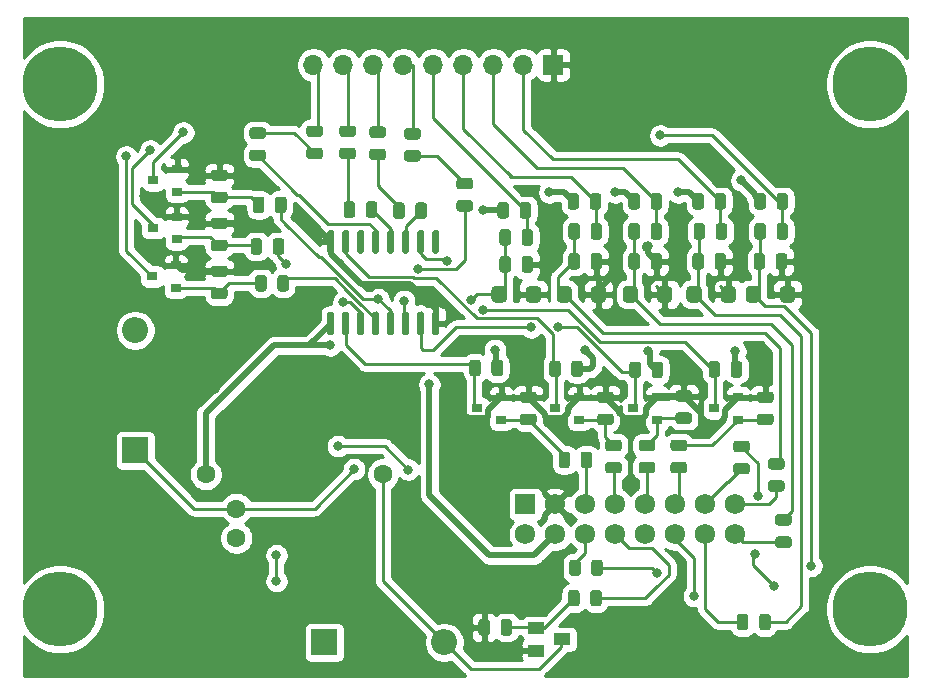
<source format=gbr>
G04 #@! TF.GenerationSoftware,KiCad,Pcbnew,(5.1.6-0-10_14)*
G04 #@! TF.CreationDate,2020-08-18T13:46:32-04:00*
G04 #@! TF.ProjectId,Pufferfish-Interface-2,50756666-6572-4666-9973-682d496e7465,rev?*
G04 #@! TF.SameCoordinates,Original*
G04 #@! TF.FileFunction,Copper,L1,Top*
G04 #@! TF.FilePolarity,Positive*
%FSLAX46Y46*%
G04 Gerber Fmt 4.6, Leading zero omitted, Abs format (unit mm)*
G04 Created by KiCad (PCBNEW (5.1.6-0-10_14)) date 2020-08-18 13:46:32*
%MOMM*%
%LPD*%
G01*
G04 APERTURE LIST*
G04 #@! TA.AperFunction,ComponentPad*
%ADD10O,1.700000X1.700000*%
G04 #@! TD*
G04 #@! TA.AperFunction,ComponentPad*
%ADD11R,1.700000X1.700000*%
G04 #@! TD*
G04 #@! TA.AperFunction,ComponentPad*
%ADD12C,6.350000*%
G04 #@! TD*
G04 #@! TA.AperFunction,SMDPad,CuDef*
%ADD13R,1.400000X1.000000*%
G04 #@! TD*
G04 #@! TA.AperFunction,SMDPad,CuDef*
%ADD14R,0.900000X0.800000*%
G04 #@! TD*
G04 #@! TA.AperFunction,ComponentPad*
%ADD15O,2.200000X2.200000*%
G04 #@! TD*
G04 #@! TA.AperFunction,ComponentPad*
%ADD16R,2.200000X2.200000*%
G04 #@! TD*
G04 #@! TA.AperFunction,ComponentPad*
%ADD17R,1.725000X1.725000*%
G04 #@! TD*
G04 #@! TA.AperFunction,ComponentPad*
%ADD18C,1.725000*%
G04 #@! TD*
G04 #@! TA.AperFunction,ComponentPad*
%ADD19C,1.600000*%
G04 #@! TD*
G04 #@! TA.AperFunction,ViaPad*
%ADD20C,0.800000*%
G04 #@! TD*
G04 #@! TA.AperFunction,Conductor*
%ADD21C,0.250000*%
G04 #@! TD*
G04 #@! TA.AperFunction,Conductor*
%ADD22C,0.508000*%
G04 #@! TD*
G04 #@! TA.AperFunction,Conductor*
%ADD23C,0.254000*%
G04 #@! TD*
G04 APERTURE END LIST*
D10*
X17619980Y-4711700D03*
X20159980Y-4711700D03*
X22699980Y-4711700D03*
X25239980Y-4711700D03*
X27779980Y-4711700D03*
X30319980Y-4711700D03*
X32859980Y-4711700D03*
X35399980Y-4711700D03*
D11*
X37939980Y-4711700D03*
D12*
X-3810000Y-6350000D03*
X-3810000Y-50800000D03*
X64770000Y-50800000D03*
X64770000Y-6350000D03*
D13*
X38692000Y-53340000D03*
X36492000Y-54290000D03*
X36492000Y-52390000D03*
G04 #@! TA.AperFunction,SMDPad,CuDef*
G36*
G01*
X19230480Y-27599560D02*
X18930480Y-27599560D01*
G75*
G02*
X18780480Y-27449560I0J150000D01*
G01*
X18780480Y-25774560D01*
G75*
G02*
X18930480Y-25624560I150000J0D01*
G01*
X19230480Y-25624560D01*
G75*
G02*
X19380480Y-25774560I0J-150000D01*
G01*
X19380480Y-27449560D01*
G75*
G02*
X19230480Y-27599560I-150000J0D01*
G01*
G37*
G04 #@! TD.AperFunction*
G04 #@! TA.AperFunction,SMDPad,CuDef*
G36*
G01*
X20500480Y-27599560D02*
X20200480Y-27599560D01*
G75*
G02*
X20050480Y-27449560I0J150000D01*
G01*
X20050480Y-25774560D01*
G75*
G02*
X20200480Y-25624560I150000J0D01*
G01*
X20500480Y-25624560D01*
G75*
G02*
X20650480Y-25774560I0J-150000D01*
G01*
X20650480Y-27449560D01*
G75*
G02*
X20500480Y-27599560I-150000J0D01*
G01*
G37*
G04 #@! TD.AperFunction*
G04 #@! TA.AperFunction,SMDPad,CuDef*
G36*
G01*
X21770480Y-27599560D02*
X21470480Y-27599560D01*
G75*
G02*
X21320480Y-27449560I0J150000D01*
G01*
X21320480Y-25774560D01*
G75*
G02*
X21470480Y-25624560I150000J0D01*
G01*
X21770480Y-25624560D01*
G75*
G02*
X21920480Y-25774560I0J-150000D01*
G01*
X21920480Y-27449560D01*
G75*
G02*
X21770480Y-27599560I-150000J0D01*
G01*
G37*
G04 #@! TD.AperFunction*
G04 #@! TA.AperFunction,SMDPad,CuDef*
G36*
G01*
X23040480Y-27599560D02*
X22740480Y-27599560D01*
G75*
G02*
X22590480Y-27449560I0J150000D01*
G01*
X22590480Y-25774560D01*
G75*
G02*
X22740480Y-25624560I150000J0D01*
G01*
X23040480Y-25624560D01*
G75*
G02*
X23190480Y-25774560I0J-150000D01*
G01*
X23190480Y-27449560D01*
G75*
G02*
X23040480Y-27599560I-150000J0D01*
G01*
G37*
G04 #@! TD.AperFunction*
G04 #@! TA.AperFunction,SMDPad,CuDef*
G36*
G01*
X24310480Y-27599560D02*
X24010480Y-27599560D01*
G75*
G02*
X23860480Y-27449560I0J150000D01*
G01*
X23860480Y-25774560D01*
G75*
G02*
X24010480Y-25624560I150000J0D01*
G01*
X24310480Y-25624560D01*
G75*
G02*
X24460480Y-25774560I0J-150000D01*
G01*
X24460480Y-27449560D01*
G75*
G02*
X24310480Y-27599560I-150000J0D01*
G01*
G37*
G04 #@! TD.AperFunction*
G04 #@! TA.AperFunction,SMDPad,CuDef*
G36*
G01*
X25580480Y-27599560D02*
X25280480Y-27599560D01*
G75*
G02*
X25130480Y-27449560I0J150000D01*
G01*
X25130480Y-25774560D01*
G75*
G02*
X25280480Y-25624560I150000J0D01*
G01*
X25580480Y-25624560D01*
G75*
G02*
X25730480Y-25774560I0J-150000D01*
G01*
X25730480Y-27449560D01*
G75*
G02*
X25580480Y-27599560I-150000J0D01*
G01*
G37*
G04 #@! TD.AperFunction*
G04 #@! TA.AperFunction,SMDPad,CuDef*
G36*
G01*
X26850480Y-27599560D02*
X26550480Y-27599560D01*
G75*
G02*
X26400480Y-27449560I0J150000D01*
G01*
X26400480Y-25774560D01*
G75*
G02*
X26550480Y-25624560I150000J0D01*
G01*
X26850480Y-25624560D01*
G75*
G02*
X27000480Y-25774560I0J-150000D01*
G01*
X27000480Y-27449560D01*
G75*
G02*
X26850480Y-27599560I-150000J0D01*
G01*
G37*
G04 #@! TD.AperFunction*
G04 #@! TA.AperFunction,SMDPad,CuDef*
G36*
G01*
X28120480Y-27599560D02*
X27820480Y-27599560D01*
G75*
G02*
X27670480Y-27449560I0J150000D01*
G01*
X27670480Y-25774560D01*
G75*
G02*
X27820480Y-25624560I150000J0D01*
G01*
X28120480Y-25624560D01*
G75*
G02*
X28270480Y-25774560I0J-150000D01*
G01*
X28270480Y-27449560D01*
G75*
G02*
X28120480Y-27599560I-150000J0D01*
G01*
G37*
G04 #@! TD.AperFunction*
G04 #@! TA.AperFunction,SMDPad,CuDef*
G36*
G01*
X28120480Y-20674560D02*
X27820480Y-20674560D01*
G75*
G02*
X27670480Y-20524560I0J150000D01*
G01*
X27670480Y-18849560D01*
G75*
G02*
X27820480Y-18699560I150000J0D01*
G01*
X28120480Y-18699560D01*
G75*
G02*
X28270480Y-18849560I0J-150000D01*
G01*
X28270480Y-20524560D01*
G75*
G02*
X28120480Y-20674560I-150000J0D01*
G01*
G37*
G04 #@! TD.AperFunction*
G04 #@! TA.AperFunction,SMDPad,CuDef*
G36*
G01*
X26850480Y-20674560D02*
X26550480Y-20674560D01*
G75*
G02*
X26400480Y-20524560I0J150000D01*
G01*
X26400480Y-18849560D01*
G75*
G02*
X26550480Y-18699560I150000J0D01*
G01*
X26850480Y-18699560D01*
G75*
G02*
X27000480Y-18849560I0J-150000D01*
G01*
X27000480Y-20524560D01*
G75*
G02*
X26850480Y-20674560I-150000J0D01*
G01*
G37*
G04 #@! TD.AperFunction*
G04 #@! TA.AperFunction,SMDPad,CuDef*
G36*
G01*
X25580480Y-20674560D02*
X25280480Y-20674560D01*
G75*
G02*
X25130480Y-20524560I0J150000D01*
G01*
X25130480Y-18849560D01*
G75*
G02*
X25280480Y-18699560I150000J0D01*
G01*
X25580480Y-18699560D01*
G75*
G02*
X25730480Y-18849560I0J-150000D01*
G01*
X25730480Y-20524560D01*
G75*
G02*
X25580480Y-20674560I-150000J0D01*
G01*
G37*
G04 #@! TD.AperFunction*
G04 #@! TA.AperFunction,SMDPad,CuDef*
G36*
G01*
X24310480Y-20674560D02*
X24010480Y-20674560D01*
G75*
G02*
X23860480Y-20524560I0J150000D01*
G01*
X23860480Y-18849560D01*
G75*
G02*
X24010480Y-18699560I150000J0D01*
G01*
X24310480Y-18699560D01*
G75*
G02*
X24460480Y-18849560I0J-150000D01*
G01*
X24460480Y-20524560D01*
G75*
G02*
X24310480Y-20674560I-150000J0D01*
G01*
G37*
G04 #@! TD.AperFunction*
G04 #@! TA.AperFunction,SMDPad,CuDef*
G36*
G01*
X23040480Y-20674560D02*
X22740480Y-20674560D01*
G75*
G02*
X22590480Y-20524560I0J150000D01*
G01*
X22590480Y-18849560D01*
G75*
G02*
X22740480Y-18699560I150000J0D01*
G01*
X23040480Y-18699560D01*
G75*
G02*
X23190480Y-18849560I0J-150000D01*
G01*
X23190480Y-20524560D01*
G75*
G02*
X23040480Y-20674560I-150000J0D01*
G01*
G37*
G04 #@! TD.AperFunction*
G04 #@! TA.AperFunction,SMDPad,CuDef*
G36*
G01*
X21770480Y-20674560D02*
X21470480Y-20674560D01*
G75*
G02*
X21320480Y-20524560I0J150000D01*
G01*
X21320480Y-18849560D01*
G75*
G02*
X21470480Y-18699560I150000J0D01*
G01*
X21770480Y-18699560D01*
G75*
G02*
X21920480Y-18849560I0J-150000D01*
G01*
X21920480Y-20524560D01*
G75*
G02*
X21770480Y-20674560I-150000J0D01*
G01*
G37*
G04 #@! TD.AperFunction*
G04 #@! TA.AperFunction,SMDPad,CuDef*
G36*
G01*
X20500480Y-20674560D02*
X20200480Y-20674560D01*
G75*
G02*
X20050480Y-20524560I0J150000D01*
G01*
X20050480Y-18849560D01*
G75*
G02*
X20200480Y-18699560I150000J0D01*
G01*
X20500480Y-18699560D01*
G75*
G02*
X20650480Y-18849560I0J-150000D01*
G01*
X20650480Y-20524560D01*
G75*
G02*
X20500480Y-20674560I-150000J0D01*
G01*
G37*
G04 #@! TD.AperFunction*
G04 #@! TA.AperFunction,SMDPad,CuDef*
G36*
G01*
X19230480Y-20674560D02*
X18930480Y-20674560D01*
G75*
G02*
X18780480Y-20524560I0J150000D01*
G01*
X18780480Y-18849560D01*
G75*
G02*
X18930480Y-18699560I150000J0D01*
G01*
X19230480Y-18699560D01*
G75*
G02*
X19380480Y-18849560I0J-150000D01*
G01*
X19380480Y-20524560D01*
G75*
G02*
X19230480Y-20674560I-150000J0D01*
G01*
G37*
G04 #@! TD.AperFunction*
G04 #@! TA.AperFunction,SMDPad,CuDef*
G36*
G01*
X57813000Y-18339750D02*
X57813000Y-19252250D01*
G75*
G02*
X57569250Y-19496000I-243750J0D01*
G01*
X57081750Y-19496000D01*
G75*
G02*
X56838000Y-19252250I0J243750D01*
G01*
X56838000Y-18339750D01*
G75*
G02*
X57081750Y-18096000I243750J0D01*
G01*
X57569250Y-18096000D01*
G75*
G02*
X57813000Y-18339750I0J-243750D01*
G01*
G37*
G04 #@! TD.AperFunction*
G04 #@! TA.AperFunction,SMDPad,CuDef*
G36*
G01*
X55938000Y-18339750D02*
X55938000Y-19252250D01*
G75*
G02*
X55694250Y-19496000I-243750J0D01*
G01*
X55206750Y-19496000D01*
G75*
G02*
X54963000Y-19252250I0J243750D01*
G01*
X54963000Y-18339750D01*
G75*
G02*
X55206750Y-18096000I243750J0D01*
G01*
X55694250Y-18096000D01*
G75*
G02*
X55938000Y-18339750I0J-243750D01*
G01*
G37*
G04 #@! TD.AperFunction*
G04 #@! TA.AperFunction,SMDPad,CuDef*
G36*
G01*
X56838000Y-16712250D02*
X56838000Y-15799750D01*
G75*
G02*
X57081750Y-15556000I243750J0D01*
G01*
X57569250Y-15556000D01*
G75*
G02*
X57813000Y-15799750I0J-243750D01*
G01*
X57813000Y-16712250D01*
G75*
G02*
X57569250Y-16956000I-243750J0D01*
G01*
X57081750Y-16956000D01*
G75*
G02*
X56838000Y-16712250I0J243750D01*
G01*
G37*
G04 #@! TD.AperFunction*
G04 #@! TA.AperFunction,SMDPad,CuDef*
G36*
G01*
X54963000Y-16712250D02*
X54963000Y-15799750D01*
G75*
G02*
X55206750Y-15556000I243750J0D01*
G01*
X55694250Y-15556000D01*
G75*
G02*
X55938000Y-15799750I0J-243750D01*
G01*
X55938000Y-16712250D01*
G75*
G02*
X55694250Y-16956000I-243750J0D01*
G01*
X55206750Y-16956000D01*
G75*
G02*
X54963000Y-16712250I0J243750D01*
G01*
G37*
G04 #@! TD.AperFunction*
G04 #@! TA.AperFunction,SMDPad,CuDef*
G36*
G01*
X36223000Y-18847750D02*
X36223000Y-19760250D01*
G75*
G02*
X35979250Y-20004000I-243750J0D01*
G01*
X35491750Y-20004000D01*
G75*
G02*
X35248000Y-19760250I0J243750D01*
G01*
X35248000Y-18847750D01*
G75*
G02*
X35491750Y-18604000I243750J0D01*
G01*
X35979250Y-18604000D01*
G75*
G02*
X36223000Y-18847750I0J-243750D01*
G01*
G37*
G04 #@! TD.AperFunction*
G04 #@! TA.AperFunction,SMDPad,CuDef*
G36*
G01*
X34348000Y-18847750D02*
X34348000Y-19760250D01*
G75*
G02*
X34104250Y-20004000I-243750J0D01*
G01*
X33616750Y-20004000D01*
G75*
G02*
X33373000Y-19760250I0J243750D01*
G01*
X33373000Y-18847750D01*
G75*
G02*
X33616750Y-18604000I243750J0D01*
G01*
X34104250Y-18604000D01*
G75*
G02*
X34348000Y-18847750I0J-243750D01*
G01*
G37*
G04 #@! TD.AperFunction*
G04 #@! TA.AperFunction,SMDPad,CuDef*
G36*
G01*
X42065000Y-18339750D02*
X42065000Y-19252250D01*
G75*
G02*
X41821250Y-19496000I-243750J0D01*
G01*
X41333750Y-19496000D01*
G75*
G02*
X41090000Y-19252250I0J243750D01*
G01*
X41090000Y-18339750D01*
G75*
G02*
X41333750Y-18096000I243750J0D01*
G01*
X41821250Y-18096000D01*
G75*
G02*
X42065000Y-18339750I0J-243750D01*
G01*
G37*
G04 #@! TD.AperFunction*
G04 #@! TA.AperFunction,SMDPad,CuDef*
G36*
G01*
X40190000Y-18339750D02*
X40190000Y-19252250D01*
G75*
G02*
X39946250Y-19496000I-243750J0D01*
G01*
X39458750Y-19496000D01*
G75*
G02*
X39215000Y-19252250I0J243750D01*
G01*
X39215000Y-18339750D01*
G75*
G02*
X39458750Y-18096000I243750J0D01*
G01*
X39946250Y-18096000D01*
G75*
G02*
X40190000Y-18339750I0J-243750D01*
G01*
G37*
G04 #@! TD.AperFunction*
G04 #@! TA.AperFunction,SMDPad,CuDef*
G36*
G01*
X45270000Y-18339750D02*
X45270000Y-19252250D01*
G75*
G02*
X45026250Y-19496000I-243750J0D01*
G01*
X44538750Y-19496000D01*
G75*
G02*
X44295000Y-19252250I0J243750D01*
G01*
X44295000Y-18339750D01*
G75*
G02*
X44538750Y-18096000I243750J0D01*
G01*
X45026250Y-18096000D01*
G75*
G02*
X45270000Y-18339750I0J-243750D01*
G01*
G37*
G04 #@! TD.AperFunction*
G04 #@! TA.AperFunction,SMDPad,CuDef*
G36*
G01*
X47145000Y-18339750D02*
X47145000Y-19252250D01*
G75*
G02*
X46901250Y-19496000I-243750J0D01*
G01*
X46413750Y-19496000D01*
G75*
G02*
X46170000Y-19252250I0J243750D01*
G01*
X46170000Y-18339750D01*
G75*
G02*
X46413750Y-18096000I243750J0D01*
G01*
X46901250Y-18096000D01*
G75*
G02*
X47145000Y-18339750I0J-243750D01*
G01*
G37*
G04 #@! TD.AperFunction*
G04 #@! TA.AperFunction,SMDPad,CuDef*
G36*
G01*
X52654500Y-18339750D02*
X52654500Y-19252250D01*
G75*
G02*
X52410750Y-19496000I-243750J0D01*
G01*
X51923250Y-19496000D01*
G75*
G02*
X51679500Y-19252250I0J243750D01*
G01*
X51679500Y-18339750D01*
G75*
G02*
X51923250Y-18096000I243750J0D01*
G01*
X52410750Y-18096000D01*
G75*
G02*
X52654500Y-18339750I0J-243750D01*
G01*
G37*
G04 #@! TD.AperFunction*
G04 #@! TA.AperFunction,SMDPad,CuDef*
G36*
G01*
X50779500Y-18339750D02*
X50779500Y-19252250D01*
G75*
G02*
X50535750Y-19496000I-243750J0D01*
G01*
X50048250Y-19496000D01*
G75*
G02*
X49804500Y-19252250I0J243750D01*
G01*
X49804500Y-18339750D01*
G75*
G02*
X50048250Y-18096000I243750J0D01*
G01*
X50535750Y-18096000D01*
G75*
G02*
X50779500Y-18339750I0J-243750D01*
G01*
G37*
G04 #@! TD.AperFunction*
G04 #@! TA.AperFunction,SMDPad,CuDef*
G36*
G01*
X35072500Y-17474250D02*
X35072500Y-16561750D01*
G75*
G02*
X35316250Y-16318000I243750J0D01*
G01*
X35803750Y-16318000D01*
G75*
G02*
X36047500Y-16561750I0J-243750D01*
G01*
X36047500Y-17474250D01*
G75*
G02*
X35803750Y-17718000I-243750J0D01*
G01*
X35316250Y-17718000D01*
G75*
G02*
X35072500Y-17474250I0J243750D01*
G01*
G37*
G04 #@! TD.AperFunction*
G04 #@! TA.AperFunction,SMDPad,CuDef*
G36*
G01*
X33197500Y-17474250D02*
X33197500Y-16561750D01*
G75*
G02*
X33441250Y-16318000I243750J0D01*
G01*
X33928750Y-16318000D01*
G75*
G02*
X34172500Y-16561750I0J-243750D01*
G01*
X34172500Y-17474250D01*
G75*
G02*
X33928750Y-17718000I-243750J0D01*
G01*
X33441250Y-17718000D01*
G75*
G02*
X33197500Y-17474250I0J243750D01*
G01*
G37*
G04 #@! TD.AperFunction*
G04 #@! TA.AperFunction,SMDPad,CuDef*
G36*
G01*
X41011500Y-16712250D02*
X41011500Y-15799750D01*
G75*
G02*
X41255250Y-15556000I243750J0D01*
G01*
X41742750Y-15556000D01*
G75*
G02*
X41986500Y-15799750I0J-243750D01*
G01*
X41986500Y-16712250D01*
G75*
G02*
X41742750Y-16956000I-243750J0D01*
G01*
X41255250Y-16956000D01*
G75*
G02*
X41011500Y-16712250I0J243750D01*
G01*
G37*
G04 #@! TD.AperFunction*
G04 #@! TA.AperFunction,SMDPad,CuDef*
G36*
G01*
X39136500Y-16712250D02*
X39136500Y-15799750D01*
G75*
G02*
X39380250Y-15556000I243750J0D01*
G01*
X39867750Y-15556000D01*
G75*
G02*
X40111500Y-15799750I0J-243750D01*
G01*
X40111500Y-16712250D01*
G75*
G02*
X39867750Y-16956000I-243750J0D01*
G01*
X39380250Y-16956000D01*
G75*
G02*
X39136500Y-16712250I0J243750D01*
G01*
G37*
G04 #@! TD.AperFunction*
G04 #@! TA.AperFunction,SMDPad,CuDef*
G36*
G01*
X44295000Y-16712250D02*
X44295000Y-15799750D01*
G75*
G02*
X44538750Y-15556000I243750J0D01*
G01*
X45026250Y-15556000D01*
G75*
G02*
X45270000Y-15799750I0J-243750D01*
G01*
X45270000Y-16712250D01*
G75*
G02*
X45026250Y-16956000I-243750J0D01*
G01*
X44538750Y-16956000D01*
G75*
G02*
X44295000Y-16712250I0J243750D01*
G01*
G37*
G04 #@! TD.AperFunction*
G04 #@! TA.AperFunction,SMDPad,CuDef*
G36*
G01*
X46170000Y-16712250D02*
X46170000Y-15799750D01*
G75*
G02*
X46413750Y-15556000I243750J0D01*
G01*
X46901250Y-15556000D01*
G75*
G02*
X47145000Y-15799750I0J-243750D01*
G01*
X47145000Y-16712250D01*
G75*
G02*
X46901250Y-16956000I-243750J0D01*
G01*
X46413750Y-16956000D01*
G75*
G02*
X46170000Y-16712250I0J243750D01*
G01*
G37*
G04 #@! TD.AperFunction*
G04 #@! TA.AperFunction,SMDPad,CuDef*
G36*
G01*
X49707500Y-16712250D02*
X49707500Y-15799750D01*
G75*
G02*
X49951250Y-15556000I243750J0D01*
G01*
X50438750Y-15556000D01*
G75*
G02*
X50682500Y-15799750I0J-243750D01*
G01*
X50682500Y-16712250D01*
G75*
G02*
X50438750Y-16956000I-243750J0D01*
G01*
X49951250Y-16956000D01*
G75*
G02*
X49707500Y-16712250I0J243750D01*
G01*
G37*
G04 #@! TD.AperFunction*
G04 #@! TA.AperFunction,SMDPad,CuDef*
G36*
G01*
X51582500Y-16712250D02*
X51582500Y-15799750D01*
G75*
G02*
X51826250Y-15556000I243750J0D01*
G01*
X52313750Y-15556000D01*
G75*
G02*
X52557500Y-15799750I0J-243750D01*
G01*
X52557500Y-16712250D01*
G75*
G02*
X52313750Y-16956000I-243750J0D01*
G01*
X51826250Y-16956000D01*
G75*
G02*
X51582500Y-16712250I0J243750D01*
G01*
G37*
G04 #@! TD.AperFunction*
G04 #@! TA.AperFunction,SMDPad,CuDef*
G36*
G01*
X17270410Y-11712360D02*
X18182910Y-11712360D01*
G75*
G02*
X18426660Y-11956110I0J-243750D01*
G01*
X18426660Y-12443610D01*
G75*
G02*
X18182910Y-12687360I-243750J0D01*
G01*
X17270410Y-12687360D01*
G75*
G02*
X17026660Y-12443610I0J243750D01*
G01*
X17026660Y-11956110D01*
G75*
G02*
X17270410Y-11712360I243750J0D01*
G01*
G37*
G04 #@! TD.AperFunction*
G04 #@! TA.AperFunction,SMDPad,CuDef*
G36*
G01*
X17270410Y-9837360D02*
X18182910Y-9837360D01*
G75*
G02*
X18426660Y-10081110I0J-243750D01*
G01*
X18426660Y-10568610D01*
G75*
G02*
X18182910Y-10812360I-243750J0D01*
G01*
X17270410Y-10812360D01*
G75*
G02*
X17026660Y-10568610I0J243750D01*
G01*
X17026660Y-10081110D01*
G75*
G02*
X17270410Y-9837360I243750J0D01*
G01*
G37*
G04 #@! TD.AperFunction*
G04 #@! TA.AperFunction,SMDPad,CuDef*
G36*
G01*
X20064410Y-9837360D02*
X20976910Y-9837360D01*
G75*
G02*
X21220660Y-10081110I0J-243750D01*
G01*
X21220660Y-10568610D01*
G75*
G02*
X20976910Y-10812360I-243750J0D01*
G01*
X20064410Y-10812360D01*
G75*
G02*
X19820660Y-10568610I0J243750D01*
G01*
X19820660Y-10081110D01*
G75*
G02*
X20064410Y-9837360I243750J0D01*
G01*
G37*
G04 #@! TD.AperFunction*
G04 #@! TA.AperFunction,SMDPad,CuDef*
G36*
G01*
X20064410Y-11712360D02*
X20976910Y-11712360D01*
G75*
G02*
X21220660Y-11956110I0J-243750D01*
G01*
X21220660Y-12443610D01*
G75*
G02*
X20976910Y-12687360I-243750J0D01*
G01*
X20064410Y-12687360D01*
G75*
G02*
X19820660Y-12443610I0J243750D01*
G01*
X19820660Y-11956110D01*
G75*
G02*
X20064410Y-11712360I243750J0D01*
G01*
G37*
G04 #@! TD.AperFunction*
G04 #@! TA.AperFunction,SMDPad,CuDef*
G36*
G01*
X22604410Y-11790860D02*
X23516910Y-11790860D01*
G75*
G02*
X23760660Y-12034610I0J-243750D01*
G01*
X23760660Y-12522110D01*
G75*
G02*
X23516910Y-12765860I-243750J0D01*
G01*
X22604410Y-12765860D01*
G75*
G02*
X22360660Y-12522110I0J243750D01*
G01*
X22360660Y-12034610D01*
G75*
G02*
X22604410Y-11790860I243750J0D01*
G01*
G37*
G04 #@! TD.AperFunction*
G04 #@! TA.AperFunction,SMDPad,CuDef*
G36*
G01*
X22604410Y-9915860D02*
X23516910Y-9915860D01*
G75*
G02*
X23760660Y-10159610I0J-243750D01*
G01*
X23760660Y-10647110D01*
G75*
G02*
X23516910Y-10890860I-243750J0D01*
G01*
X22604410Y-10890860D01*
G75*
G02*
X22360660Y-10647110I0J243750D01*
G01*
X22360660Y-10159610D01*
G75*
G02*
X22604410Y-9915860I243750J0D01*
G01*
G37*
G04 #@! TD.AperFunction*
G04 #@! TA.AperFunction,SMDPad,CuDef*
G36*
G01*
X25553350Y-10048420D02*
X26465850Y-10048420D01*
G75*
G02*
X26709600Y-10292170I0J-243750D01*
G01*
X26709600Y-10779670D01*
G75*
G02*
X26465850Y-11023420I-243750J0D01*
G01*
X25553350Y-11023420D01*
G75*
G02*
X25309600Y-10779670I0J243750D01*
G01*
X25309600Y-10292170D01*
G75*
G02*
X25553350Y-10048420I243750J0D01*
G01*
G37*
G04 #@! TD.AperFunction*
G04 #@! TA.AperFunction,SMDPad,CuDef*
G36*
G01*
X25553350Y-11923420D02*
X26465850Y-11923420D01*
G75*
G02*
X26709600Y-12167170I0J-243750D01*
G01*
X26709600Y-12654670D01*
G75*
G02*
X26465850Y-12898420I-243750J0D01*
G01*
X25553350Y-12898420D01*
G75*
G02*
X25309600Y-12654670I0J243750D01*
G01*
X25309600Y-12167170D01*
G75*
G02*
X25553350Y-11923420I243750J0D01*
G01*
G37*
G04 #@! TD.AperFunction*
G04 #@! TA.AperFunction,SMDPad,CuDef*
G36*
G01*
X10108250Y-14536000D02*
X9195750Y-14536000D01*
G75*
G02*
X8952000Y-14292250I0J243750D01*
G01*
X8952000Y-13804750D01*
G75*
G02*
X9195750Y-13561000I243750J0D01*
G01*
X10108250Y-13561000D01*
G75*
G02*
X10352000Y-13804750I0J-243750D01*
G01*
X10352000Y-14292250D01*
G75*
G02*
X10108250Y-14536000I-243750J0D01*
G01*
G37*
G04 #@! TD.AperFunction*
G04 #@! TA.AperFunction,SMDPad,CuDef*
G36*
G01*
X10108250Y-16411000D02*
X9195750Y-16411000D01*
G75*
G02*
X8952000Y-16167250I0J243750D01*
G01*
X8952000Y-15679750D01*
G75*
G02*
X9195750Y-15436000I243750J0D01*
G01*
X10108250Y-15436000D01*
G75*
G02*
X10352000Y-15679750I0J-243750D01*
G01*
X10352000Y-16167250D01*
G75*
G02*
X10108250Y-16411000I-243750J0D01*
G01*
G37*
G04 #@! TD.AperFunction*
G04 #@! TA.AperFunction,SMDPad,CuDef*
G36*
G01*
X10108250Y-20475000D02*
X9195750Y-20475000D01*
G75*
G02*
X8952000Y-20231250I0J243750D01*
G01*
X8952000Y-19743750D01*
G75*
G02*
X9195750Y-19500000I243750J0D01*
G01*
X10108250Y-19500000D01*
G75*
G02*
X10352000Y-19743750I0J-243750D01*
G01*
X10352000Y-20231250D01*
G75*
G02*
X10108250Y-20475000I-243750J0D01*
G01*
G37*
G04 #@! TD.AperFunction*
G04 #@! TA.AperFunction,SMDPad,CuDef*
G36*
G01*
X10108250Y-18600000D02*
X9195750Y-18600000D01*
G75*
G02*
X8952000Y-18356250I0J243750D01*
G01*
X8952000Y-17868750D01*
G75*
G02*
X9195750Y-17625000I243750J0D01*
G01*
X10108250Y-17625000D01*
G75*
G02*
X10352000Y-17868750I0J-243750D01*
G01*
X10352000Y-18356250D01*
G75*
G02*
X10108250Y-18600000I-243750J0D01*
G01*
G37*
G04 #@! TD.AperFunction*
G04 #@! TA.AperFunction,SMDPad,CuDef*
G36*
G01*
X10108250Y-22664000D02*
X9195750Y-22664000D01*
G75*
G02*
X8952000Y-22420250I0J243750D01*
G01*
X8952000Y-21932750D01*
G75*
G02*
X9195750Y-21689000I243750J0D01*
G01*
X10108250Y-21689000D01*
G75*
G02*
X10352000Y-21932750I0J-243750D01*
G01*
X10352000Y-22420250D01*
G75*
G02*
X10108250Y-22664000I-243750J0D01*
G01*
G37*
G04 #@! TD.AperFunction*
G04 #@! TA.AperFunction,SMDPad,CuDef*
G36*
G01*
X10108250Y-24539000D02*
X9195750Y-24539000D01*
G75*
G02*
X8952000Y-24295250I0J243750D01*
G01*
X8952000Y-23807750D01*
G75*
G02*
X9195750Y-23564000I243750J0D01*
G01*
X10108250Y-23564000D01*
G75*
G02*
X10352000Y-23807750I0J-243750D01*
G01*
X10352000Y-24295250D01*
G75*
G02*
X10108250Y-24539000I-243750J0D01*
G01*
G37*
G04 #@! TD.AperFunction*
G04 #@! TA.AperFunction,SMDPad,CuDef*
G36*
G01*
X34445000Y-51867750D02*
X34445000Y-52780250D01*
G75*
G02*
X34201250Y-53024000I-243750J0D01*
G01*
X33713750Y-53024000D01*
G75*
G02*
X33470000Y-52780250I0J243750D01*
G01*
X33470000Y-51867750D01*
G75*
G02*
X33713750Y-51624000I243750J0D01*
G01*
X34201250Y-51624000D01*
G75*
G02*
X34445000Y-51867750I0J-243750D01*
G01*
G37*
G04 #@! TD.AperFunction*
G04 #@! TA.AperFunction,SMDPad,CuDef*
G36*
G01*
X32570000Y-51867750D02*
X32570000Y-52780250D01*
G75*
G02*
X32326250Y-53024000I-243750J0D01*
G01*
X31838750Y-53024000D01*
G75*
G02*
X31595000Y-52780250I0J243750D01*
G01*
X31595000Y-51867750D01*
G75*
G02*
X31838750Y-51624000I243750J0D01*
G01*
X32326250Y-51624000D01*
G75*
G02*
X32570000Y-51867750I0J-243750D01*
G01*
G37*
G04 #@! TD.AperFunction*
G04 #@! TA.AperFunction,SMDPad,CuDef*
G36*
G01*
X52049020Y-30023750D02*
X52049020Y-30936250D01*
G75*
G02*
X51805270Y-31180000I-243750J0D01*
G01*
X51317770Y-31180000D01*
G75*
G02*
X51074020Y-30936250I0J243750D01*
G01*
X51074020Y-30023750D01*
G75*
G02*
X51317770Y-29780000I243750J0D01*
G01*
X51805270Y-29780000D01*
G75*
G02*
X52049020Y-30023750I0J-243750D01*
G01*
G37*
G04 #@! TD.AperFunction*
G04 #@! TA.AperFunction,SMDPad,CuDef*
G36*
G01*
X53924020Y-30023750D02*
X53924020Y-30936250D01*
G75*
G02*
X53680270Y-31180000I-243750J0D01*
G01*
X53192770Y-31180000D01*
G75*
G02*
X52949020Y-30936250I0J243750D01*
G01*
X52949020Y-30023750D01*
G75*
G02*
X53192770Y-29780000I243750J0D01*
G01*
X53680270Y-29780000D01*
G75*
G02*
X53924020Y-30023750I0J-243750D01*
G01*
G37*
G04 #@! TD.AperFunction*
G04 #@! TA.AperFunction,SMDPad,CuDef*
G36*
G01*
X47223500Y-30061850D02*
X47223500Y-30974350D01*
G75*
G02*
X46979750Y-31218100I-243750J0D01*
G01*
X46492250Y-31218100D01*
G75*
G02*
X46248500Y-30974350I0J243750D01*
G01*
X46248500Y-30061850D01*
G75*
G02*
X46492250Y-29818100I243750J0D01*
G01*
X46979750Y-29818100D01*
G75*
G02*
X47223500Y-30061850I0J-243750D01*
G01*
G37*
G04 #@! TD.AperFunction*
G04 #@! TA.AperFunction,SMDPad,CuDef*
G36*
G01*
X45348500Y-30061850D02*
X45348500Y-30974350D01*
G75*
G02*
X45104750Y-31218100I-243750J0D01*
G01*
X44617250Y-31218100D01*
G75*
G02*
X44373500Y-30974350I0J243750D01*
G01*
X44373500Y-30061850D01*
G75*
G02*
X44617250Y-29818100I243750J0D01*
G01*
X45104750Y-29818100D01*
G75*
G02*
X45348500Y-30061850I0J-243750D01*
G01*
G37*
G04 #@! TD.AperFunction*
G04 #@! TA.AperFunction,SMDPad,CuDef*
G36*
G01*
X38559320Y-29983110D02*
X38559320Y-30895610D01*
G75*
G02*
X38315570Y-31139360I-243750J0D01*
G01*
X37828070Y-31139360D01*
G75*
G02*
X37584320Y-30895610I0J243750D01*
G01*
X37584320Y-29983110D01*
G75*
G02*
X37828070Y-29739360I243750J0D01*
G01*
X38315570Y-29739360D01*
G75*
G02*
X38559320Y-29983110I0J-243750D01*
G01*
G37*
G04 #@! TD.AperFunction*
G04 #@! TA.AperFunction,SMDPad,CuDef*
G36*
G01*
X40434320Y-29983110D02*
X40434320Y-30895610D01*
G75*
G02*
X40190570Y-31139360I-243750J0D01*
G01*
X39703070Y-31139360D01*
G75*
G02*
X39459320Y-30895610I0J243750D01*
G01*
X39459320Y-29983110D01*
G75*
G02*
X39703070Y-29739360I243750J0D01*
G01*
X40190570Y-29739360D01*
G75*
G02*
X40434320Y-29983110I0J-243750D01*
G01*
G37*
G04 #@! TD.AperFunction*
G04 #@! TA.AperFunction,SMDPad,CuDef*
G36*
G01*
X33673080Y-29904370D02*
X33673080Y-30816870D01*
G75*
G02*
X33429330Y-31060620I-243750J0D01*
G01*
X32941830Y-31060620D01*
G75*
G02*
X32698080Y-30816870I0J243750D01*
G01*
X32698080Y-29904370D01*
G75*
G02*
X32941830Y-29660620I243750J0D01*
G01*
X33429330Y-29660620D01*
G75*
G02*
X33673080Y-29904370I0J-243750D01*
G01*
G37*
G04 #@! TD.AperFunction*
G04 #@! TA.AperFunction,SMDPad,CuDef*
G36*
G01*
X31798080Y-29904370D02*
X31798080Y-30816870D01*
G75*
G02*
X31554330Y-31060620I-243750J0D01*
G01*
X31066830Y-31060620D01*
G75*
G02*
X30823080Y-30816870I0J243750D01*
G01*
X30823080Y-29904370D01*
G75*
G02*
X31066830Y-29660620I243750J0D01*
G01*
X31554330Y-29660620D01*
G75*
G02*
X31798080Y-29904370I0J-243750D01*
G01*
G37*
G04 #@! TD.AperFunction*
G04 #@! TA.AperFunction,SMDPad,CuDef*
G36*
G01*
X56336250Y-35207000D02*
X55423750Y-35207000D01*
G75*
G02*
X55180000Y-34963250I0J243750D01*
G01*
X55180000Y-34475750D01*
G75*
G02*
X55423750Y-34232000I243750J0D01*
G01*
X56336250Y-34232000D01*
G75*
G02*
X56580000Y-34475750I0J-243750D01*
G01*
X56580000Y-34963250D01*
G75*
G02*
X56336250Y-35207000I-243750J0D01*
G01*
G37*
G04 #@! TD.AperFunction*
G04 #@! TA.AperFunction,SMDPad,CuDef*
G36*
G01*
X56336250Y-33332000D02*
X55423750Y-33332000D01*
G75*
G02*
X55180000Y-33088250I0J243750D01*
G01*
X55180000Y-32600750D01*
G75*
G02*
X55423750Y-32357000I243750J0D01*
G01*
X56336250Y-32357000D01*
G75*
G02*
X56580000Y-32600750I0J-243750D01*
G01*
X56580000Y-33088250D01*
G75*
G02*
X56336250Y-33332000I-243750J0D01*
G01*
G37*
G04 #@! TD.AperFunction*
G04 #@! TA.AperFunction,SMDPad,CuDef*
G36*
G01*
X49432530Y-33225320D02*
X48520030Y-33225320D01*
G75*
G02*
X48276280Y-32981570I0J243750D01*
G01*
X48276280Y-32494070D01*
G75*
G02*
X48520030Y-32250320I243750J0D01*
G01*
X49432530Y-32250320D01*
G75*
G02*
X49676280Y-32494070I0J-243750D01*
G01*
X49676280Y-32981570D01*
G75*
G02*
X49432530Y-33225320I-243750J0D01*
G01*
G37*
G04 #@! TD.AperFunction*
G04 #@! TA.AperFunction,SMDPad,CuDef*
G36*
G01*
X49432530Y-35100320D02*
X48520030Y-35100320D01*
G75*
G02*
X48276280Y-34856570I0J243750D01*
G01*
X48276280Y-34369070D01*
G75*
G02*
X48520030Y-34125320I243750J0D01*
G01*
X49432530Y-34125320D01*
G75*
G02*
X49676280Y-34369070I0J-243750D01*
G01*
X49676280Y-34856570D01*
G75*
G02*
X49432530Y-35100320I-243750J0D01*
G01*
G37*
G04 #@! TD.AperFunction*
G04 #@! TA.AperFunction,SMDPad,CuDef*
G36*
G01*
X42798050Y-35207000D02*
X41885550Y-35207000D01*
G75*
G02*
X41641800Y-34963250I0J243750D01*
G01*
X41641800Y-34475750D01*
G75*
G02*
X41885550Y-34232000I243750J0D01*
G01*
X42798050Y-34232000D01*
G75*
G02*
X43041800Y-34475750I0J-243750D01*
G01*
X43041800Y-34963250D01*
G75*
G02*
X42798050Y-35207000I-243750J0D01*
G01*
G37*
G04 #@! TD.AperFunction*
G04 #@! TA.AperFunction,SMDPad,CuDef*
G36*
G01*
X42798050Y-33332000D02*
X41885550Y-33332000D01*
G75*
G02*
X41641800Y-33088250I0J243750D01*
G01*
X41641800Y-32600750D01*
G75*
G02*
X41885550Y-32357000I243750J0D01*
G01*
X42798050Y-32357000D01*
G75*
G02*
X43041800Y-32600750I0J-243750D01*
G01*
X43041800Y-33088250D01*
G75*
G02*
X42798050Y-33332000I-243750J0D01*
G01*
G37*
G04 #@! TD.AperFunction*
G04 #@! TA.AperFunction,SMDPad,CuDef*
G36*
G01*
X36270250Y-33332000D02*
X35357750Y-33332000D01*
G75*
G02*
X35114000Y-33088250I0J243750D01*
G01*
X35114000Y-32600750D01*
G75*
G02*
X35357750Y-32357000I243750J0D01*
G01*
X36270250Y-32357000D01*
G75*
G02*
X36514000Y-32600750I0J-243750D01*
G01*
X36514000Y-33088250D01*
G75*
G02*
X36270250Y-33332000I-243750J0D01*
G01*
G37*
G04 #@! TD.AperFunction*
G04 #@! TA.AperFunction,SMDPad,CuDef*
G36*
G01*
X36270250Y-35207000D02*
X35357750Y-35207000D01*
G75*
G02*
X35114000Y-34963250I0J243750D01*
G01*
X35114000Y-34475750D01*
G75*
G02*
X35357750Y-34232000I243750J0D01*
G01*
X36270250Y-34232000D01*
G75*
G02*
X36514000Y-34475750I0J-243750D01*
G01*
X36514000Y-34963250D01*
G75*
G02*
X36270250Y-35207000I-243750J0D01*
G01*
G37*
G04 #@! TD.AperFunction*
D14*
X4080000Y-14478000D03*
X6080000Y-13528000D03*
X6080000Y-15428000D03*
X4047740Y-18521720D03*
X6047740Y-17571720D03*
X6047740Y-19471720D03*
X5970780Y-23566160D03*
X5970780Y-21666160D03*
X3970780Y-22616160D03*
X51578000Y-33782000D03*
X53578000Y-32832000D03*
X53578000Y-34732000D03*
X46720000Y-34732000D03*
X46720000Y-32832000D03*
X44720000Y-33782000D03*
X38116000Y-33782000D03*
X40116000Y-32832000D03*
X40116000Y-34732000D03*
X33512000Y-34732000D03*
X33512000Y-32832000D03*
X31512000Y-33782000D03*
G04 #@! TA.AperFunction,SMDPad,CuDef*
G36*
G01*
X57114000Y-24505000D02*
X57114000Y-23755000D01*
G75*
G02*
X57439000Y-23430000I325000J0D01*
G01*
X58089000Y-23430000D01*
G75*
G02*
X58414000Y-23755000I0J-325000D01*
G01*
X58414000Y-24505000D01*
G75*
G02*
X58089000Y-24830000I-325000J0D01*
G01*
X57439000Y-24830000D01*
G75*
G02*
X57114000Y-24505000I0J325000D01*
G01*
G37*
G04 #@! TD.AperFunction*
G04 #@! TA.AperFunction,SMDPad,CuDef*
G36*
G01*
X54214000Y-24505000D02*
X54214000Y-23755000D01*
G75*
G02*
X54539000Y-23430000I325000J0D01*
G01*
X55189000Y-23430000D01*
G75*
G02*
X55514000Y-23755000I0J-325000D01*
G01*
X55514000Y-24505000D01*
G75*
G02*
X55189000Y-24830000I-325000J0D01*
G01*
X54539000Y-24830000D01*
G75*
G02*
X54214000Y-24505000I0J325000D01*
G01*
G37*
G04 #@! TD.AperFunction*
G04 #@! TA.AperFunction,SMDPad,CuDef*
G36*
G01*
X35598000Y-24505000D02*
X35598000Y-23755000D01*
G75*
G02*
X35923000Y-23430000I325000J0D01*
G01*
X36573000Y-23430000D01*
G75*
G02*
X36898000Y-23755000I0J-325000D01*
G01*
X36898000Y-24505000D01*
G75*
G02*
X36573000Y-24830000I-325000J0D01*
G01*
X35923000Y-24830000D01*
G75*
G02*
X35598000Y-24505000I0J325000D01*
G01*
G37*
G04 #@! TD.AperFunction*
G04 #@! TA.AperFunction,SMDPad,CuDef*
G36*
G01*
X32698000Y-24505000D02*
X32698000Y-23755000D01*
G75*
G02*
X33023000Y-23430000I325000J0D01*
G01*
X33673000Y-23430000D01*
G75*
G02*
X33998000Y-23755000I0J-325000D01*
G01*
X33998000Y-24505000D01*
G75*
G02*
X33673000Y-24830000I-325000J0D01*
G01*
X33023000Y-24830000D01*
G75*
G02*
X32698000Y-24505000I0J325000D01*
G01*
G37*
G04 #@! TD.AperFunction*
G04 #@! TA.AperFunction,SMDPad,CuDef*
G36*
G01*
X41112000Y-24505000D02*
X41112000Y-23755000D01*
G75*
G02*
X41437000Y-23430000I325000J0D01*
G01*
X42087000Y-23430000D01*
G75*
G02*
X42412000Y-23755000I0J-325000D01*
G01*
X42412000Y-24505000D01*
G75*
G02*
X42087000Y-24830000I-325000J0D01*
G01*
X41437000Y-24830000D01*
G75*
G02*
X41112000Y-24505000I0J325000D01*
G01*
G37*
G04 #@! TD.AperFunction*
G04 #@! TA.AperFunction,SMDPad,CuDef*
G36*
G01*
X38212000Y-24505000D02*
X38212000Y-23755000D01*
G75*
G02*
X38537000Y-23430000I325000J0D01*
G01*
X39187000Y-23430000D01*
G75*
G02*
X39512000Y-23755000I0J-325000D01*
G01*
X39512000Y-24505000D01*
G75*
G02*
X39187000Y-24830000I-325000J0D01*
G01*
X38537000Y-24830000D01*
G75*
G02*
X38212000Y-24505000I0J325000D01*
G01*
G37*
G04 #@! TD.AperFunction*
G04 #@! TA.AperFunction,SMDPad,CuDef*
G36*
G01*
X43800000Y-24505000D02*
X43800000Y-23755000D01*
G75*
G02*
X44125000Y-23430000I325000J0D01*
G01*
X44775000Y-23430000D01*
G75*
G02*
X45100000Y-23755000I0J-325000D01*
G01*
X45100000Y-24505000D01*
G75*
G02*
X44775000Y-24830000I-325000J0D01*
G01*
X44125000Y-24830000D01*
G75*
G02*
X43800000Y-24505000I0J325000D01*
G01*
G37*
G04 #@! TD.AperFunction*
G04 #@! TA.AperFunction,SMDPad,CuDef*
G36*
G01*
X46700000Y-24505000D02*
X46700000Y-23755000D01*
G75*
G02*
X47025000Y-23430000I325000J0D01*
G01*
X47675000Y-23430000D01*
G75*
G02*
X48000000Y-23755000I0J-325000D01*
G01*
X48000000Y-24505000D01*
G75*
G02*
X47675000Y-24830000I-325000J0D01*
G01*
X47025000Y-24830000D01*
G75*
G02*
X46700000Y-24505000I0J325000D01*
G01*
G37*
G04 #@! TD.AperFunction*
G04 #@! TA.AperFunction,SMDPad,CuDef*
G36*
G01*
X49208000Y-24505000D02*
X49208000Y-23755000D01*
G75*
G02*
X49533000Y-23430000I325000J0D01*
G01*
X50183000Y-23430000D01*
G75*
G02*
X50508000Y-23755000I0J-325000D01*
G01*
X50508000Y-24505000D01*
G75*
G02*
X50183000Y-24830000I-325000J0D01*
G01*
X49533000Y-24830000D01*
G75*
G02*
X49208000Y-24505000I0J325000D01*
G01*
G37*
G04 #@! TD.AperFunction*
G04 #@! TA.AperFunction,SMDPad,CuDef*
G36*
G01*
X52108000Y-24505000D02*
X52108000Y-23755000D01*
G75*
G02*
X52433000Y-23430000I325000J0D01*
G01*
X53083000Y-23430000D01*
G75*
G02*
X53408000Y-23755000I0J-325000D01*
G01*
X53408000Y-24505000D01*
G75*
G02*
X53083000Y-24830000I-325000J0D01*
G01*
X52433000Y-24830000D01*
G75*
G02*
X52108000Y-24505000I0J325000D01*
G01*
G37*
G04 #@! TD.AperFunction*
D15*
X2540000Y-27178000D03*
D16*
X2540000Y-37338000D03*
X18542000Y-53594000D03*
D15*
X28702000Y-53594000D03*
G04 #@! TA.AperFunction,SMDPad,CuDef*
G36*
G01*
X54884500Y-21792250D02*
X54884500Y-20879750D01*
G75*
G02*
X55128250Y-20636000I243750J0D01*
G01*
X55615750Y-20636000D01*
G75*
G02*
X55859500Y-20879750I0J-243750D01*
G01*
X55859500Y-21792250D01*
G75*
G02*
X55615750Y-22036000I-243750J0D01*
G01*
X55128250Y-22036000D01*
G75*
G02*
X54884500Y-21792250I0J243750D01*
G01*
G37*
G04 #@! TD.AperFunction*
G04 #@! TA.AperFunction,SMDPad,CuDef*
G36*
G01*
X56759500Y-21792250D02*
X56759500Y-20879750D01*
G75*
G02*
X57003250Y-20636000I243750J0D01*
G01*
X57490750Y-20636000D01*
G75*
G02*
X57734500Y-20879750I0J-243750D01*
G01*
X57734500Y-21792250D01*
G75*
G02*
X57490750Y-22036000I-243750J0D01*
G01*
X57003250Y-22036000D01*
G75*
G02*
X56759500Y-21792250I0J243750D01*
G01*
G37*
G04 #@! TD.AperFunction*
G04 #@! TA.AperFunction,SMDPad,CuDef*
G36*
G01*
X33373000Y-22046250D02*
X33373000Y-21133750D01*
G75*
G02*
X33616750Y-20890000I243750J0D01*
G01*
X34104250Y-20890000D01*
G75*
G02*
X34348000Y-21133750I0J-243750D01*
G01*
X34348000Y-22046250D01*
G75*
G02*
X34104250Y-22290000I-243750J0D01*
G01*
X33616750Y-22290000D01*
G75*
G02*
X33373000Y-22046250I0J243750D01*
G01*
G37*
G04 #@! TD.AperFunction*
G04 #@! TA.AperFunction,SMDPad,CuDef*
G36*
G01*
X35248000Y-22046250D02*
X35248000Y-21133750D01*
G75*
G02*
X35491750Y-20890000I243750J0D01*
G01*
X35979250Y-20890000D01*
G75*
G02*
X36223000Y-21133750I0J-243750D01*
G01*
X36223000Y-22046250D01*
G75*
G02*
X35979250Y-22290000I-243750J0D01*
G01*
X35491750Y-22290000D01*
G75*
G02*
X35248000Y-22046250I0J243750D01*
G01*
G37*
G04 #@! TD.AperFunction*
G04 #@! TA.AperFunction,SMDPad,CuDef*
G36*
G01*
X39215000Y-21792250D02*
X39215000Y-20879750D01*
G75*
G02*
X39458750Y-20636000I243750J0D01*
G01*
X39946250Y-20636000D01*
G75*
G02*
X40190000Y-20879750I0J-243750D01*
G01*
X40190000Y-21792250D01*
G75*
G02*
X39946250Y-22036000I-243750J0D01*
G01*
X39458750Y-22036000D01*
G75*
G02*
X39215000Y-21792250I0J243750D01*
G01*
G37*
G04 #@! TD.AperFunction*
G04 #@! TA.AperFunction,SMDPad,CuDef*
G36*
G01*
X41090000Y-21792250D02*
X41090000Y-20879750D01*
G75*
G02*
X41333750Y-20636000I243750J0D01*
G01*
X41821250Y-20636000D01*
G75*
G02*
X42065000Y-20879750I0J-243750D01*
G01*
X42065000Y-21792250D01*
G75*
G02*
X41821250Y-22036000I-243750J0D01*
G01*
X41333750Y-22036000D01*
G75*
G02*
X41090000Y-21792250I0J243750D01*
G01*
G37*
G04 #@! TD.AperFunction*
G04 #@! TA.AperFunction,SMDPad,CuDef*
G36*
G01*
X46170000Y-21792250D02*
X46170000Y-20879750D01*
G75*
G02*
X46413750Y-20636000I243750J0D01*
G01*
X46901250Y-20636000D01*
G75*
G02*
X47145000Y-20879750I0J-243750D01*
G01*
X47145000Y-21792250D01*
G75*
G02*
X46901250Y-22036000I-243750J0D01*
G01*
X46413750Y-22036000D01*
G75*
G02*
X46170000Y-21792250I0J243750D01*
G01*
G37*
G04 #@! TD.AperFunction*
G04 #@! TA.AperFunction,SMDPad,CuDef*
G36*
G01*
X44295000Y-21792250D02*
X44295000Y-20879750D01*
G75*
G02*
X44538750Y-20636000I243750J0D01*
G01*
X45026250Y-20636000D01*
G75*
G02*
X45270000Y-20879750I0J-243750D01*
G01*
X45270000Y-21792250D01*
G75*
G02*
X45026250Y-22036000I-243750J0D01*
G01*
X44538750Y-22036000D01*
G75*
G02*
X44295000Y-21792250I0J243750D01*
G01*
G37*
G04 #@! TD.AperFunction*
G04 #@! TA.AperFunction,SMDPad,CuDef*
G36*
G01*
X51582500Y-21792250D02*
X51582500Y-20879750D01*
G75*
G02*
X51826250Y-20636000I243750J0D01*
G01*
X52313750Y-20636000D01*
G75*
G02*
X52557500Y-20879750I0J-243750D01*
G01*
X52557500Y-21792250D01*
G75*
G02*
X52313750Y-22036000I-243750J0D01*
G01*
X51826250Y-22036000D01*
G75*
G02*
X51582500Y-21792250I0J243750D01*
G01*
G37*
G04 #@! TD.AperFunction*
G04 #@! TA.AperFunction,SMDPad,CuDef*
G36*
G01*
X49707500Y-21792250D02*
X49707500Y-20879750D01*
G75*
G02*
X49951250Y-20636000I243750J0D01*
G01*
X50438750Y-20636000D01*
G75*
G02*
X50682500Y-20879750I0J-243750D01*
G01*
X50682500Y-21792250D01*
G75*
G02*
X50438750Y-22036000I-243750J0D01*
G01*
X49951250Y-22036000D01*
G75*
G02*
X49707500Y-21792250I0J243750D01*
G01*
G37*
G04 #@! TD.AperFunction*
G04 #@! TA.AperFunction,SMDPad,CuDef*
G36*
G01*
X40249260Y-38596890D02*
X40249260Y-37684390D01*
G75*
G02*
X40493010Y-37440640I243750J0D01*
G01*
X40980510Y-37440640D01*
G75*
G02*
X41224260Y-37684390I0J-243750D01*
G01*
X41224260Y-38596890D01*
G75*
G02*
X40980510Y-38840640I-243750J0D01*
G01*
X40493010Y-38840640D01*
G75*
G02*
X40249260Y-38596890I0J243750D01*
G01*
G37*
G04 #@! TD.AperFunction*
G04 #@! TA.AperFunction,SMDPad,CuDef*
G36*
G01*
X38374260Y-38596890D02*
X38374260Y-37684390D01*
G75*
G02*
X38618010Y-37440640I243750J0D01*
G01*
X39105510Y-37440640D01*
G75*
G02*
X39349260Y-37684390I0J-243750D01*
G01*
X39349260Y-38596890D01*
G75*
G02*
X39105510Y-38840640I-243750J0D01*
G01*
X38618010Y-38840640D01*
G75*
G02*
X38374260Y-38596890I0J243750D01*
G01*
G37*
G04 #@! TD.AperFunction*
G04 #@! TA.AperFunction,SMDPad,CuDef*
G36*
G01*
X42576430Y-38313780D02*
X43488930Y-38313780D01*
G75*
G02*
X43732680Y-38557530I0J-243750D01*
G01*
X43732680Y-39045030D01*
G75*
G02*
X43488930Y-39288780I-243750J0D01*
G01*
X42576430Y-39288780D01*
G75*
G02*
X42332680Y-39045030I0J243750D01*
G01*
X42332680Y-38557530D01*
G75*
G02*
X42576430Y-38313780I243750J0D01*
G01*
G37*
G04 #@! TD.AperFunction*
G04 #@! TA.AperFunction,SMDPad,CuDef*
G36*
G01*
X42576430Y-36438780D02*
X43488930Y-36438780D01*
G75*
G02*
X43732680Y-36682530I0J-243750D01*
G01*
X43732680Y-37170030D01*
G75*
G02*
X43488930Y-37413780I-243750J0D01*
G01*
X42576430Y-37413780D01*
G75*
G02*
X42332680Y-37170030I0J243750D01*
G01*
X42332680Y-36682530D01*
G75*
G02*
X42576430Y-36438780I243750J0D01*
G01*
G37*
G04 #@! TD.AperFunction*
G04 #@! TA.AperFunction,SMDPad,CuDef*
G36*
G01*
X45400910Y-38313780D02*
X46313410Y-38313780D01*
G75*
G02*
X46557160Y-38557530I0J-243750D01*
G01*
X46557160Y-39045030D01*
G75*
G02*
X46313410Y-39288780I-243750J0D01*
G01*
X45400910Y-39288780D01*
G75*
G02*
X45157160Y-39045030I0J243750D01*
G01*
X45157160Y-38557530D01*
G75*
G02*
X45400910Y-38313780I243750J0D01*
G01*
G37*
G04 #@! TD.AperFunction*
G04 #@! TA.AperFunction,SMDPad,CuDef*
G36*
G01*
X45400910Y-36438780D02*
X46313410Y-36438780D01*
G75*
G02*
X46557160Y-36682530I0J-243750D01*
G01*
X46557160Y-37170030D01*
G75*
G02*
X46313410Y-37413780I-243750J0D01*
G01*
X45400910Y-37413780D01*
G75*
G02*
X45157160Y-37170030I0J243750D01*
G01*
X45157160Y-36682530D01*
G75*
G02*
X45400910Y-36438780I243750J0D01*
G01*
G37*
G04 #@! TD.AperFunction*
G04 #@! TA.AperFunction,SMDPad,CuDef*
G36*
G01*
X48095850Y-38313780D02*
X49008350Y-38313780D01*
G75*
G02*
X49252100Y-38557530I0J-243750D01*
G01*
X49252100Y-39045030D01*
G75*
G02*
X49008350Y-39288780I-243750J0D01*
G01*
X48095850Y-39288780D01*
G75*
G02*
X47852100Y-39045030I0J243750D01*
G01*
X47852100Y-38557530D01*
G75*
G02*
X48095850Y-38313780I243750J0D01*
G01*
G37*
G04 #@! TD.AperFunction*
G04 #@! TA.AperFunction,SMDPad,CuDef*
G36*
G01*
X48095850Y-36438780D02*
X49008350Y-36438780D01*
G75*
G02*
X49252100Y-36682530I0J-243750D01*
G01*
X49252100Y-37170030D01*
G75*
G02*
X49008350Y-37413780I-243750J0D01*
G01*
X48095850Y-37413780D01*
G75*
G02*
X47852100Y-37170030I0J243750D01*
G01*
X47852100Y-36682530D01*
G75*
G02*
X48095850Y-36438780I243750J0D01*
G01*
G37*
G04 #@! TD.AperFunction*
G04 #@! TA.AperFunction,SMDPad,CuDef*
G36*
G01*
X53401910Y-38400140D02*
X54314410Y-38400140D01*
G75*
G02*
X54558160Y-38643890I0J-243750D01*
G01*
X54558160Y-39131390D01*
G75*
G02*
X54314410Y-39375140I-243750J0D01*
G01*
X53401910Y-39375140D01*
G75*
G02*
X53158160Y-39131390I0J243750D01*
G01*
X53158160Y-38643890D01*
G75*
G02*
X53401910Y-38400140I243750J0D01*
G01*
G37*
G04 #@! TD.AperFunction*
G04 #@! TA.AperFunction,SMDPad,CuDef*
G36*
G01*
X53401910Y-36525140D02*
X54314410Y-36525140D01*
G75*
G02*
X54558160Y-36768890I0J-243750D01*
G01*
X54558160Y-37256390D01*
G75*
G02*
X54314410Y-37500140I-243750J0D01*
G01*
X53401910Y-37500140D01*
G75*
G02*
X53158160Y-37256390I0J243750D01*
G01*
X53158160Y-36768890D01*
G75*
G02*
X53401910Y-36525140I243750J0D01*
G01*
G37*
G04 #@! TD.AperFunction*
G04 #@! TA.AperFunction,SMDPad,CuDef*
G36*
G01*
X56358470Y-39865480D02*
X57270970Y-39865480D01*
G75*
G02*
X57514720Y-40109230I0J-243750D01*
G01*
X57514720Y-40596730D01*
G75*
G02*
X57270970Y-40840480I-243750J0D01*
G01*
X56358470Y-40840480D01*
G75*
G02*
X56114720Y-40596730I0J243750D01*
G01*
X56114720Y-40109230D01*
G75*
G02*
X56358470Y-39865480I243750J0D01*
G01*
G37*
G04 #@! TD.AperFunction*
G04 #@! TA.AperFunction,SMDPad,CuDef*
G36*
G01*
X56358470Y-37990480D02*
X57270970Y-37990480D01*
G75*
G02*
X57514720Y-38234230I0J-243750D01*
G01*
X57514720Y-38721730D01*
G75*
G02*
X57270970Y-38965480I-243750J0D01*
G01*
X56358470Y-38965480D01*
G75*
G02*
X56114720Y-38721730I0J243750D01*
G01*
X56114720Y-38234230D01*
G75*
G02*
X56358470Y-37990480I243750J0D01*
G01*
G37*
G04 #@! TD.AperFunction*
G04 #@! TA.AperFunction,SMDPad,CuDef*
G36*
G01*
X41153740Y-47738350D02*
X41153740Y-46825850D01*
G75*
G02*
X41397490Y-46582100I243750J0D01*
G01*
X41884990Y-46582100D01*
G75*
G02*
X42128740Y-46825850I0J-243750D01*
G01*
X42128740Y-47738350D01*
G75*
G02*
X41884990Y-47982100I-243750J0D01*
G01*
X41397490Y-47982100D01*
G75*
G02*
X41153740Y-47738350I0J243750D01*
G01*
G37*
G04 #@! TD.AperFunction*
G04 #@! TA.AperFunction,SMDPad,CuDef*
G36*
G01*
X39278740Y-47738350D02*
X39278740Y-46825850D01*
G75*
G02*
X39522490Y-46582100I243750J0D01*
G01*
X40009990Y-46582100D01*
G75*
G02*
X40253740Y-46825850I0J-243750D01*
G01*
X40253740Y-47738350D01*
G75*
G02*
X40009990Y-47982100I-243750J0D01*
G01*
X39522490Y-47982100D01*
G75*
G02*
X39278740Y-47738350I0J243750D01*
G01*
G37*
G04 #@! TD.AperFunction*
G04 #@! TA.AperFunction,SMDPad,CuDef*
G36*
G01*
X40154440Y-49393790D02*
X40154440Y-50306290D01*
G75*
G02*
X39910690Y-50550040I-243750J0D01*
G01*
X39423190Y-50550040D01*
G75*
G02*
X39179440Y-50306290I0J243750D01*
G01*
X39179440Y-49393790D01*
G75*
G02*
X39423190Y-49150040I243750J0D01*
G01*
X39910690Y-49150040D01*
G75*
G02*
X40154440Y-49393790I0J-243750D01*
G01*
G37*
G04 #@! TD.AperFunction*
G04 #@! TA.AperFunction,SMDPad,CuDef*
G36*
G01*
X42029440Y-49393790D02*
X42029440Y-50306290D01*
G75*
G02*
X41785690Y-50550040I-243750J0D01*
G01*
X41298190Y-50550040D01*
G75*
G02*
X41054440Y-50306290I0J243750D01*
G01*
X41054440Y-49393790D01*
G75*
G02*
X41298190Y-49150040I243750J0D01*
G01*
X41785690Y-49150040D01*
G75*
G02*
X42029440Y-49393790I0J-243750D01*
G01*
G37*
G04 #@! TD.AperFunction*
G04 #@! TA.AperFunction,SMDPad,CuDef*
G36*
G01*
X55354640Y-52330670D02*
X55354640Y-51418170D01*
G75*
G02*
X55598390Y-51174420I243750J0D01*
G01*
X56085890Y-51174420D01*
G75*
G02*
X56329640Y-51418170I0J-243750D01*
G01*
X56329640Y-52330670D01*
G75*
G02*
X56085890Y-52574420I-243750J0D01*
G01*
X55598390Y-52574420D01*
G75*
G02*
X55354640Y-52330670I0J243750D01*
G01*
G37*
G04 #@! TD.AperFunction*
G04 #@! TA.AperFunction,SMDPad,CuDef*
G36*
G01*
X53479640Y-52330670D02*
X53479640Y-51418170D01*
G75*
G02*
X53723390Y-51174420I243750J0D01*
G01*
X54210890Y-51174420D01*
G75*
G02*
X54454640Y-51418170I0J-243750D01*
G01*
X54454640Y-52330670D01*
G75*
G02*
X54210890Y-52574420I-243750J0D01*
G01*
X53723390Y-52574420D01*
G75*
G02*
X53479640Y-52330670I0J243750D01*
G01*
G37*
G04 #@! TD.AperFunction*
G04 #@! TA.AperFunction,SMDPad,CuDef*
G36*
G01*
X57878030Y-43718060D02*
X56965530Y-43718060D01*
G75*
G02*
X56721780Y-43474310I0J243750D01*
G01*
X56721780Y-42986810D01*
G75*
G02*
X56965530Y-42743060I243750J0D01*
G01*
X57878030Y-42743060D01*
G75*
G02*
X58121780Y-42986810I0J-243750D01*
G01*
X58121780Y-43474310D01*
G75*
G02*
X57878030Y-43718060I-243750J0D01*
G01*
G37*
G04 #@! TD.AperFunction*
G04 #@! TA.AperFunction,SMDPad,CuDef*
G36*
G01*
X57878030Y-45593060D02*
X56965530Y-45593060D01*
G75*
G02*
X56721780Y-45349310I0J243750D01*
G01*
X56721780Y-44861810D01*
G75*
G02*
X56965530Y-44618060I243750J0D01*
G01*
X57878030Y-44618060D01*
G75*
G02*
X58121780Y-44861810I0J-243750D01*
G01*
X58121780Y-45349310D01*
G75*
G02*
X57878030Y-45593060I-243750J0D01*
G01*
G37*
G04 #@! TD.AperFunction*
G04 #@! TA.AperFunction,SMDPad,CuDef*
G36*
G01*
X13276160Y-19619910D02*
X13276160Y-20532410D01*
G75*
G02*
X13032410Y-20776160I-243750J0D01*
G01*
X12544910Y-20776160D01*
G75*
G02*
X12301160Y-20532410I0J243750D01*
G01*
X12301160Y-19619910D01*
G75*
G02*
X12544910Y-19376160I243750J0D01*
G01*
X13032410Y-19376160D01*
G75*
G02*
X13276160Y-19619910I0J-243750D01*
G01*
G37*
G04 #@! TD.AperFunction*
G04 #@! TA.AperFunction,SMDPad,CuDef*
G36*
G01*
X15151160Y-19619910D02*
X15151160Y-20532410D01*
G75*
G02*
X14907410Y-20776160I-243750J0D01*
G01*
X14419910Y-20776160D01*
G75*
G02*
X14176160Y-20532410I0J243750D01*
G01*
X14176160Y-19619910D01*
G75*
G02*
X14419910Y-19376160I243750J0D01*
G01*
X14907410Y-19376160D01*
G75*
G02*
X15151160Y-19619910I0J-243750D01*
G01*
G37*
G04 #@! TD.AperFunction*
G04 #@! TA.AperFunction,SMDPad,CuDef*
G36*
G01*
X13669860Y-22739030D02*
X13669860Y-23651530D01*
G75*
G02*
X13426110Y-23895280I-243750J0D01*
G01*
X12938610Y-23895280D01*
G75*
G02*
X12694860Y-23651530I0J243750D01*
G01*
X12694860Y-22739030D01*
G75*
G02*
X12938610Y-22495280I243750J0D01*
G01*
X13426110Y-22495280D01*
G75*
G02*
X13669860Y-22739030I0J-243750D01*
G01*
G37*
G04 #@! TD.AperFunction*
G04 #@! TA.AperFunction,SMDPad,CuDef*
G36*
G01*
X15544860Y-22739030D02*
X15544860Y-23651530D01*
G75*
G02*
X15301110Y-23895280I-243750J0D01*
G01*
X14813610Y-23895280D01*
G75*
G02*
X14569860Y-23651530I0J243750D01*
G01*
X14569860Y-22739030D01*
G75*
G02*
X14813610Y-22495280I243750J0D01*
G01*
X15301110Y-22495280D01*
G75*
G02*
X15544860Y-22739030I0J-243750D01*
G01*
G37*
G04 #@! TD.AperFunction*
G04 #@! TA.AperFunction,SMDPad,CuDef*
G36*
G01*
X13469200Y-16099470D02*
X13469200Y-17011970D01*
G75*
G02*
X13225450Y-17255720I-243750J0D01*
G01*
X12737950Y-17255720D01*
G75*
G02*
X12494200Y-17011970I0J243750D01*
G01*
X12494200Y-16099470D01*
G75*
G02*
X12737950Y-15855720I243750J0D01*
G01*
X13225450Y-15855720D01*
G75*
G02*
X13469200Y-16099470I0J-243750D01*
G01*
G37*
G04 #@! TD.AperFunction*
G04 #@! TA.AperFunction,SMDPad,CuDef*
G36*
G01*
X15344200Y-16099470D02*
X15344200Y-17011970D01*
G75*
G02*
X15100450Y-17255720I-243750J0D01*
G01*
X14612950Y-17255720D01*
G75*
G02*
X14369200Y-17011970I0J243750D01*
G01*
X14369200Y-16099470D01*
G75*
G02*
X14612950Y-15855720I243750J0D01*
G01*
X15100450Y-15855720D01*
G75*
G02*
X15344200Y-16099470I0J-243750D01*
G01*
G37*
G04 #@! TD.AperFunction*
G04 #@! TA.AperFunction,SMDPad,CuDef*
G36*
G01*
X30893070Y-15247440D02*
X29980570Y-15247440D01*
G75*
G02*
X29736820Y-15003690I0J243750D01*
G01*
X29736820Y-14516190D01*
G75*
G02*
X29980570Y-14272440I243750J0D01*
G01*
X30893070Y-14272440D01*
G75*
G02*
X31136820Y-14516190I0J-243750D01*
G01*
X31136820Y-15003690D01*
G75*
G02*
X30893070Y-15247440I-243750J0D01*
G01*
G37*
G04 #@! TD.AperFunction*
G04 #@! TA.AperFunction,SMDPad,CuDef*
G36*
G01*
X30893070Y-17122440D02*
X29980570Y-17122440D01*
G75*
G02*
X29736820Y-16878690I0J243750D01*
G01*
X29736820Y-16391190D01*
G75*
G02*
X29980570Y-16147440I243750J0D01*
G01*
X30893070Y-16147440D01*
G75*
G02*
X31136820Y-16391190I0J-243750D01*
G01*
X31136820Y-16878690D01*
G75*
G02*
X30893070Y-17122440I-243750J0D01*
G01*
G37*
G04 #@! TD.AperFunction*
G04 #@! TA.AperFunction,SMDPad,CuDef*
G36*
G01*
X25364020Y-16594770D02*
X25364020Y-17507270D01*
G75*
G02*
X25120270Y-17751020I-243750J0D01*
G01*
X24632770Y-17751020D01*
G75*
G02*
X24389020Y-17507270I0J243750D01*
G01*
X24389020Y-16594770D01*
G75*
G02*
X24632770Y-16351020I243750J0D01*
G01*
X25120270Y-16351020D01*
G75*
G02*
X25364020Y-16594770I0J-243750D01*
G01*
G37*
G04 #@! TD.AperFunction*
G04 #@! TA.AperFunction,SMDPad,CuDef*
G36*
G01*
X27239020Y-16594770D02*
X27239020Y-17507270D01*
G75*
G02*
X26995270Y-17751020I-243750J0D01*
G01*
X26507770Y-17751020D01*
G75*
G02*
X26264020Y-17507270I0J243750D01*
G01*
X26264020Y-16594770D01*
G75*
G02*
X26507770Y-16351020I243750J0D01*
G01*
X26995270Y-16351020D01*
G75*
G02*
X27239020Y-16594770I0J-243750D01*
G01*
G37*
G04 #@! TD.AperFunction*
G04 #@! TA.AperFunction,SMDPad,CuDef*
G36*
G01*
X21157780Y-16503330D02*
X21157780Y-17415830D01*
G75*
G02*
X20914030Y-17659580I-243750J0D01*
G01*
X20426530Y-17659580D01*
G75*
G02*
X20182780Y-17415830I0J243750D01*
G01*
X20182780Y-16503330D01*
G75*
G02*
X20426530Y-16259580I243750J0D01*
G01*
X20914030Y-16259580D01*
G75*
G02*
X21157780Y-16503330I0J-243750D01*
G01*
G37*
G04 #@! TD.AperFunction*
G04 #@! TA.AperFunction,SMDPad,CuDef*
G36*
G01*
X23032780Y-16503330D02*
X23032780Y-17415830D01*
G75*
G02*
X22789030Y-17659580I-243750J0D01*
G01*
X22301530Y-17659580D01*
G75*
G02*
X22057780Y-17415830I0J243750D01*
G01*
X22057780Y-16503330D01*
G75*
G02*
X22301530Y-16259580I243750J0D01*
G01*
X22789030Y-16259580D01*
G75*
G02*
X23032780Y-16503330I0J-243750D01*
G01*
G37*
G04 #@! TD.AperFunction*
G04 #@! TA.AperFunction,SMDPad,CuDef*
G36*
G01*
X13356910Y-10975160D02*
X12444410Y-10975160D01*
G75*
G02*
X12200660Y-10731410I0J243750D01*
G01*
X12200660Y-10243910D01*
G75*
G02*
X12444410Y-10000160I243750J0D01*
G01*
X13356910Y-10000160D01*
G75*
G02*
X13600660Y-10243910I0J-243750D01*
G01*
X13600660Y-10731410D01*
G75*
G02*
X13356910Y-10975160I-243750J0D01*
G01*
G37*
G04 #@! TD.AperFunction*
G04 #@! TA.AperFunction,SMDPad,CuDef*
G36*
G01*
X13356910Y-12850160D02*
X12444410Y-12850160D01*
G75*
G02*
X12200660Y-12606410I0J243750D01*
G01*
X12200660Y-12118910D01*
G75*
G02*
X12444410Y-11875160I243750J0D01*
G01*
X13356910Y-11875160D01*
G75*
G02*
X13600660Y-12118910I0J-243750D01*
G01*
X13600660Y-12606410D01*
G75*
G02*
X13356910Y-12850160I-243750J0D01*
G01*
G37*
G04 #@! TD.AperFunction*
D17*
X35560000Y-41910000D03*
D18*
X35560000Y-44450000D03*
X38100000Y-41910000D03*
X38100000Y-44450000D03*
X40640000Y-41910000D03*
X40640000Y-44450000D03*
X43180000Y-41910000D03*
X43180000Y-44450000D03*
X45720000Y-41910000D03*
X45720000Y-44450000D03*
X48260000Y-41910000D03*
X48260000Y-44450000D03*
X50800000Y-41910000D03*
X50800000Y-44450000D03*
X53340000Y-41910000D03*
X53340000Y-44450000D03*
D19*
X11102000Y-44770000D03*
X11102000Y-42270000D03*
X8502000Y-39370000D03*
X23502000Y-39370000D03*
D20*
X45974000Y-28956000D03*
X53340000Y-28956000D03*
X32992060Y-28821380D03*
X19050000Y-28448000D03*
X40604440Y-28823920D03*
X21066000Y-38934900D03*
X28557220Y-24985980D03*
X43180000Y-22352000D03*
X45974000Y-20066000D03*
X7620000Y-22098000D03*
X6350000Y-26670000D03*
X9318880Y-32178880D03*
X24892000Y-42164000D03*
X3307080Y-15788640D03*
X28702000Y-39370000D03*
X13764260Y-18280380D03*
X16802100Y-18280380D03*
X36226130Y-15335870D03*
X30988000Y-24638000D03*
X46736000Y-47752000D03*
X59776360Y-47114460D03*
X56654700Y-48818800D03*
X55046880Y-46075600D03*
X55257700Y-41185000D03*
X27432000Y-31750000D03*
X53848000Y-14478000D03*
X32004000Y-17018000D03*
X37592000Y-15494000D03*
X43180000Y-15494000D03*
X48514000Y-15494000D03*
X19702780Y-36974780D03*
X25654000Y-38973760D03*
X14488160Y-46217840D03*
X14488160Y-48407320D03*
X6604000Y-10414000D03*
X3810000Y-11938000D03*
X1778000Y-12446000D03*
X46990000Y-10668000D03*
X36068000Y-26924000D03*
X38358653Y-26919347D03*
X28950920Y-21268860D03*
X31983783Y-25437000D03*
X49847500Y-49690020D03*
X15323820Y-21556980D03*
X20165060Y-24785320D03*
X23131780Y-24533860D03*
X25311100Y-24683720D03*
X26492200Y-21993860D03*
D21*
X28702000Y-53594000D02*
X30988000Y-55880000D01*
X36702000Y-55880000D02*
X38592000Y-53990000D01*
X38592000Y-53990000D02*
X38592000Y-53340000D01*
X30988000Y-55880000D02*
X36702000Y-55880000D01*
X23502000Y-48394000D02*
X28702000Y-53594000D01*
X23502000Y-39370000D02*
X23502000Y-48394000D01*
D22*
X8502000Y-39370000D02*
X8502000Y-34203500D01*
X41041320Y-30439360D02*
X39946820Y-30439360D01*
X53340000Y-30558500D02*
X53515500Y-30734000D01*
X53340000Y-28956000D02*
X53340000Y-30558500D01*
X33088580Y-28836620D02*
X33088580Y-30263620D01*
X19050000Y-28448000D02*
X18484315Y-28448000D01*
X41295320Y-30185360D02*
X41041320Y-30439360D01*
X46144180Y-30017720D02*
X46906180Y-30779720D01*
X46116240Y-28973780D02*
X46116240Y-29989780D01*
X14313682Y-28448000D02*
X19050000Y-28448000D01*
X8558182Y-34203500D02*
X14313682Y-28448000D01*
X8502000Y-34203500D02*
X8558182Y-34203500D01*
X19050000Y-26642540D02*
X19080480Y-26612060D01*
X41295320Y-29514800D02*
X41295320Y-30185360D01*
X40604440Y-28823920D02*
X41295320Y-29514800D01*
X17244540Y-28448000D02*
X19080480Y-26612060D01*
X14313682Y-28448000D02*
X17244540Y-28448000D01*
D21*
X2540000Y-37338000D02*
X7472000Y-42270000D01*
X7472000Y-42270000D02*
X11102000Y-42270000D01*
X17730900Y-42270000D02*
X21066000Y-38934900D01*
X11102000Y-42270000D02*
X17730900Y-42270000D01*
X36751500Y-23626500D02*
X36248000Y-24130000D01*
X46657500Y-23437500D02*
X47350000Y-24130000D01*
X52070000Y-23442000D02*
X52758000Y-24130000D01*
X57247000Y-23613000D02*
X57764000Y-24130000D01*
D22*
X41762000Y-23770000D02*
X43180000Y-22352000D01*
X41762000Y-24130000D02*
X41762000Y-23770000D01*
X45974000Y-20652500D02*
X46657500Y-21336000D01*
X45974000Y-20066000D02*
X45974000Y-20652500D01*
X52482001Y-34545201D02*
X52482001Y-33927999D01*
X52391201Y-34636001D02*
X52482001Y-34545201D01*
X52482001Y-33927999D02*
X53578000Y-32832000D01*
X46928280Y-32725320D02*
X49169078Y-32725320D01*
X39211999Y-33736001D02*
X40116000Y-32832000D01*
X38769999Y-34636001D02*
X39211999Y-34194001D01*
X39211999Y-34194001D02*
X39211999Y-33736001D01*
X37302799Y-34636001D02*
X38769999Y-34636001D01*
X37211999Y-34545201D02*
X37302799Y-34636001D01*
X37211999Y-34242499D02*
X37211999Y-34545201D01*
X35814000Y-32844500D02*
X37211999Y-34242499D01*
X7698500Y-22176500D02*
X7620000Y-22098000D01*
X9652000Y-22176500D02*
X7698500Y-22176500D01*
X6350000Y-29210000D02*
X9318880Y-32178880D01*
X6350000Y-26670000D02*
X6350000Y-29210000D01*
X32416001Y-33927999D02*
X32416001Y-34545201D01*
X32416001Y-34545201D02*
X32325201Y-34636001D01*
X33512000Y-32832000D02*
X32416001Y-33927999D01*
X32325201Y-34636001D02*
X30698799Y-34636001D01*
X30698799Y-34636001D02*
X29972000Y-33909202D01*
X29972000Y-33909202D02*
X29972000Y-31496000D01*
X13596380Y-18112500D02*
X13764260Y-18280380D01*
X9652000Y-18112500D02*
X13596380Y-18112500D01*
X17673800Y-18280380D02*
X19080480Y-19687060D01*
X16802100Y-18280380D02*
X17673800Y-18280380D01*
X5970780Y-21666160D02*
X6045240Y-21666160D01*
X6477080Y-22098000D02*
X7620000Y-22098000D01*
X6045240Y-21666160D02*
X6477080Y-22098000D01*
X19080480Y-20674560D02*
X19080480Y-19687060D01*
X21626490Y-23220570D02*
X19080480Y-20674560D01*
X27970480Y-26612060D02*
X27970480Y-25384143D01*
X43495810Y-33998510D02*
X43495810Y-34138450D01*
X42341800Y-32844500D02*
X43495810Y-33998510D01*
X45815999Y-33736001D02*
X46720000Y-32832000D01*
X45815999Y-34353203D02*
X45815999Y-33736001D01*
X45533201Y-34636001D02*
X45815999Y-34353203D01*
X43993361Y-34636001D02*
X45533201Y-34636001D01*
X43495810Y-34138450D02*
X43993361Y-34636001D01*
X48976280Y-32737820D02*
X50426620Y-34188160D01*
X50426620Y-34188160D02*
X50426620Y-34978340D01*
X50426620Y-34978340D02*
X50802540Y-35354260D01*
X51672942Y-35354260D02*
X52482001Y-34545201D01*
X50802540Y-35354260D02*
X51672942Y-35354260D01*
X25806907Y-23220570D02*
X21626490Y-23220570D01*
X28557220Y-24985980D02*
X28054300Y-24985980D01*
X27813309Y-25226971D02*
X25806907Y-23220570D01*
X28054300Y-24985980D02*
X27813309Y-25226971D01*
X27970480Y-25384143D02*
X27813309Y-25226971D01*
D21*
X50292000Y-21239000D02*
X50195000Y-21336000D01*
X50292000Y-18796000D02*
X50292000Y-21239000D01*
X50195000Y-23793000D02*
X49858000Y-24130000D01*
X50195000Y-21336000D02*
X50195000Y-23793000D01*
X49858000Y-24130000D02*
X51636000Y-25908000D01*
X51636000Y-25908000D02*
X57150000Y-25908000D01*
X57150000Y-25908000D02*
X58928000Y-27686000D01*
X58928000Y-27686000D02*
X58928000Y-40619502D01*
X58928000Y-49276000D02*
X58928000Y-49530000D01*
X58928000Y-40619502D02*
X58928000Y-49276000D01*
X58928000Y-50546000D02*
X58928000Y-49276000D01*
X57599580Y-51874420D02*
X58928000Y-50546000D01*
X55842140Y-51874420D02*
X57599580Y-51874420D01*
X33860500Y-19304000D02*
X33860500Y-21590000D01*
X33020000Y-23802000D02*
X33348000Y-24130000D01*
X33860500Y-23617500D02*
X33348000Y-24130000D01*
X33860500Y-21590000D02*
X33860500Y-23617500D01*
X31496000Y-24130000D02*
X30988000Y-24638000D01*
X33348000Y-24130000D02*
X31496000Y-24130000D01*
X46266100Y-47282100D02*
X46736000Y-47752000D01*
X41641240Y-47282100D02*
X46266100Y-47282100D01*
X55450500Y-21257500D02*
X55372000Y-21336000D01*
X55450500Y-18796000D02*
X55450500Y-21257500D01*
X55372000Y-23622000D02*
X54864000Y-24130000D01*
X55372000Y-21336000D02*
X55372000Y-23622000D01*
X55889010Y-25155010D02*
X57494290Y-25155010D01*
X54864000Y-24130000D02*
X55889010Y-25155010D01*
X57494290Y-25155010D02*
X59776360Y-27437080D01*
X59776360Y-27437080D02*
X59776360Y-47114460D01*
X56654700Y-48818800D02*
X54858920Y-47023020D01*
X54858920Y-46263560D02*
X55046880Y-46075600D01*
X54858920Y-47023020D02*
X54858920Y-46263560D01*
X55257700Y-38412180D02*
X55257700Y-41185000D01*
X53858160Y-37012640D02*
X55257700Y-38412180D01*
D22*
X53848000Y-14478000D02*
X54989996Y-15619996D01*
X54989996Y-15795496D02*
X55450500Y-16256000D01*
X54989996Y-15619996D02*
X54989996Y-15795496D01*
X32004000Y-17018000D02*
X33685000Y-17018000D01*
X38862000Y-15494000D02*
X39624000Y-16256000D01*
X37592000Y-15494000D02*
X38862000Y-15494000D01*
X44020500Y-15494000D02*
X44782500Y-16256000D01*
X43180000Y-15494000D02*
X44020500Y-15494000D01*
X49433000Y-15494000D02*
X50195000Y-16256000D01*
X48514000Y-15494000D02*
X49433000Y-15494000D01*
X32512000Y-46228000D02*
X36322000Y-46228000D01*
X36322000Y-46228000D02*
X38100000Y-44450000D01*
X27432000Y-41148000D02*
X32512000Y-46228000D01*
X27432000Y-31750000D02*
X27432000Y-41148000D01*
D21*
X35801500Y-34732000D02*
X35814000Y-34719500D01*
X33512000Y-34732000D02*
X35801500Y-34732000D01*
X38861760Y-37767260D02*
X38861760Y-38140640D01*
X35814000Y-34719500D02*
X38861760Y-37767260D01*
X42329300Y-34732000D02*
X42341800Y-34719500D01*
X40293800Y-34732000D02*
X42329300Y-34732000D01*
X42341800Y-36235400D02*
X43032680Y-36926280D01*
X42341800Y-35892740D02*
X42341800Y-36235400D01*
X42341800Y-34719500D02*
X42341800Y-35892740D01*
X42341800Y-35892740D02*
X42341800Y-36057600D01*
X36526000Y-52324000D02*
X36592000Y-52390000D01*
X33957500Y-52324000D02*
X36526000Y-52324000D01*
X37126980Y-52390000D02*
X39666940Y-49850040D01*
X36592000Y-52390000D02*
X37126980Y-52390000D01*
X46732500Y-34719500D02*
X46720000Y-34732000D01*
X48976280Y-34612820D02*
X46940780Y-34612820D01*
X46720000Y-36063440D02*
X45857160Y-36926280D01*
X46720000Y-34732000D02*
X46720000Y-36063440D01*
X19702780Y-36974780D02*
X22677120Y-36974780D01*
X22677120Y-36974780D02*
X22687280Y-36964620D01*
X23644860Y-36964620D02*
X25654000Y-38973760D01*
X22687280Y-36964620D02*
X23644860Y-36964620D01*
X55867500Y-34732000D02*
X55880000Y-34719500D01*
X53578000Y-34732000D02*
X55867500Y-34732000D01*
X51383720Y-36926280D02*
X53578000Y-34732000D01*
X48552100Y-36926280D02*
X51383720Y-36926280D01*
X14488160Y-46217840D02*
X14488160Y-48407320D01*
X4080000Y-12938000D02*
X4080000Y-14478000D01*
X6604000Y-10414000D02*
X4080000Y-12938000D01*
X3810000Y-11938000D02*
X2286000Y-13462000D01*
X2286000Y-16494000D02*
X4080000Y-18288000D01*
X2286000Y-13462000D02*
X2286000Y-16494000D01*
X1778000Y-20423380D02*
X3970780Y-22616160D01*
X1778000Y-12446000D02*
X1778000Y-20423380D01*
X57325500Y-16256000D02*
X57325500Y-18796000D01*
X56954850Y-16256000D02*
X57325500Y-16256000D01*
X51366850Y-10668000D02*
X56954850Y-16256000D01*
X46990000Y-10668000D02*
X51366850Y-10668000D01*
X52070000Y-18699000D02*
X52167000Y-18796000D01*
X52070000Y-16256000D02*
X52070000Y-18699000D01*
X48514000Y-12700000D02*
X52070000Y-16256000D01*
X35399980Y-4711700D02*
X35399980Y-10177780D01*
X37922200Y-12700000D02*
X38219380Y-12700000D01*
X38219380Y-12700000D02*
X48514000Y-12700000D01*
X35399980Y-10177780D02*
X37922200Y-12700000D01*
X37846000Y-12700000D02*
X38219380Y-12700000D01*
X46657500Y-16256000D02*
X46657500Y-18796000D01*
X43863500Y-13462000D02*
X46657500Y-16256000D01*
X32859980Y-4711700D02*
X32859980Y-9738360D01*
X36583620Y-13462000D02*
X37287200Y-13462000D01*
X37287200Y-13462000D02*
X43863500Y-13462000D01*
X32859980Y-9738360D02*
X36583620Y-13462000D01*
X41577500Y-16334500D02*
X41499000Y-16256000D01*
X41577500Y-18796000D02*
X41577500Y-16334500D01*
X39467000Y-14224000D02*
X41499000Y-16256000D01*
X30319980Y-4711700D02*
X30319980Y-10149840D01*
X34394140Y-14224000D02*
X37627560Y-14224000D01*
X30319980Y-10149840D02*
X34394140Y-14224000D01*
X37627560Y-14224000D02*
X39467000Y-14224000D01*
X34290000Y-14224000D02*
X37627560Y-14224000D01*
X35735500Y-17193500D02*
X35560000Y-17018000D01*
X35735500Y-19304000D02*
X35735500Y-17193500D01*
X27779980Y-4711700D02*
X27779980Y-9237980D01*
X31382970Y-12840970D02*
X35560000Y-17018000D01*
X27779980Y-9237980D02*
X31382970Y-12840970D01*
X31242000Y-12700000D02*
X31382970Y-12840970D01*
X26065480Y-10480040D02*
X26009600Y-10535920D01*
X26065480Y-4699000D02*
X26065480Y-7315200D01*
X26065480Y-7315200D02*
X26065480Y-10480040D01*
X26065480Y-7315200D02*
X26065480Y-7493000D01*
X23116540Y-10347480D02*
X23060660Y-10403360D01*
X23116540Y-6977380D02*
X23116540Y-10347480D01*
X23116540Y-4663440D02*
X23116540Y-6977380D01*
X23116540Y-6977380D02*
X23116540Y-7360440D01*
X20576540Y-10268980D02*
X20520660Y-10324860D01*
X20576540Y-4663440D02*
X20576540Y-10268980D01*
X17980660Y-10070860D02*
X17726660Y-10324860D01*
X18036540Y-10014980D02*
X17726660Y-10324860D01*
X18036540Y-4663440D02*
X18036540Y-10014980D01*
X31496000Y-33766000D02*
X31512000Y-33782000D01*
X20350480Y-27001328D02*
X20350480Y-26612060D01*
X31257240Y-33527240D02*
X31512000Y-33782000D01*
X31257240Y-30040580D02*
X31257240Y-33527240D01*
X22011640Y-30040580D02*
X31257240Y-30040580D01*
X20364308Y-28393248D02*
X22011640Y-30040580D01*
X20350480Y-28393248D02*
X20364308Y-28393248D01*
X20350480Y-26612060D02*
X20350480Y-28393248D01*
X38178500Y-33719500D02*
X38116000Y-33782000D01*
X38178500Y-30734000D02*
X38178500Y-33719500D01*
X20350480Y-20674560D02*
X22317480Y-22641560D01*
X20350480Y-19687060D02*
X20350480Y-20674560D01*
X37924500Y-27510500D02*
X37924500Y-30734000D01*
X36576000Y-26162000D02*
X37924500Y-27510500D01*
X22317480Y-22641560D02*
X26050240Y-22641560D01*
X26050240Y-22641560D02*
X26066898Y-22641560D01*
X27999521Y-22718861D02*
X31442660Y-26162000D01*
X26127541Y-22718861D02*
X27999521Y-22718861D01*
X26050240Y-22641560D02*
X26127541Y-22718861D01*
X31442660Y-26162000D02*
X36576000Y-26162000D01*
X44861000Y-33641000D02*
X44720000Y-33782000D01*
X44861000Y-30734000D02*
X44861000Y-33641000D01*
X26700480Y-26612060D02*
X26700480Y-25624560D01*
X44507002Y-30518100D02*
X44861000Y-30518100D01*
X39930349Y-26919347D02*
X43745002Y-30734000D01*
X38358653Y-26919347D02*
X39930349Y-26919347D01*
X43745002Y-30734000D02*
X44861000Y-30734000D01*
X26700480Y-26612060D02*
X26700480Y-27599560D01*
X26700480Y-26612060D02*
X26700480Y-28653740D01*
X26700480Y-28653740D02*
X26908760Y-28862020D01*
X26908760Y-28862020D02*
X27767280Y-28862020D01*
X29705300Y-26924000D02*
X29898340Y-26924000D01*
X27767280Y-28862020D02*
X29705300Y-26924000D01*
X29898340Y-26924000D02*
X36068000Y-26924000D01*
X51640500Y-33719500D02*
X51578000Y-33782000D01*
X51640500Y-30734000D02*
X51640500Y-33719500D01*
X26700480Y-19687060D02*
X26700480Y-20674560D01*
X41910000Y-28194000D02*
X49100500Y-28194000D01*
X49100500Y-28194000D02*
X51640500Y-30734000D01*
X26700480Y-20674560D02*
X27151100Y-21125180D01*
X28807240Y-21125180D02*
X28950920Y-21268860D01*
X27151100Y-21125180D02*
X28807240Y-21125180D01*
X39676070Y-25960070D02*
X41910000Y-28194000D01*
X39153000Y-25437000D02*
X39532560Y-25816560D01*
X31983783Y-25437000D02*
X39153000Y-25437000D01*
X39532560Y-25816560D02*
X39676070Y-25960070D01*
X39370000Y-25654000D02*
X39532560Y-25816560D01*
X9652000Y-24051500D02*
X10335500Y-23368000D01*
X10508220Y-23195280D02*
X9652000Y-24051500D01*
X13182360Y-23195280D02*
X10508220Y-23195280D01*
X9166660Y-23566160D02*
X9652000Y-24051500D01*
X5970780Y-23566160D02*
X9166660Y-23566160D01*
X8902500Y-19238000D02*
X9652000Y-19987500D01*
X6080000Y-19238000D02*
X8902500Y-19238000D01*
X12700000Y-19987500D02*
X12788660Y-20076160D01*
X9652000Y-19987500D02*
X12700000Y-19987500D01*
X9156500Y-15428000D02*
X9652000Y-15923500D01*
X6080000Y-15428000D02*
X9156500Y-15428000D01*
X12349480Y-15923500D02*
X12981700Y-16555720D01*
X9652000Y-15923500D02*
X12349480Y-15923500D01*
X30118840Y-15077920D02*
X30436820Y-14759940D01*
X28087800Y-12410920D02*
X30436820Y-14759940D01*
X26009600Y-12410920D02*
X28087800Y-12410920D01*
X24645620Y-16820120D02*
X24876520Y-17051020D01*
X24876520Y-16705340D02*
X24876520Y-17051020D01*
X23060660Y-14889480D02*
X24041100Y-15869920D01*
X23060660Y-12278360D02*
X23060660Y-14889480D01*
X24041100Y-15869920D02*
X24876520Y-16705340D01*
X23116540Y-14945360D02*
X24041100Y-15869920D01*
X20520660Y-12199860D02*
X20520660Y-12529580D01*
X20576540Y-16865840D02*
X20670280Y-16959580D01*
X20576540Y-14866860D02*
X20576540Y-16865840D01*
X20520660Y-16809960D02*
X20670280Y-16959580D01*
X20520660Y-12199860D02*
X20520660Y-16809960D01*
X17117540Y-12199860D02*
X17726660Y-12199860D01*
X17223980Y-12199860D02*
X17726660Y-12199860D01*
X16014460Y-10487660D02*
X17726660Y-12199860D01*
X12900660Y-10487660D02*
X16014460Y-10487660D01*
X40736760Y-41813240D02*
X40640000Y-41910000D01*
X40736760Y-38140640D02*
X40736760Y-41813240D01*
X40640000Y-46006780D02*
X39918400Y-46728380D01*
X40640000Y-44450000D02*
X40640000Y-46006780D01*
X43434000Y-41656000D02*
X43180000Y-41910000D01*
X43032680Y-41762680D02*
X43180000Y-41910000D01*
X43032680Y-38801280D02*
X43032680Y-41762680D01*
X44367501Y-45637501D02*
X43180000Y-44450000D01*
X46290001Y-45637501D02*
X44367501Y-45637501D01*
X47689999Y-47037499D02*
X46290001Y-45637501D01*
X47689999Y-47871003D02*
X47689999Y-47037499D01*
X45710962Y-49850040D02*
X46655281Y-48905721D01*
X41541940Y-49850040D02*
X45710962Y-49850040D01*
X46655281Y-48905721D02*
X47689999Y-47871003D01*
X46523762Y-49037240D02*
X46655281Y-48905721D01*
X45958000Y-41672000D02*
X45720000Y-41910000D01*
X45857160Y-41772840D02*
X45720000Y-41910000D01*
X45857160Y-38801280D02*
X45857160Y-41772840D01*
X48552100Y-41617900D02*
X48260000Y-41910000D01*
X48552100Y-38801280D02*
X48552100Y-41617900D01*
X49847500Y-49690020D02*
X49847500Y-46421040D01*
X48260000Y-44833540D02*
X48260000Y-44450000D01*
X49847500Y-46421040D02*
X48260000Y-44833540D01*
X52651420Y-40058580D02*
X50800000Y-41910000D01*
X52687220Y-40058580D02*
X53858160Y-38887640D01*
X52651420Y-40058580D02*
X52687220Y-40058580D01*
X50800000Y-44450000D02*
X50800000Y-50800000D01*
X53967140Y-51874420D02*
X51874420Y-51874420D01*
X51874420Y-51874420D02*
X51705510Y-51705510D01*
X51705510Y-51705510D02*
X51816000Y-51816000D01*
X50800000Y-50800000D02*
X51705510Y-51705510D01*
X56814720Y-40352980D02*
X56814720Y-41300400D01*
X56205120Y-41910000D02*
X53340000Y-41910000D01*
X56814720Y-41300400D02*
X56205120Y-41910000D01*
X53995560Y-45105560D02*
X53340000Y-44450000D01*
X57421780Y-45105560D02*
X53995560Y-45105560D01*
X21620480Y-25624560D02*
X21620480Y-26612060D01*
X14663660Y-20896820D02*
X15323820Y-21556980D01*
X14663660Y-20076160D02*
X14663660Y-20896820D01*
X21620480Y-25675055D02*
X21620480Y-26612060D01*
X20730745Y-24785320D02*
X21620480Y-25675055D01*
X20165060Y-24785320D02*
X20730745Y-24785320D01*
X22890480Y-25816560D02*
X22890480Y-26612060D01*
X22890480Y-25624560D02*
X22890480Y-26612060D01*
X22890480Y-26222792D02*
X22890480Y-26612060D01*
X19451488Y-22783800D02*
X21496104Y-24828416D01*
X15057360Y-23182340D02*
X15455900Y-22783800D01*
X15455900Y-22783800D02*
X19451488Y-22783800D01*
X15057360Y-23195280D02*
X15057360Y-23182340D01*
X21496104Y-24828416D02*
X22890480Y-26222792D01*
X20249048Y-23581360D02*
X21496104Y-24828416D01*
X24160480Y-26222792D02*
X24160480Y-26612060D01*
X24160480Y-25562560D02*
X24160480Y-26612060D01*
X23980140Y-25382220D02*
X24160480Y-25562560D01*
X14856700Y-17752300D02*
X15237460Y-18133060D01*
X14856700Y-16555720D02*
X14856700Y-17752300D01*
X23131780Y-24533860D02*
X23980140Y-25382220D01*
X21837958Y-24533860D02*
X23131780Y-24533860D01*
X18303668Y-20999570D02*
X21837958Y-24533860D01*
X18103970Y-20999570D02*
X18303668Y-20999570D01*
X15237460Y-18133060D02*
X18103970Y-20999570D01*
X25311100Y-26492680D02*
X25430480Y-26612060D01*
X25311100Y-24683720D02*
X25311100Y-26492680D01*
X26492200Y-21993860D02*
X29700220Y-21993860D01*
X30436820Y-21257260D02*
X30436820Y-19311620D01*
X29700220Y-21993860D02*
X30436820Y-21257260D01*
X30436820Y-19311620D02*
X30436820Y-19491960D01*
X30436820Y-16634940D02*
X30436820Y-19311620D01*
X25430480Y-18547560D02*
X25430480Y-19687060D01*
X25430480Y-18687020D02*
X25430480Y-19687060D01*
X25430480Y-18372060D02*
X25430480Y-19687060D01*
X26751520Y-17051020D02*
X25430480Y-18372060D01*
X24160480Y-18574780D02*
X24160480Y-19687060D01*
X22545280Y-16959580D02*
X24160480Y-18574780D01*
X22763480Y-19560060D02*
X22890480Y-19687060D01*
X22890480Y-18699560D02*
X22890480Y-19687060D01*
X18836640Y-18143220D02*
X22334140Y-18143220D01*
X16372790Y-15679370D02*
X18836640Y-18143220D01*
X22334140Y-18143220D02*
X22890480Y-18699560D01*
X16217370Y-15679370D02*
X12900660Y-12362660D01*
X16372790Y-15679370D02*
X16217370Y-15679370D01*
X44782500Y-18796000D02*
X44782500Y-21336000D01*
X44782500Y-23797500D02*
X44450000Y-24130000D01*
X44782500Y-21336000D02*
X44782500Y-23797500D01*
X56388000Y-26670000D02*
X58166000Y-28448000D01*
X58166000Y-42486340D02*
X57421780Y-43230560D01*
X58166000Y-28448000D02*
X58166000Y-42486340D01*
X46990000Y-26670000D02*
X56388000Y-26670000D01*
X44450000Y-24130000D02*
X46990000Y-26670000D01*
X39702500Y-18796000D02*
X39702500Y-21336000D01*
X39702500Y-21336000D02*
X38354000Y-22684500D01*
X38354000Y-23622000D02*
X38862000Y-24130000D01*
X38354000Y-22684500D02*
X38354000Y-23622000D01*
X38862000Y-24130000D02*
X42164000Y-27432000D01*
X42164000Y-27432000D02*
X55880000Y-27432000D01*
X55880000Y-27432000D02*
X57150000Y-28702000D01*
X57150000Y-28702000D02*
X57150000Y-38100000D01*
D23*
G36*
X67870001Y-4131661D02*
G01*
X67729420Y-3921267D01*
X67198733Y-3390580D01*
X66574712Y-2973622D01*
X65881336Y-2686416D01*
X65145252Y-2540000D01*
X64394748Y-2540000D01*
X63658664Y-2686416D01*
X62965288Y-2973622D01*
X62341267Y-3390580D01*
X61810580Y-3921267D01*
X61393622Y-4545288D01*
X61106416Y-5238664D01*
X60960000Y-5974748D01*
X60960000Y-6725252D01*
X61106416Y-7461336D01*
X61393622Y-8154712D01*
X61810580Y-8778733D01*
X62341267Y-9309420D01*
X62965288Y-9726378D01*
X63658664Y-10013584D01*
X64394748Y-10160000D01*
X65145252Y-10160000D01*
X65881336Y-10013584D01*
X66574712Y-9726378D01*
X67198733Y-9309420D01*
X67729420Y-8778733D01*
X67870001Y-8568339D01*
X67870000Y-48581660D01*
X67729420Y-48371267D01*
X67198733Y-47840580D01*
X66574712Y-47423622D01*
X65881336Y-47136416D01*
X65145252Y-46990000D01*
X64394748Y-46990000D01*
X63658664Y-47136416D01*
X62965288Y-47423622D01*
X62341267Y-47840580D01*
X61810580Y-48371267D01*
X61393622Y-48995288D01*
X61106416Y-49688664D01*
X60960000Y-50424748D01*
X60960000Y-51175252D01*
X61106416Y-51911336D01*
X61393622Y-52604712D01*
X61810580Y-53228733D01*
X62341267Y-53759420D01*
X62965288Y-54176378D01*
X63658664Y-54463584D01*
X64394748Y-54610000D01*
X65145252Y-54610000D01*
X65881336Y-54463584D01*
X66574712Y-54176378D01*
X67198733Y-53759420D01*
X67729420Y-53228733D01*
X67870000Y-53018340D01*
X67870000Y-56440000D01*
X37217632Y-56440000D01*
X37242001Y-56420001D01*
X37265804Y-56390997D01*
X39103004Y-54553798D01*
X39132001Y-54530001D01*
X39174618Y-54478072D01*
X39392000Y-54478072D01*
X39516482Y-54465812D01*
X39636180Y-54429502D01*
X39746494Y-54370537D01*
X39843185Y-54291185D01*
X39922537Y-54194494D01*
X39981502Y-54084180D01*
X40017812Y-53964482D01*
X40030072Y-53840000D01*
X40030072Y-52840000D01*
X40017812Y-52715518D01*
X39981502Y-52595820D01*
X39922537Y-52485506D01*
X39843185Y-52388815D01*
X39746494Y-52309463D01*
X39636180Y-52250498D01*
X39516482Y-52214188D01*
X39392000Y-52201928D01*
X38389853Y-52201928D01*
X39405420Y-51186362D01*
X39423190Y-51188112D01*
X39910690Y-51188112D01*
X40082725Y-51171168D01*
X40248149Y-51120987D01*
X40400604Y-51039498D01*
X40534232Y-50929832D01*
X40604440Y-50844284D01*
X40674648Y-50929832D01*
X40808276Y-51039498D01*
X40960731Y-51120987D01*
X41126155Y-51171168D01*
X41298190Y-51188112D01*
X41785690Y-51188112D01*
X41957725Y-51171168D01*
X42123149Y-51120987D01*
X42275604Y-51039498D01*
X42409232Y-50929832D01*
X42518898Y-50796204D01*
X42600387Y-50643749D01*
X42610613Y-50610040D01*
X45673640Y-50610040D01*
X45710962Y-50613716D01*
X45748284Y-50610040D01*
X45748295Y-50610040D01*
X45859948Y-50599043D01*
X46003209Y-50555586D01*
X46135238Y-50485014D01*
X46250963Y-50390041D01*
X46274766Y-50361038D01*
X47219080Y-49416724D01*
X47219084Y-49416719D01*
X48201003Y-48434801D01*
X48230000Y-48411004D01*
X48324973Y-48295279D01*
X48395545Y-48163250D01*
X48439002Y-48019989D01*
X48449999Y-47908336D01*
X48449999Y-47908327D01*
X48453675Y-47871004D01*
X48449999Y-47833681D01*
X48449999Y-47074821D01*
X48453675Y-47037498D01*
X48449999Y-47000175D01*
X48449999Y-47000166D01*
X48439002Y-46888513D01*
X48395545Y-46745252D01*
X48324973Y-46613223D01*
X48230000Y-46497498D01*
X48201002Y-46473700D01*
X47411137Y-45683836D01*
X47550668Y-45777067D01*
X47823195Y-45889952D01*
X48112509Y-45947500D01*
X48299159Y-45947500D01*
X49087501Y-46735843D01*
X49087500Y-48986309D01*
X49043563Y-49030246D01*
X48930295Y-49199764D01*
X48852274Y-49388122D01*
X48812500Y-49588081D01*
X48812500Y-49791959D01*
X48852274Y-49991918D01*
X48930295Y-50180276D01*
X49043563Y-50349794D01*
X49187726Y-50493957D01*
X49357244Y-50607225D01*
X49545602Y-50685246D01*
X49745561Y-50725020D01*
X49949439Y-50725020D01*
X50040001Y-50707006D01*
X50040001Y-50762668D01*
X50036324Y-50800000D01*
X50040001Y-50837333D01*
X50049112Y-50929832D01*
X50050998Y-50948985D01*
X50094454Y-51092246D01*
X50165026Y-51224276D01*
X50231273Y-51304997D01*
X50260000Y-51340001D01*
X50288998Y-51363799D01*
X51194507Y-52269309D01*
X51194511Y-52269312D01*
X51304997Y-52379799D01*
X51305003Y-52379804D01*
X51310616Y-52385417D01*
X51334419Y-52414421D01*
X51450144Y-52509394D01*
X51582173Y-52579966D01*
X51725434Y-52623423D01*
X51837087Y-52634420D01*
X51837097Y-52634420D01*
X51874420Y-52638096D01*
X51911743Y-52634420D01*
X52898467Y-52634420D01*
X52908693Y-52668129D01*
X52990182Y-52820584D01*
X53099848Y-52954212D01*
X53233476Y-53063878D01*
X53385931Y-53145367D01*
X53551355Y-53195548D01*
X53723390Y-53212492D01*
X54210890Y-53212492D01*
X54382925Y-53195548D01*
X54548349Y-53145367D01*
X54700804Y-53063878D01*
X54834432Y-52954212D01*
X54904640Y-52868664D01*
X54974848Y-52954212D01*
X55108476Y-53063878D01*
X55260931Y-53145367D01*
X55426355Y-53195548D01*
X55598390Y-53212492D01*
X56085890Y-53212492D01*
X56257925Y-53195548D01*
X56423349Y-53145367D01*
X56575804Y-53063878D01*
X56709432Y-52954212D01*
X56819098Y-52820584D01*
X56900587Y-52668129D01*
X56910813Y-52634420D01*
X57562258Y-52634420D01*
X57599580Y-52638096D01*
X57636902Y-52634420D01*
X57636913Y-52634420D01*
X57748566Y-52623423D01*
X57891827Y-52579966D01*
X58023856Y-52509394D01*
X58139581Y-52414421D01*
X58163384Y-52385417D01*
X59439004Y-51109798D01*
X59468001Y-51086001D01*
X59562974Y-50970276D01*
X59633546Y-50838247D01*
X59677003Y-50694986D01*
X59688000Y-50583333D01*
X59688000Y-50583332D01*
X59691677Y-50546000D01*
X59688000Y-50508667D01*
X59688000Y-48149460D01*
X59878299Y-48149460D01*
X60078258Y-48109686D01*
X60266616Y-48031665D01*
X60436134Y-47918397D01*
X60580297Y-47774234D01*
X60693565Y-47604716D01*
X60771586Y-47416358D01*
X60811360Y-47216399D01*
X60811360Y-47012521D01*
X60771586Y-46812562D01*
X60693565Y-46624204D01*
X60580297Y-46454686D01*
X60536360Y-46410749D01*
X60536360Y-27474402D01*
X60540036Y-27437079D01*
X60536360Y-27399756D01*
X60536360Y-27399747D01*
X60525363Y-27288094D01*
X60481906Y-27144833D01*
X60411334Y-27012804D01*
X60316361Y-26897079D01*
X60287364Y-26873282D01*
X58771858Y-25357776D01*
X58865185Y-25281185D01*
X58944537Y-25184494D01*
X59003502Y-25074180D01*
X59039812Y-24954482D01*
X59052072Y-24830000D01*
X59049000Y-24415750D01*
X58890250Y-24257000D01*
X57891000Y-24257000D01*
X57891000Y-24277000D01*
X57637000Y-24277000D01*
X57637000Y-24257000D01*
X56637750Y-24257000D01*
X56499740Y-24395010D01*
X56203812Y-24395010D01*
X56152072Y-24343270D01*
X56152072Y-23755000D01*
X56133567Y-23567114D01*
X56132000Y-23561948D01*
X56132000Y-23430000D01*
X56475928Y-23430000D01*
X56479000Y-23844250D01*
X56637750Y-24003000D01*
X57637000Y-24003000D01*
X57637000Y-22953750D01*
X57891000Y-22953750D01*
X57891000Y-24003000D01*
X58890250Y-24003000D01*
X59049000Y-23844250D01*
X59052072Y-23430000D01*
X59039812Y-23305518D01*
X59003502Y-23185820D01*
X58944537Y-23075506D01*
X58865185Y-22978815D01*
X58768494Y-22899463D01*
X58658180Y-22840498D01*
X58538482Y-22804188D01*
X58414000Y-22791928D01*
X58049750Y-22795000D01*
X57891000Y-22953750D01*
X57637000Y-22953750D01*
X57478250Y-22795000D01*
X57114000Y-22791928D01*
X56989518Y-22804188D01*
X56869820Y-22840498D01*
X56759506Y-22899463D01*
X56662815Y-22978815D01*
X56583463Y-23075506D01*
X56524498Y-23185820D01*
X56488188Y-23305518D01*
X56475928Y-23430000D01*
X56132000Y-23430000D01*
X56132000Y-22503845D01*
X56239292Y-22415792D01*
X56244508Y-22409436D01*
X56308315Y-22487185D01*
X56405006Y-22566537D01*
X56515320Y-22625502D01*
X56635018Y-22661812D01*
X56759500Y-22674072D01*
X56961250Y-22671000D01*
X57120000Y-22512250D01*
X57120000Y-21463000D01*
X57374000Y-21463000D01*
X57374000Y-22512250D01*
X57532750Y-22671000D01*
X57734500Y-22674072D01*
X57858982Y-22661812D01*
X57978680Y-22625502D01*
X58088994Y-22566537D01*
X58185685Y-22487185D01*
X58265037Y-22390494D01*
X58324002Y-22280180D01*
X58360312Y-22160482D01*
X58372572Y-22036000D01*
X58369500Y-21621750D01*
X58210750Y-21463000D01*
X57374000Y-21463000D01*
X57120000Y-21463000D01*
X57100000Y-21463000D01*
X57100000Y-21209000D01*
X57120000Y-21209000D01*
X57120000Y-21189000D01*
X57374000Y-21189000D01*
X57374000Y-21209000D01*
X58210750Y-21209000D01*
X58369500Y-21050250D01*
X58372572Y-20636000D01*
X58360312Y-20511518D01*
X58324002Y-20391820D01*
X58265037Y-20281506D01*
X58185685Y-20184815D01*
X58088994Y-20105463D01*
X57978680Y-20046498D01*
X57957172Y-20039974D01*
X58059164Y-19985458D01*
X58192792Y-19875792D01*
X58302458Y-19742164D01*
X58383947Y-19589709D01*
X58434128Y-19424285D01*
X58451072Y-19252250D01*
X58451072Y-18339750D01*
X58434128Y-18167715D01*
X58383947Y-18002291D01*
X58302458Y-17849836D01*
X58192792Y-17716208D01*
X58085500Y-17628155D01*
X58085500Y-17423845D01*
X58192792Y-17335792D01*
X58302458Y-17202164D01*
X58383947Y-17049709D01*
X58434128Y-16884285D01*
X58451072Y-16712250D01*
X58451072Y-15799750D01*
X58434128Y-15627715D01*
X58383947Y-15462291D01*
X58302458Y-15309836D01*
X58192792Y-15176208D01*
X58059164Y-15066542D01*
X57906709Y-14985053D01*
X57741285Y-14934872D01*
X57569250Y-14917928D01*
X57081750Y-14917928D01*
X56909715Y-14934872D01*
X56755351Y-14981698D01*
X51930654Y-10157003D01*
X51906851Y-10127999D01*
X51791126Y-10033026D01*
X51659097Y-9962454D01*
X51515836Y-9918997D01*
X51404183Y-9908000D01*
X51404172Y-9908000D01*
X51366850Y-9904324D01*
X51329528Y-9908000D01*
X47693711Y-9908000D01*
X47649774Y-9864063D01*
X47480256Y-9750795D01*
X47291898Y-9672774D01*
X47091939Y-9633000D01*
X46888061Y-9633000D01*
X46688102Y-9672774D01*
X46499744Y-9750795D01*
X46330226Y-9864063D01*
X46186063Y-10008226D01*
X46072795Y-10177744D01*
X45994774Y-10366102D01*
X45955000Y-10566061D01*
X45955000Y-10769939D01*
X45994774Y-10969898D01*
X46072795Y-11158256D01*
X46186063Y-11327774D01*
X46330226Y-11471937D01*
X46499744Y-11585205D01*
X46688102Y-11663226D01*
X46888061Y-11703000D01*
X47091939Y-11703000D01*
X47291898Y-11663226D01*
X47480256Y-11585205D01*
X47649774Y-11471937D01*
X47693711Y-11428000D01*
X51052049Y-11428000D01*
X53254097Y-13630049D01*
X53188226Y-13674063D01*
X53044063Y-13818226D01*
X52930795Y-13987744D01*
X52852774Y-14176102D01*
X52813000Y-14376061D01*
X52813000Y-14579939D01*
X52852774Y-14779898D01*
X52930795Y-14968256D01*
X53044063Y-15137774D01*
X53188226Y-15281937D01*
X53357744Y-15395205D01*
X53546102Y-15473226D01*
X53595895Y-15483130D01*
X54127500Y-16014735D01*
X54164693Y-16137347D01*
X54247243Y-16291787D01*
X54324928Y-16386446D01*
X54324928Y-16712250D01*
X54341872Y-16884285D01*
X54392053Y-17049709D01*
X54473542Y-17202164D01*
X54583208Y-17335792D01*
X54716836Y-17445458D01*
X54867519Y-17526000D01*
X54716836Y-17606542D01*
X54583208Y-17716208D01*
X54473542Y-17849836D01*
X54392053Y-18002291D01*
X54341872Y-18167715D01*
X54324928Y-18339750D01*
X54324928Y-19252250D01*
X54341872Y-19424285D01*
X54392053Y-19589709D01*
X54473542Y-19742164D01*
X54583208Y-19875792D01*
X54690500Y-19963845D01*
X54690501Y-20118659D01*
X54638336Y-20146542D01*
X54504708Y-20256208D01*
X54395042Y-20389836D01*
X54313553Y-20542291D01*
X54263372Y-20707715D01*
X54246428Y-20879750D01*
X54246428Y-21792250D01*
X54263372Y-21964285D01*
X54313553Y-22129709D01*
X54395042Y-22282164D01*
X54504708Y-22415792D01*
X54612001Y-22503845D01*
X54612001Y-22791928D01*
X54539000Y-22791928D01*
X54351114Y-22810433D01*
X54170448Y-22865237D01*
X54003946Y-22954235D01*
X53905391Y-23035117D01*
X53859185Y-22978815D01*
X53762494Y-22899463D01*
X53652180Y-22840498D01*
X53532482Y-22804188D01*
X53408000Y-22791928D01*
X53043750Y-22795000D01*
X52885000Y-22953750D01*
X52885000Y-24003000D01*
X52905000Y-24003000D01*
X52905000Y-24257000D01*
X52885000Y-24257000D01*
X52885000Y-24277000D01*
X52631000Y-24277000D01*
X52631000Y-24257000D01*
X51631750Y-24257000D01*
X51473000Y-24415750D01*
X51471127Y-24668325D01*
X51146072Y-24343271D01*
X51146072Y-23755000D01*
X51127567Y-23567114D01*
X51085975Y-23430000D01*
X51469928Y-23430000D01*
X51473000Y-23844250D01*
X51631750Y-24003000D01*
X52631000Y-24003000D01*
X52631000Y-22953750D01*
X52472250Y-22795000D01*
X52108000Y-22791928D01*
X51983518Y-22804188D01*
X51863820Y-22840498D01*
X51753506Y-22899463D01*
X51656815Y-22978815D01*
X51577463Y-23075506D01*
X51518498Y-23185820D01*
X51482188Y-23305518D01*
X51469928Y-23430000D01*
X51085975Y-23430000D01*
X51072763Y-23386448D01*
X50983765Y-23219946D01*
X50955000Y-23184896D01*
X50955000Y-22503845D01*
X51062292Y-22415792D01*
X51067508Y-22409436D01*
X51131315Y-22487185D01*
X51228006Y-22566537D01*
X51338320Y-22625502D01*
X51458018Y-22661812D01*
X51582500Y-22674072D01*
X51784250Y-22671000D01*
X51943000Y-22512250D01*
X51943000Y-21463000D01*
X52197000Y-21463000D01*
X52197000Y-22512250D01*
X52355750Y-22671000D01*
X52557500Y-22674072D01*
X52681982Y-22661812D01*
X52801680Y-22625502D01*
X52911994Y-22566537D01*
X53008685Y-22487185D01*
X53088037Y-22390494D01*
X53147002Y-22280180D01*
X53183312Y-22160482D01*
X53195572Y-22036000D01*
X53192500Y-21621750D01*
X53033750Y-21463000D01*
X52197000Y-21463000D01*
X51943000Y-21463000D01*
X51923000Y-21463000D01*
X51923000Y-21209000D01*
X51943000Y-21209000D01*
X51943000Y-21189000D01*
X52197000Y-21189000D01*
X52197000Y-21209000D01*
X53033750Y-21209000D01*
X53192500Y-21050250D01*
X53195572Y-20636000D01*
X53183312Y-20511518D01*
X53147002Y-20391820D01*
X53088037Y-20281506D01*
X53008685Y-20184815D01*
X52911994Y-20105463D01*
X52801680Y-20046498D01*
X52791974Y-20043554D01*
X52900664Y-19985458D01*
X53034292Y-19875792D01*
X53143958Y-19742164D01*
X53225447Y-19589709D01*
X53275628Y-19424285D01*
X53292572Y-19252250D01*
X53292572Y-18339750D01*
X53275628Y-18167715D01*
X53225447Y-18002291D01*
X53143958Y-17849836D01*
X53034292Y-17716208D01*
X52900664Y-17606542D01*
X52830000Y-17568771D01*
X52830000Y-17423845D01*
X52937292Y-17335792D01*
X53046958Y-17202164D01*
X53128447Y-17049709D01*
X53178628Y-16884285D01*
X53195572Y-16712250D01*
X53195572Y-15799750D01*
X53178628Y-15627715D01*
X53128447Y-15462291D01*
X53046958Y-15309836D01*
X52937292Y-15176208D01*
X52803664Y-15066542D01*
X52651209Y-14985053D01*
X52485785Y-14934872D01*
X52313750Y-14917928D01*
X51826250Y-14917928D01*
X51808481Y-14919678D01*
X49077804Y-12189003D01*
X49054001Y-12159999D01*
X48938276Y-12065026D01*
X48806247Y-11994454D01*
X48662986Y-11950997D01*
X48551333Y-11940000D01*
X48551322Y-11940000D01*
X48514000Y-11936324D01*
X48476678Y-11940000D01*
X38237002Y-11940000D01*
X36159980Y-9862979D01*
X36159980Y-5989878D01*
X36346612Y-5865175D01*
X36478467Y-5733320D01*
X36500478Y-5805880D01*
X36559443Y-5916194D01*
X36638795Y-6012885D01*
X36735486Y-6092237D01*
X36845800Y-6151202D01*
X36965498Y-6187512D01*
X37089980Y-6199772D01*
X37654230Y-6196700D01*
X37812980Y-6037950D01*
X37812980Y-4838700D01*
X38066980Y-4838700D01*
X38066980Y-6037950D01*
X38225730Y-6196700D01*
X38789980Y-6199772D01*
X38914462Y-6187512D01*
X39034160Y-6151202D01*
X39144474Y-6092237D01*
X39241165Y-6012885D01*
X39320517Y-5916194D01*
X39379482Y-5805880D01*
X39415792Y-5686182D01*
X39428052Y-5561700D01*
X39424980Y-4997450D01*
X39266230Y-4838700D01*
X38066980Y-4838700D01*
X37812980Y-4838700D01*
X37792980Y-4838700D01*
X37792980Y-4584700D01*
X37812980Y-4584700D01*
X37812980Y-3385450D01*
X38066980Y-3385450D01*
X38066980Y-4584700D01*
X39266230Y-4584700D01*
X39424980Y-4425950D01*
X39428052Y-3861700D01*
X39415792Y-3737218D01*
X39379482Y-3617520D01*
X39320517Y-3507206D01*
X39241165Y-3410515D01*
X39144474Y-3331163D01*
X39034160Y-3272198D01*
X38914462Y-3235888D01*
X38789980Y-3223628D01*
X38225730Y-3226700D01*
X38066980Y-3385450D01*
X37812980Y-3385450D01*
X37654230Y-3226700D01*
X37089980Y-3223628D01*
X36965498Y-3235888D01*
X36845800Y-3272198D01*
X36735486Y-3331163D01*
X36638795Y-3410515D01*
X36559443Y-3507206D01*
X36500478Y-3617520D01*
X36478467Y-3690080D01*
X36346612Y-3558225D01*
X36103391Y-3395710D01*
X35833138Y-3283768D01*
X35546240Y-3226700D01*
X35253720Y-3226700D01*
X34966822Y-3283768D01*
X34696569Y-3395710D01*
X34453348Y-3558225D01*
X34246505Y-3765068D01*
X34129980Y-3939460D01*
X34013455Y-3765068D01*
X33806612Y-3558225D01*
X33563391Y-3395710D01*
X33293138Y-3283768D01*
X33006240Y-3226700D01*
X32713720Y-3226700D01*
X32426822Y-3283768D01*
X32156569Y-3395710D01*
X31913348Y-3558225D01*
X31706505Y-3765068D01*
X31589980Y-3939460D01*
X31473455Y-3765068D01*
X31266612Y-3558225D01*
X31023391Y-3395710D01*
X30753138Y-3283768D01*
X30466240Y-3226700D01*
X30173720Y-3226700D01*
X29886822Y-3283768D01*
X29616569Y-3395710D01*
X29373348Y-3558225D01*
X29166505Y-3765068D01*
X29049980Y-3939460D01*
X28933455Y-3765068D01*
X28726612Y-3558225D01*
X28483391Y-3395710D01*
X28213138Y-3283768D01*
X27926240Y-3226700D01*
X27633720Y-3226700D01*
X27346822Y-3283768D01*
X27076569Y-3395710D01*
X26833348Y-3558225D01*
X26626505Y-3765068D01*
X26509980Y-3939460D01*
X26393455Y-3765068D01*
X26186612Y-3558225D01*
X25943391Y-3395710D01*
X25673138Y-3283768D01*
X25386240Y-3226700D01*
X25093720Y-3226700D01*
X24806822Y-3283768D01*
X24536569Y-3395710D01*
X24293348Y-3558225D01*
X24086505Y-3765068D01*
X23969980Y-3939460D01*
X23853455Y-3765068D01*
X23646612Y-3558225D01*
X23403391Y-3395710D01*
X23133138Y-3283768D01*
X22846240Y-3226700D01*
X22553720Y-3226700D01*
X22266822Y-3283768D01*
X21996569Y-3395710D01*
X21753348Y-3558225D01*
X21546505Y-3765068D01*
X21429980Y-3939460D01*
X21313455Y-3765068D01*
X21106612Y-3558225D01*
X20863391Y-3395710D01*
X20593138Y-3283768D01*
X20306240Y-3226700D01*
X20013720Y-3226700D01*
X19726822Y-3283768D01*
X19456569Y-3395710D01*
X19213348Y-3558225D01*
X19006505Y-3765068D01*
X18889980Y-3939460D01*
X18773455Y-3765068D01*
X18566612Y-3558225D01*
X18323391Y-3395710D01*
X18053138Y-3283768D01*
X17766240Y-3226700D01*
X17473720Y-3226700D01*
X17186822Y-3283768D01*
X16916569Y-3395710D01*
X16673348Y-3558225D01*
X16466505Y-3765068D01*
X16303990Y-4008289D01*
X16192048Y-4278542D01*
X16134980Y-4565440D01*
X16134980Y-4857960D01*
X16192048Y-5144858D01*
X16303990Y-5415111D01*
X16466505Y-5658332D01*
X16673348Y-5865175D01*
X16916569Y-6027690D01*
X17186822Y-6139632D01*
X17276540Y-6157478D01*
X17276541Y-9199288D01*
X17270410Y-9199288D01*
X17098375Y-9216232D01*
X16932951Y-9266413D01*
X16780496Y-9347902D01*
X16646868Y-9457568D01*
X16537202Y-9591196D01*
X16455713Y-9743651D01*
X16424884Y-9845282D01*
X16306707Y-9782114D01*
X16163446Y-9738657D01*
X16051793Y-9727660D01*
X16051782Y-9727660D01*
X16014460Y-9723984D01*
X15977138Y-9727660D01*
X14068505Y-9727660D01*
X13980452Y-9620368D01*
X13846824Y-9510702D01*
X13694369Y-9429213D01*
X13528945Y-9379032D01*
X13356910Y-9362088D01*
X12444410Y-9362088D01*
X12272375Y-9379032D01*
X12106951Y-9429213D01*
X11954496Y-9510702D01*
X11820868Y-9620368D01*
X11711202Y-9753996D01*
X11629713Y-9906451D01*
X11579532Y-10071875D01*
X11562588Y-10243910D01*
X11562588Y-10731410D01*
X11579532Y-10903445D01*
X11629713Y-11068869D01*
X11711202Y-11221324D01*
X11820868Y-11354952D01*
X11906416Y-11425160D01*
X11820868Y-11495368D01*
X11711202Y-11628996D01*
X11629713Y-11781451D01*
X11579532Y-11946875D01*
X11562588Y-12118910D01*
X11562588Y-12606410D01*
X11579532Y-12778445D01*
X11629713Y-12943869D01*
X11711202Y-13096324D01*
X11820868Y-13229952D01*
X11954496Y-13339618D01*
X12106951Y-13421107D01*
X12272375Y-13471288D01*
X12444410Y-13488232D01*
X12951431Y-13488232D01*
X14680846Y-15217648D01*
X14612950Y-15217648D01*
X14440915Y-15234592D01*
X14275491Y-15284773D01*
X14123036Y-15366262D01*
X13989408Y-15475928D01*
X13919200Y-15561476D01*
X13848992Y-15475928D01*
X13715364Y-15366262D01*
X13562909Y-15284773D01*
X13397485Y-15234592D01*
X13225450Y-15217648D01*
X12737950Y-15217648D01*
X12656215Y-15225698D01*
X12641727Y-15217954D01*
X12498466Y-15174497D01*
X12386813Y-15163500D01*
X12386802Y-15163500D01*
X12349480Y-15159824D01*
X12312158Y-15163500D01*
X10819845Y-15163500D01*
X10731792Y-15056208D01*
X10725436Y-15050992D01*
X10803185Y-14987185D01*
X10882537Y-14890494D01*
X10941502Y-14780180D01*
X10977812Y-14660482D01*
X10990072Y-14536000D01*
X10987000Y-14334250D01*
X10828250Y-14175500D01*
X9779000Y-14175500D01*
X9779000Y-14195500D01*
X9525000Y-14195500D01*
X9525000Y-14175500D01*
X8475750Y-14175500D01*
X8317000Y-14334250D01*
X8313928Y-14536000D01*
X8326188Y-14660482D01*
X8328469Y-14668000D01*
X7056018Y-14668000D01*
X6981185Y-14576815D01*
X6884494Y-14497463D01*
X6848082Y-14478000D01*
X6884494Y-14458537D01*
X6981185Y-14379185D01*
X7060537Y-14282494D01*
X7119502Y-14172180D01*
X7155812Y-14052482D01*
X7168072Y-13928000D01*
X7165000Y-13813750D01*
X7006250Y-13655000D01*
X6207000Y-13655000D01*
X6207000Y-13675000D01*
X5953000Y-13675000D01*
X5953000Y-13655000D01*
X5153750Y-13655000D01*
X5069143Y-13739607D01*
X5060537Y-13723506D01*
X4981185Y-13626815D01*
X4900989Y-13561000D01*
X8313928Y-13561000D01*
X8317000Y-13762750D01*
X8475750Y-13921500D01*
X9525000Y-13921500D01*
X9525000Y-13084750D01*
X9779000Y-13084750D01*
X9779000Y-13921500D01*
X10828250Y-13921500D01*
X10987000Y-13762750D01*
X10990072Y-13561000D01*
X10977812Y-13436518D01*
X10941502Y-13316820D01*
X10882537Y-13206506D01*
X10803185Y-13109815D01*
X10706494Y-13030463D01*
X10596180Y-12971498D01*
X10476482Y-12935188D01*
X10352000Y-12922928D01*
X9937750Y-12926000D01*
X9779000Y-13084750D01*
X9525000Y-13084750D01*
X9366250Y-12926000D01*
X8952000Y-12922928D01*
X8827518Y-12935188D01*
X8707820Y-12971498D01*
X8597506Y-13030463D01*
X8500815Y-13109815D01*
X8421463Y-13206506D01*
X8362498Y-13316820D01*
X8326188Y-13436518D01*
X8313928Y-13561000D01*
X4900989Y-13561000D01*
X4884494Y-13547463D01*
X4840000Y-13523680D01*
X4840000Y-13252801D01*
X4994892Y-13097910D01*
X4991928Y-13128000D01*
X4995000Y-13242250D01*
X5153750Y-13401000D01*
X5953000Y-13401000D01*
X5953000Y-12651750D01*
X6207000Y-12651750D01*
X6207000Y-13401000D01*
X7006250Y-13401000D01*
X7165000Y-13242250D01*
X7168072Y-13128000D01*
X7155812Y-13003518D01*
X7119502Y-12883820D01*
X7060537Y-12773506D01*
X6981185Y-12676815D01*
X6884494Y-12597463D01*
X6774180Y-12538498D01*
X6654482Y-12502188D01*
X6530000Y-12489928D01*
X6365750Y-12493000D01*
X6207000Y-12651750D01*
X5953000Y-12651750D01*
X5794250Y-12493000D01*
X5630000Y-12489928D01*
X5599910Y-12492892D01*
X6643802Y-11449000D01*
X6705939Y-11449000D01*
X6905898Y-11409226D01*
X7094256Y-11331205D01*
X7263774Y-11217937D01*
X7407937Y-11073774D01*
X7521205Y-10904256D01*
X7599226Y-10715898D01*
X7639000Y-10515939D01*
X7639000Y-10312061D01*
X7599226Y-10112102D01*
X7521205Y-9923744D01*
X7407937Y-9754226D01*
X7263774Y-9610063D01*
X7094256Y-9496795D01*
X6905898Y-9418774D01*
X6705939Y-9379000D01*
X6502061Y-9379000D01*
X6302102Y-9418774D01*
X6113744Y-9496795D01*
X5944226Y-9610063D01*
X5800063Y-9754226D01*
X5686795Y-9923744D01*
X5608774Y-10112102D01*
X5569000Y-10312061D01*
X5569000Y-10374198D01*
X4634379Y-11308820D01*
X4613937Y-11278226D01*
X4469774Y-11134063D01*
X4300256Y-11020795D01*
X4111898Y-10942774D01*
X3911939Y-10903000D01*
X3708061Y-10903000D01*
X3508102Y-10942774D01*
X3319744Y-11020795D01*
X3150226Y-11134063D01*
X3006063Y-11278226D01*
X2892795Y-11447744D01*
X2814774Y-11636102D01*
X2775000Y-11836061D01*
X2775000Y-11898198D01*
X2701722Y-11971476D01*
X2695205Y-11955744D01*
X2581937Y-11786226D01*
X2437774Y-11642063D01*
X2268256Y-11528795D01*
X2079898Y-11450774D01*
X1879939Y-11411000D01*
X1676061Y-11411000D01*
X1476102Y-11450774D01*
X1287744Y-11528795D01*
X1118226Y-11642063D01*
X974063Y-11786226D01*
X860795Y-11955744D01*
X782774Y-12144102D01*
X743000Y-12344061D01*
X743000Y-12547939D01*
X782774Y-12747898D01*
X860795Y-12936256D01*
X974063Y-13105774D01*
X1018000Y-13149711D01*
X1018001Y-20386048D01*
X1014324Y-20423380D01*
X1018001Y-20460713D01*
X1028998Y-20572366D01*
X1038602Y-20604026D01*
X1072454Y-20715626D01*
X1143026Y-20847656D01*
X1195606Y-20911724D01*
X1238000Y-20963381D01*
X1266998Y-20987179D01*
X2882708Y-22602890D01*
X2882708Y-23016160D01*
X2894968Y-23140642D01*
X2931278Y-23260340D01*
X2990243Y-23370654D01*
X3069595Y-23467345D01*
X3166286Y-23546697D01*
X3276600Y-23605662D01*
X3396298Y-23641972D01*
X3520780Y-23654232D01*
X4420780Y-23654232D01*
X4545262Y-23641972D01*
X4664960Y-23605662D01*
X4775274Y-23546697D01*
X4871965Y-23467345D01*
X4882708Y-23454255D01*
X4882708Y-23966160D01*
X4894968Y-24090642D01*
X4931278Y-24210340D01*
X4990243Y-24320654D01*
X5069595Y-24417345D01*
X5166286Y-24496697D01*
X5276600Y-24555662D01*
X5396298Y-24591972D01*
X5520780Y-24604232D01*
X6420780Y-24604232D01*
X6545262Y-24591972D01*
X6664960Y-24555662D01*
X6775274Y-24496697D01*
X6871965Y-24417345D01*
X6946798Y-24326160D01*
X8316972Y-24326160D01*
X8330872Y-24467285D01*
X8381053Y-24632709D01*
X8462542Y-24785164D01*
X8572208Y-24918792D01*
X8705836Y-25028458D01*
X8858291Y-25109947D01*
X9023715Y-25160128D01*
X9195750Y-25177072D01*
X10108250Y-25177072D01*
X10280285Y-25160128D01*
X10445709Y-25109947D01*
X10598164Y-25028458D01*
X10731792Y-24918792D01*
X10841458Y-24785164D01*
X10922947Y-24632709D01*
X10973128Y-24467285D01*
X10990072Y-24295250D01*
X10990072Y-23955280D01*
X12113687Y-23955280D01*
X12123913Y-23988989D01*
X12205402Y-24141444D01*
X12315068Y-24275072D01*
X12448696Y-24384738D01*
X12601151Y-24466227D01*
X12766575Y-24516408D01*
X12938610Y-24533352D01*
X13426110Y-24533352D01*
X13598145Y-24516408D01*
X13763569Y-24466227D01*
X13916024Y-24384738D01*
X14049652Y-24275072D01*
X14119860Y-24189524D01*
X14190068Y-24275072D01*
X14323696Y-24384738D01*
X14476151Y-24466227D01*
X14641575Y-24516408D01*
X14813610Y-24533352D01*
X15301110Y-24533352D01*
X15473145Y-24516408D01*
X15638569Y-24466227D01*
X15791024Y-24384738D01*
X15924652Y-24275072D01*
X16034318Y-24141444D01*
X16115807Y-23988989D01*
X16165988Y-23823565D01*
X16182932Y-23651530D01*
X16182932Y-23543800D01*
X19136687Y-23543800D01*
X19546639Y-23953752D01*
X19505286Y-23981383D01*
X19361123Y-24125546D01*
X19247855Y-24295064D01*
X19169834Y-24483422D01*
X19130060Y-24683381D01*
X19130060Y-24887259D01*
X19149798Y-24986488D01*
X18930480Y-24986488D01*
X18776735Y-25001631D01*
X18628898Y-25046476D01*
X18492651Y-25119302D01*
X18373229Y-25217309D01*
X18275222Y-25336731D01*
X18202396Y-25472978D01*
X18157551Y-25620815D01*
X18142408Y-25774560D01*
X18142408Y-26292897D01*
X16876305Y-27559000D01*
X14357341Y-27559000D01*
X14313681Y-27554700D01*
X14270021Y-27559000D01*
X14270015Y-27559000D01*
X14172606Y-27568594D01*
X14139406Y-27571864D01*
X14048105Y-27599560D01*
X13971831Y-27622697D01*
X13817391Y-27705247D01*
X13682023Y-27816341D01*
X13654188Y-27850258D01*
X8087324Y-33417123D01*
X8005709Y-33460747D01*
X7870341Y-33571841D01*
X7759247Y-33707209D01*
X7676697Y-33861649D01*
X7625864Y-34029226D01*
X7608699Y-34203500D01*
X7613001Y-34247177D01*
X7613000Y-38238151D01*
X7587241Y-38255363D01*
X7387363Y-38455241D01*
X7230320Y-38690273D01*
X7122147Y-38951426D01*
X7067000Y-39228665D01*
X7067000Y-39511335D01*
X7122147Y-39788574D01*
X7230320Y-40049727D01*
X7387363Y-40284759D01*
X7587241Y-40484637D01*
X7822273Y-40641680D01*
X8083426Y-40749853D01*
X8360665Y-40805000D01*
X8643335Y-40805000D01*
X8920574Y-40749853D01*
X9181727Y-40641680D01*
X9416759Y-40484637D01*
X9616637Y-40284759D01*
X9773680Y-40049727D01*
X9881853Y-39788574D01*
X9937000Y-39511335D01*
X9937000Y-39228665D01*
X9881853Y-38951426D01*
X9773680Y-38690273D01*
X9616637Y-38455241D01*
X9416759Y-38255363D01*
X9391000Y-38238151D01*
X9391000Y-34627917D01*
X14681918Y-29337000D01*
X17200880Y-29337000D01*
X17244540Y-29341300D01*
X17288200Y-29337000D01*
X18517532Y-29337000D01*
X18559744Y-29365205D01*
X18748102Y-29443226D01*
X18948061Y-29483000D01*
X19151939Y-29483000D01*
X19351898Y-29443226D01*
X19540256Y-29365205D01*
X19709774Y-29251937D01*
X19853937Y-29107774D01*
X19913860Y-29018092D01*
X19916595Y-29020336D01*
X21447841Y-30551583D01*
X21471639Y-30580581D01*
X21587364Y-30675554D01*
X21719393Y-30746126D01*
X21862654Y-30789583D01*
X21974307Y-30800580D01*
X21974316Y-30800580D01*
X22011639Y-30804256D01*
X22048962Y-30800580D01*
X27019517Y-30800580D01*
X26941744Y-30832795D01*
X26772226Y-30946063D01*
X26628063Y-31090226D01*
X26514795Y-31259744D01*
X26436774Y-31448102D01*
X26397000Y-31648061D01*
X26397000Y-31851939D01*
X26436774Y-32051898D01*
X26514795Y-32240256D01*
X26543000Y-32282468D01*
X26543001Y-38441293D01*
X26457937Y-38313986D01*
X26313774Y-38169823D01*
X26144256Y-38056555D01*
X25955898Y-37978534D01*
X25755939Y-37938760D01*
X25693802Y-37938760D01*
X24208664Y-36453623D01*
X24184861Y-36424619D01*
X24069136Y-36329646D01*
X23937107Y-36259074D01*
X23793846Y-36215617D01*
X23682193Y-36204620D01*
X23682182Y-36204620D01*
X23644860Y-36200944D01*
X23607538Y-36204620D01*
X22724602Y-36204620D01*
X22687279Y-36200944D01*
X22649957Y-36204620D01*
X22649947Y-36204620D01*
X22546792Y-36214780D01*
X20406491Y-36214780D01*
X20362554Y-36170843D01*
X20193036Y-36057575D01*
X20004678Y-35979554D01*
X19804719Y-35939780D01*
X19600841Y-35939780D01*
X19400882Y-35979554D01*
X19212524Y-36057575D01*
X19043006Y-36170843D01*
X18898843Y-36315006D01*
X18785575Y-36484524D01*
X18707554Y-36672882D01*
X18667780Y-36872841D01*
X18667780Y-37076719D01*
X18707554Y-37276678D01*
X18785575Y-37465036D01*
X18898843Y-37634554D01*
X19043006Y-37778717D01*
X19212524Y-37891985D01*
X19400882Y-37970006D01*
X19600841Y-38009780D01*
X19804719Y-38009780D01*
X20004678Y-37970006D01*
X20193036Y-37891985D01*
X20362554Y-37778717D01*
X20406491Y-37734780D01*
X22639798Y-37734780D01*
X22677120Y-37738456D01*
X22714442Y-37734780D01*
X22714453Y-37734780D01*
X22817608Y-37724620D01*
X23330059Y-37724620D01*
X23540439Y-37935000D01*
X23360665Y-37935000D01*
X23083426Y-37990147D01*
X22822273Y-38098320D01*
X22587241Y-38255363D01*
X22387363Y-38455241D01*
X22230320Y-38690273D01*
X22122147Y-38951426D01*
X22067000Y-39228665D01*
X22067000Y-39511335D01*
X22122147Y-39788574D01*
X22230320Y-40049727D01*
X22387363Y-40284759D01*
X22587241Y-40484637D01*
X22742000Y-40588044D01*
X22742001Y-48356668D01*
X22738324Y-48394000D01*
X22742001Y-48431333D01*
X22751380Y-48526553D01*
X22752998Y-48542985D01*
X22796454Y-48686246D01*
X22867026Y-48818276D01*
X22924457Y-48888255D01*
X22962000Y-48934001D01*
X22990998Y-48957799D01*
X27059286Y-53026088D01*
X27033675Y-53087919D01*
X26967000Y-53423117D01*
X26967000Y-53764883D01*
X27033675Y-54100081D01*
X27164463Y-54415831D01*
X27354337Y-54699998D01*
X27596002Y-54941663D01*
X27880169Y-55131537D01*
X28195919Y-55262325D01*
X28531117Y-55329000D01*
X28872883Y-55329000D01*
X29208081Y-55262325D01*
X29269912Y-55236714D01*
X30424201Y-56391003D01*
X30447999Y-56420001D01*
X30472368Y-56440000D01*
X-6910000Y-56440000D01*
X-6910000Y-53018340D01*
X-6769420Y-53228733D01*
X-6238733Y-53759420D01*
X-5614712Y-54176378D01*
X-4921336Y-54463584D01*
X-4185252Y-54610000D01*
X-3434748Y-54610000D01*
X-2698664Y-54463584D01*
X-2005288Y-54176378D01*
X-1381267Y-53759420D01*
X-850580Y-53228733D01*
X-433622Y-52604712D01*
X-387764Y-52494000D01*
X16803928Y-52494000D01*
X16803928Y-54694000D01*
X16816188Y-54818482D01*
X16852498Y-54938180D01*
X16911463Y-55048494D01*
X16990815Y-55145185D01*
X17087506Y-55224537D01*
X17197820Y-55283502D01*
X17317518Y-55319812D01*
X17442000Y-55332072D01*
X19642000Y-55332072D01*
X19766482Y-55319812D01*
X19886180Y-55283502D01*
X19996494Y-55224537D01*
X20093185Y-55145185D01*
X20172537Y-55048494D01*
X20231502Y-54938180D01*
X20267812Y-54818482D01*
X20280072Y-54694000D01*
X20280072Y-52494000D01*
X20267812Y-52369518D01*
X20231502Y-52249820D01*
X20172537Y-52139506D01*
X20093185Y-52042815D01*
X19996494Y-51963463D01*
X19886180Y-51904498D01*
X19766482Y-51868188D01*
X19642000Y-51855928D01*
X17442000Y-51855928D01*
X17317518Y-51868188D01*
X17197820Y-51904498D01*
X17087506Y-51963463D01*
X16990815Y-52042815D01*
X16911463Y-52139506D01*
X16852498Y-52249820D01*
X16816188Y-52369518D01*
X16803928Y-52494000D01*
X-387764Y-52494000D01*
X-146416Y-51911336D01*
X0Y-51175252D01*
X0Y-50424748D01*
X-146416Y-49688664D01*
X-433622Y-48995288D01*
X-850580Y-48371267D01*
X-1381267Y-47840580D01*
X-2005288Y-47423622D01*
X-2698664Y-47136416D01*
X-3434748Y-46990000D01*
X-4185252Y-46990000D01*
X-4921336Y-47136416D01*
X-5614712Y-47423622D01*
X-6238733Y-47840580D01*
X-6769420Y-48371267D01*
X-6910000Y-48581660D01*
X-6910000Y-36238000D01*
X801928Y-36238000D01*
X801928Y-38438000D01*
X814188Y-38562482D01*
X850498Y-38682180D01*
X909463Y-38792494D01*
X988815Y-38889185D01*
X1085506Y-38968537D01*
X1195820Y-39027502D01*
X1315518Y-39063812D01*
X1440000Y-39076072D01*
X3203271Y-39076072D01*
X6908201Y-42781003D01*
X6931999Y-42810001D01*
X7047724Y-42904974D01*
X7179753Y-42975546D01*
X7323014Y-43019003D01*
X7434667Y-43030000D01*
X7434676Y-43030000D01*
X7471999Y-43033676D01*
X7509322Y-43030000D01*
X9883957Y-43030000D01*
X9987363Y-43184759D01*
X10187241Y-43384637D01*
X10389827Y-43520000D01*
X10187241Y-43655363D01*
X9987363Y-43855241D01*
X9830320Y-44090273D01*
X9722147Y-44351426D01*
X9667000Y-44628665D01*
X9667000Y-44911335D01*
X9722147Y-45188574D01*
X9830320Y-45449727D01*
X9987363Y-45684759D01*
X10187241Y-45884637D01*
X10422273Y-46041680D01*
X10683426Y-46149853D01*
X10960665Y-46205000D01*
X11243335Y-46205000D01*
X11520574Y-46149853D01*
X11602541Y-46115901D01*
X13453160Y-46115901D01*
X13453160Y-46319779D01*
X13492934Y-46519738D01*
X13570955Y-46708096D01*
X13684223Y-46877614D01*
X13728160Y-46921551D01*
X13728161Y-47703608D01*
X13684223Y-47747546D01*
X13570955Y-47917064D01*
X13492934Y-48105422D01*
X13453160Y-48305381D01*
X13453160Y-48509259D01*
X13492934Y-48709218D01*
X13570955Y-48897576D01*
X13684223Y-49067094D01*
X13828386Y-49211257D01*
X13997904Y-49324525D01*
X14186262Y-49402546D01*
X14386221Y-49442320D01*
X14590099Y-49442320D01*
X14790058Y-49402546D01*
X14978416Y-49324525D01*
X15147934Y-49211257D01*
X15292097Y-49067094D01*
X15405365Y-48897576D01*
X15483386Y-48709218D01*
X15523160Y-48509259D01*
X15523160Y-48305381D01*
X15483386Y-48105422D01*
X15405365Y-47917064D01*
X15292097Y-47747546D01*
X15248160Y-47703609D01*
X15248160Y-46921551D01*
X15292097Y-46877614D01*
X15405365Y-46708096D01*
X15483386Y-46519738D01*
X15523160Y-46319779D01*
X15523160Y-46115901D01*
X15483386Y-45915942D01*
X15405365Y-45727584D01*
X15292097Y-45558066D01*
X15147934Y-45413903D01*
X14978416Y-45300635D01*
X14790058Y-45222614D01*
X14590099Y-45182840D01*
X14386221Y-45182840D01*
X14186262Y-45222614D01*
X13997904Y-45300635D01*
X13828386Y-45413903D01*
X13684223Y-45558066D01*
X13570955Y-45727584D01*
X13492934Y-45915942D01*
X13453160Y-46115901D01*
X11602541Y-46115901D01*
X11781727Y-46041680D01*
X12016759Y-45884637D01*
X12216637Y-45684759D01*
X12373680Y-45449727D01*
X12481853Y-45188574D01*
X12537000Y-44911335D01*
X12537000Y-44628665D01*
X12481853Y-44351426D01*
X12373680Y-44090273D01*
X12216637Y-43855241D01*
X12016759Y-43655363D01*
X11814173Y-43520000D01*
X12016759Y-43384637D01*
X12216637Y-43184759D01*
X12320043Y-43030000D01*
X17693578Y-43030000D01*
X17730900Y-43033676D01*
X17768222Y-43030000D01*
X17768233Y-43030000D01*
X17879886Y-43019003D01*
X18023147Y-42975546D01*
X18155176Y-42904974D01*
X18270901Y-42810001D01*
X18294704Y-42780997D01*
X21105802Y-39969900D01*
X21167939Y-39969900D01*
X21367898Y-39930126D01*
X21556256Y-39852105D01*
X21725774Y-39738837D01*
X21869937Y-39594674D01*
X21983205Y-39425156D01*
X22061226Y-39236798D01*
X22101000Y-39036839D01*
X22101000Y-38832961D01*
X22061226Y-38633002D01*
X21983205Y-38444644D01*
X21869937Y-38275126D01*
X21725774Y-38130963D01*
X21556256Y-38017695D01*
X21367898Y-37939674D01*
X21167939Y-37899900D01*
X20964061Y-37899900D01*
X20764102Y-37939674D01*
X20575744Y-38017695D01*
X20406226Y-38130963D01*
X20262063Y-38275126D01*
X20148795Y-38444644D01*
X20070774Y-38633002D01*
X20031000Y-38832961D01*
X20031000Y-38895098D01*
X17416099Y-41510000D01*
X12320043Y-41510000D01*
X12216637Y-41355241D01*
X12016759Y-41155363D01*
X11781727Y-40998320D01*
X11520574Y-40890147D01*
X11243335Y-40835000D01*
X10960665Y-40835000D01*
X10683426Y-40890147D01*
X10422273Y-40998320D01*
X10187241Y-41155363D01*
X9987363Y-41355241D01*
X9883957Y-41510000D01*
X7786802Y-41510000D01*
X4278072Y-38001271D01*
X4278072Y-36238000D01*
X4265812Y-36113518D01*
X4229502Y-35993820D01*
X4170537Y-35883506D01*
X4091185Y-35786815D01*
X3994494Y-35707463D01*
X3884180Y-35648498D01*
X3764482Y-35612188D01*
X3640000Y-35599928D01*
X1440000Y-35599928D01*
X1315518Y-35612188D01*
X1195820Y-35648498D01*
X1085506Y-35707463D01*
X988815Y-35786815D01*
X909463Y-35883506D01*
X850498Y-35993820D01*
X814188Y-36113518D01*
X801928Y-36238000D01*
X-6910000Y-36238000D01*
X-6910000Y-27007117D01*
X805000Y-27007117D01*
X805000Y-27348883D01*
X871675Y-27684081D01*
X1002463Y-27999831D01*
X1192337Y-28283998D01*
X1434002Y-28525663D01*
X1718169Y-28715537D01*
X2033919Y-28846325D01*
X2369117Y-28913000D01*
X2710883Y-28913000D01*
X3046081Y-28846325D01*
X3361831Y-28715537D01*
X3645998Y-28525663D01*
X3887663Y-28283998D01*
X4077537Y-27999831D01*
X4208325Y-27684081D01*
X4275000Y-27348883D01*
X4275000Y-27007117D01*
X4208325Y-26671919D01*
X4077537Y-26356169D01*
X3887663Y-26072002D01*
X3645998Y-25830337D01*
X3361831Y-25640463D01*
X3046081Y-25509675D01*
X2710883Y-25443000D01*
X2369117Y-25443000D01*
X2033919Y-25509675D01*
X1718169Y-25640463D01*
X1434002Y-25830337D01*
X1192337Y-26072002D01*
X1002463Y-26356169D01*
X871675Y-26671919D01*
X805000Y-27007117D01*
X-6910000Y-27007117D01*
X-6910000Y-8568340D01*
X-6769420Y-8778733D01*
X-6238733Y-9309420D01*
X-5614712Y-9726378D01*
X-4921336Y-10013584D01*
X-4185252Y-10160000D01*
X-3434748Y-10160000D01*
X-2698664Y-10013584D01*
X-2005288Y-9726378D01*
X-1381267Y-9309420D01*
X-850580Y-8778733D01*
X-433622Y-8154712D01*
X-146416Y-7461336D01*
X0Y-6725252D01*
X0Y-5974748D01*
X-146416Y-5238664D01*
X-433622Y-4545288D01*
X-850580Y-3921267D01*
X-1381267Y-3390580D01*
X-2005288Y-2973622D01*
X-2698664Y-2686416D01*
X-3434748Y-2540000D01*
X-4185252Y-2540000D01*
X-4921336Y-2686416D01*
X-5614712Y-2973622D01*
X-6238733Y-3390580D01*
X-6769420Y-3921267D01*
X-6910000Y-4131660D01*
X-6910000Y-710000D01*
X67870001Y-710000D01*
X67870001Y-4131661D01*
G37*
X67870001Y-4131661D02*
X67729420Y-3921267D01*
X67198733Y-3390580D01*
X66574712Y-2973622D01*
X65881336Y-2686416D01*
X65145252Y-2540000D01*
X64394748Y-2540000D01*
X63658664Y-2686416D01*
X62965288Y-2973622D01*
X62341267Y-3390580D01*
X61810580Y-3921267D01*
X61393622Y-4545288D01*
X61106416Y-5238664D01*
X60960000Y-5974748D01*
X60960000Y-6725252D01*
X61106416Y-7461336D01*
X61393622Y-8154712D01*
X61810580Y-8778733D01*
X62341267Y-9309420D01*
X62965288Y-9726378D01*
X63658664Y-10013584D01*
X64394748Y-10160000D01*
X65145252Y-10160000D01*
X65881336Y-10013584D01*
X66574712Y-9726378D01*
X67198733Y-9309420D01*
X67729420Y-8778733D01*
X67870001Y-8568339D01*
X67870000Y-48581660D01*
X67729420Y-48371267D01*
X67198733Y-47840580D01*
X66574712Y-47423622D01*
X65881336Y-47136416D01*
X65145252Y-46990000D01*
X64394748Y-46990000D01*
X63658664Y-47136416D01*
X62965288Y-47423622D01*
X62341267Y-47840580D01*
X61810580Y-48371267D01*
X61393622Y-48995288D01*
X61106416Y-49688664D01*
X60960000Y-50424748D01*
X60960000Y-51175252D01*
X61106416Y-51911336D01*
X61393622Y-52604712D01*
X61810580Y-53228733D01*
X62341267Y-53759420D01*
X62965288Y-54176378D01*
X63658664Y-54463584D01*
X64394748Y-54610000D01*
X65145252Y-54610000D01*
X65881336Y-54463584D01*
X66574712Y-54176378D01*
X67198733Y-53759420D01*
X67729420Y-53228733D01*
X67870000Y-53018340D01*
X67870000Y-56440000D01*
X37217632Y-56440000D01*
X37242001Y-56420001D01*
X37265804Y-56390997D01*
X39103004Y-54553798D01*
X39132001Y-54530001D01*
X39174618Y-54478072D01*
X39392000Y-54478072D01*
X39516482Y-54465812D01*
X39636180Y-54429502D01*
X39746494Y-54370537D01*
X39843185Y-54291185D01*
X39922537Y-54194494D01*
X39981502Y-54084180D01*
X40017812Y-53964482D01*
X40030072Y-53840000D01*
X40030072Y-52840000D01*
X40017812Y-52715518D01*
X39981502Y-52595820D01*
X39922537Y-52485506D01*
X39843185Y-52388815D01*
X39746494Y-52309463D01*
X39636180Y-52250498D01*
X39516482Y-52214188D01*
X39392000Y-52201928D01*
X38389853Y-52201928D01*
X39405420Y-51186362D01*
X39423190Y-51188112D01*
X39910690Y-51188112D01*
X40082725Y-51171168D01*
X40248149Y-51120987D01*
X40400604Y-51039498D01*
X40534232Y-50929832D01*
X40604440Y-50844284D01*
X40674648Y-50929832D01*
X40808276Y-51039498D01*
X40960731Y-51120987D01*
X41126155Y-51171168D01*
X41298190Y-51188112D01*
X41785690Y-51188112D01*
X41957725Y-51171168D01*
X42123149Y-51120987D01*
X42275604Y-51039498D01*
X42409232Y-50929832D01*
X42518898Y-50796204D01*
X42600387Y-50643749D01*
X42610613Y-50610040D01*
X45673640Y-50610040D01*
X45710962Y-50613716D01*
X45748284Y-50610040D01*
X45748295Y-50610040D01*
X45859948Y-50599043D01*
X46003209Y-50555586D01*
X46135238Y-50485014D01*
X46250963Y-50390041D01*
X46274766Y-50361038D01*
X47219080Y-49416724D01*
X47219084Y-49416719D01*
X48201003Y-48434801D01*
X48230000Y-48411004D01*
X48324973Y-48295279D01*
X48395545Y-48163250D01*
X48439002Y-48019989D01*
X48449999Y-47908336D01*
X48449999Y-47908327D01*
X48453675Y-47871004D01*
X48449999Y-47833681D01*
X48449999Y-47074821D01*
X48453675Y-47037498D01*
X48449999Y-47000175D01*
X48449999Y-47000166D01*
X48439002Y-46888513D01*
X48395545Y-46745252D01*
X48324973Y-46613223D01*
X48230000Y-46497498D01*
X48201002Y-46473700D01*
X47411137Y-45683836D01*
X47550668Y-45777067D01*
X47823195Y-45889952D01*
X48112509Y-45947500D01*
X48299159Y-45947500D01*
X49087501Y-46735843D01*
X49087500Y-48986309D01*
X49043563Y-49030246D01*
X48930295Y-49199764D01*
X48852274Y-49388122D01*
X48812500Y-49588081D01*
X48812500Y-49791959D01*
X48852274Y-49991918D01*
X48930295Y-50180276D01*
X49043563Y-50349794D01*
X49187726Y-50493957D01*
X49357244Y-50607225D01*
X49545602Y-50685246D01*
X49745561Y-50725020D01*
X49949439Y-50725020D01*
X50040001Y-50707006D01*
X50040001Y-50762668D01*
X50036324Y-50800000D01*
X50040001Y-50837333D01*
X50049112Y-50929832D01*
X50050998Y-50948985D01*
X50094454Y-51092246D01*
X50165026Y-51224276D01*
X50231273Y-51304997D01*
X50260000Y-51340001D01*
X50288998Y-51363799D01*
X51194507Y-52269309D01*
X51194511Y-52269312D01*
X51304997Y-52379799D01*
X51305003Y-52379804D01*
X51310616Y-52385417D01*
X51334419Y-52414421D01*
X51450144Y-52509394D01*
X51582173Y-52579966D01*
X51725434Y-52623423D01*
X51837087Y-52634420D01*
X51837097Y-52634420D01*
X51874420Y-52638096D01*
X51911743Y-52634420D01*
X52898467Y-52634420D01*
X52908693Y-52668129D01*
X52990182Y-52820584D01*
X53099848Y-52954212D01*
X53233476Y-53063878D01*
X53385931Y-53145367D01*
X53551355Y-53195548D01*
X53723390Y-53212492D01*
X54210890Y-53212492D01*
X54382925Y-53195548D01*
X54548349Y-53145367D01*
X54700804Y-53063878D01*
X54834432Y-52954212D01*
X54904640Y-52868664D01*
X54974848Y-52954212D01*
X55108476Y-53063878D01*
X55260931Y-53145367D01*
X55426355Y-53195548D01*
X55598390Y-53212492D01*
X56085890Y-53212492D01*
X56257925Y-53195548D01*
X56423349Y-53145367D01*
X56575804Y-53063878D01*
X56709432Y-52954212D01*
X56819098Y-52820584D01*
X56900587Y-52668129D01*
X56910813Y-52634420D01*
X57562258Y-52634420D01*
X57599580Y-52638096D01*
X57636902Y-52634420D01*
X57636913Y-52634420D01*
X57748566Y-52623423D01*
X57891827Y-52579966D01*
X58023856Y-52509394D01*
X58139581Y-52414421D01*
X58163384Y-52385417D01*
X59439004Y-51109798D01*
X59468001Y-51086001D01*
X59562974Y-50970276D01*
X59633546Y-50838247D01*
X59677003Y-50694986D01*
X59688000Y-50583333D01*
X59688000Y-50583332D01*
X59691677Y-50546000D01*
X59688000Y-50508667D01*
X59688000Y-48149460D01*
X59878299Y-48149460D01*
X60078258Y-48109686D01*
X60266616Y-48031665D01*
X60436134Y-47918397D01*
X60580297Y-47774234D01*
X60693565Y-47604716D01*
X60771586Y-47416358D01*
X60811360Y-47216399D01*
X60811360Y-47012521D01*
X60771586Y-46812562D01*
X60693565Y-46624204D01*
X60580297Y-46454686D01*
X60536360Y-46410749D01*
X60536360Y-27474402D01*
X60540036Y-27437079D01*
X60536360Y-27399756D01*
X60536360Y-27399747D01*
X60525363Y-27288094D01*
X60481906Y-27144833D01*
X60411334Y-27012804D01*
X60316361Y-26897079D01*
X60287364Y-26873282D01*
X58771858Y-25357776D01*
X58865185Y-25281185D01*
X58944537Y-25184494D01*
X59003502Y-25074180D01*
X59039812Y-24954482D01*
X59052072Y-24830000D01*
X59049000Y-24415750D01*
X58890250Y-24257000D01*
X57891000Y-24257000D01*
X57891000Y-24277000D01*
X57637000Y-24277000D01*
X57637000Y-24257000D01*
X56637750Y-24257000D01*
X56499740Y-24395010D01*
X56203812Y-24395010D01*
X56152072Y-24343270D01*
X56152072Y-23755000D01*
X56133567Y-23567114D01*
X56132000Y-23561948D01*
X56132000Y-23430000D01*
X56475928Y-23430000D01*
X56479000Y-23844250D01*
X56637750Y-24003000D01*
X57637000Y-24003000D01*
X57637000Y-22953750D01*
X57891000Y-22953750D01*
X57891000Y-24003000D01*
X58890250Y-24003000D01*
X59049000Y-23844250D01*
X59052072Y-23430000D01*
X59039812Y-23305518D01*
X59003502Y-23185820D01*
X58944537Y-23075506D01*
X58865185Y-22978815D01*
X58768494Y-22899463D01*
X58658180Y-22840498D01*
X58538482Y-22804188D01*
X58414000Y-22791928D01*
X58049750Y-22795000D01*
X57891000Y-22953750D01*
X57637000Y-22953750D01*
X57478250Y-22795000D01*
X57114000Y-22791928D01*
X56989518Y-22804188D01*
X56869820Y-22840498D01*
X56759506Y-22899463D01*
X56662815Y-22978815D01*
X56583463Y-23075506D01*
X56524498Y-23185820D01*
X56488188Y-23305518D01*
X56475928Y-23430000D01*
X56132000Y-23430000D01*
X56132000Y-22503845D01*
X56239292Y-22415792D01*
X56244508Y-22409436D01*
X56308315Y-22487185D01*
X56405006Y-22566537D01*
X56515320Y-22625502D01*
X56635018Y-22661812D01*
X56759500Y-22674072D01*
X56961250Y-22671000D01*
X57120000Y-22512250D01*
X57120000Y-21463000D01*
X57374000Y-21463000D01*
X57374000Y-22512250D01*
X57532750Y-22671000D01*
X57734500Y-22674072D01*
X57858982Y-22661812D01*
X57978680Y-22625502D01*
X58088994Y-22566537D01*
X58185685Y-22487185D01*
X58265037Y-22390494D01*
X58324002Y-22280180D01*
X58360312Y-22160482D01*
X58372572Y-22036000D01*
X58369500Y-21621750D01*
X58210750Y-21463000D01*
X57374000Y-21463000D01*
X57120000Y-21463000D01*
X57100000Y-21463000D01*
X57100000Y-21209000D01*
X57120000Y-21209000D01*
X57120000Y-21189000D01*
X57374000Y-21189000D01*
X57374000Y-21209000D01*
X58210750Y-21209000D01*
X58369500Y-21050250D01*
X58372572Y-20636000D01*
X58360312Y-20511518D01*
X58324002Y-20391820D01*
X58265037Y-20281506D01*
X58185685Y-20184815D01*
X58088994Y-20105463D01*
X57978680Y-20046498D01*
X57957172Y-20039974D01*
X58059164Y-19985458D01*
X58192792Y-19875792D01*
X58302458Y-19742164D01*
X58383947Y-19589709D01*
X58434128Y-19424285D01*
X58451072Y-19252250D01*
X58451072Y-18339750D01*
X58434128Y-18167715D01*
X58383947Y-18002291D01*
X58302458Y-17849836D01*
X58192792Y-17716208D01*
X58085500Y-17628155D01*
X58085500Y-17423845D01*
X58192792Y-17335792D01*
X58302458Y-17202164D01*
X58383947Y-17049709D01*
X58434128Y-16884285D01*
X58451072Y-16712250D01*
X58451072Y-15799750D01*
X58434128Y-15627715D01*
X58383947Y-15462291D01*
X58302458Y-15309836D01*
X58192792Y-15176208D01*
X58059164Y-15066542D01*
X57906709Y-14985053D01*
X57741285Y-14934872D01*
X57569250Y-14917928D01*
X57081750Y-14917928D01*
X56909715Y-14934872D01*
X56755351Y-14981698D01*
X51930654Y-10157003D01*
X51906851Y-10127999D01*
X51791126Y-10033026D01*
X51659097Y-9962454D01*
X51515836Y-9918997D01*
X51404183Y-9908000D01*
X51404172Y-9908000D01*
X51366850Y-9904324D01*
X51329528Y-9908000D01*
X47693711Y-9908000D01*
X47649774Y-9864063D01*
X47480256Y-9750795D01*
X47291898Y-9672774D01*
X47091939Y-9633000D01*
X46888061Y-9633000D01*
X46688102Y-9672774D01*
X46499744Y-9750795D01*
X46330226Y-9864063D01*
X46186063Y-10008226D01*
X46072795Y-10177744D01*
X45994774Y-10366102D01*
X45955000Y-10566061D01*
X45955000Y-10769939D01*
X45994774Y-10969898D01*
X46072795Y-11158256D01*
X46186063Y-11327774D01*
X46330226Y-11471937D01*
X46499744Y-11585205D01*
X46688102Y-11663226D01*
X46888061Y-11703000D01*
X47091939Y-11703000D01*
X47291898Y-11663226D01*
X47480256Y-11585205D01*
X47649774Y-11471937D01*
X47693711Y-11428000D01*
X51052049Y-11428000D01*
X53254097Y-13630049D01*
X53188226Y-13674063D01*
X53044063Y-13818226D01*
X52930795Y-13987744D01*
X52852774Y-14176102D01*
X52813000Y-14376061D01*
X52813000Y-14579939D01*
X52852774Y-14779898D01*
X52930795Y-14968256D01*
X53044063Y-15137774D01*
X53188226Y-15281937D01*
X53357744Y-15395205D01*
X53546102Y-15473226D01*
X53595895Y-15483130D01*
X54127500Y-16014735D01*
X54164693Y-16137347D01*
X54247243Y-16291787D01*
X54324928Y-16386446D01*
X54324928Y-16712250D01*
X54341872Y-16884285D01*
X54392053Y-17049709D01*
X54473542Y-17202164D01*
X54583208Y-17335792D01*
X54716836Y-17445458D01*
X54867519Y-17526000D01*
X54716836Y-17606542D01*
X54583208Y-17716208D01*
X54473542Y-17849836D01*
X54392053Y-18002291D01*
X54341872Y-18167715D01*
X54324928Y-18339750D01*
X54324928Y-19252250D01*
X54341872Y-19424285D01*
X54392053Y-19589709D01*
X54473542Y-19742164D01*
X54583208Y-19875792D01*
X54690500Y-19963845D01*
X54690501Y-20118659D01*
X54638336Y-20146542D01*
X54504708Y-20256208D01*
X54395042Y-20389836D01*
X54313553Y-20542291D01*
X54263372Y-20707715D01*
X54246428Y-20879750D01*
X54246428Y-21792250D01*
X54263372Y-21964285D01*
X54313553Y-22129709D01*
X54395042Y-22282164D01*
X54504708Y-22415792D01*
X54612001Y-22503845D01*
X54612001Y-22791928D01*
X54539000Y-22791928D01*
X54351114Y-22810433D01*
X54170448Y-22865237D01*
X54003946Y-22954235D01*
X53905391Y-23035117D01*
X53859185Y-22978815D01*
X53762494Y-22899463D01*
X53652180Y-22840498D01*
X53532482Y-22804188D01*
X53408000Y-22791928D01*
X53043750Y-22795000D01*
X52885000Y-22953750D01*
X52885000Y-24003000D01*
X52905000Y-24003000D01*
X52905000Y-24257000D01*
X52885000Y-24257000D01*
X52885000Y-24277000D01*
X52631000Y-24277000D01*
X52631000Y-24257000D01*
X51631750Y-24257000D01*
X51473000Y-24415750D01*
X51471127Y-24668325D01*
X51146072Y-24343271D01*
X51146072Y-23755000D01*
X51127567Y-23567114D01*
X51085975Y-23430000D01*
X51469928Y-23430000D01*
X51473000Y-23844250D01*
X51631750Y-24003000D01*
X52631000Y-24003000D01*
X52631000Y-22953750D01*
X52472250Y-22795000D01*
X52108000Y-22791928D01*
X51983518Y-22804188D01*
X51863820Y-22840498D01*
X51753506Y-22899463D01*
X51656815Y-22978815D01*
X51577463Y-23075506D01*
X51518498Y-23185820D01*
X51482188Y-23305518D01*
X51469928Y-23430000D01*
X51085975Y-23430000D01*
X51072763Y-23386448D01*
X50983765Y-23219946D01*
X50955000Y-23184896D01*
X50955000Y-22503845D01*
X51062292Y-22415792D01*
X51067508Y-22409436D01*
X51131315Y-22487185D01*
X51228006Y-22566537D01*
X51338320Y-22625502D01*
X51458018Y-22661812D01*
X51582500Y-22674072D01*
X51784250Y-22671000D01*
X51943000Y-22512250D01*
X51943000Y-21463000D01*
X52197000Y-21463000D01*
X52197000Y-22512250D01*
X52355750Y-22671000D01*
X52557500Y-22674072D01*
X52681982Y-22661812D01*
X52801680Y-22625502D01*
X52911994Y-22566537D01*
X53008685Y-22487185D01*
X53088037Y-22390494D01*
X53147002Y-22280180D01*
X53183312Y-22160482D01*
X53195572Y-22036000D01*
X53192500Y-21621750D01*
X53033750Y-21463000D01*
X52197000Y-21463000D01*
X51943000Y-21463000D01*
X51923000Y-21463000D01*
X51923000Y-21209000D01*
X51943000Y-21209000D01*
X51943000Y-21189000D01*
X52197000Y-21189000D01*
X52197000Y-21209000D01*
X53033750Y-21209000D01*
X53192500Y-21050250D01*
X53195572Y-20636000D01*
X53183312Y-20511518D01*
X53147002Y-20391820D01*
X53088037Y-20281506D01*
X53008685Y-20184815D01*
X52911994Y-20105463D01*
X52801680Y-20046498D01*
X52791974Y-20043554D01*
X52900664Y-19985458D01*
X53034292Y-19875792D01*
X53143958Y-19742164D01*
X53225447Y-19589709D01*
X53275628Y-19424285D01*
X53292572Y-19252250D01*
X53292572Y-18339750D01*
X53275628Y-18167715D01*
X53225447Y-18002291D01*
X53143958Y-17849836D01*
X53034292Y-17716208D01*
X52900664Y-17606542D01*
X52830000Y-17568771D01*
X52830000Y-17423845D01*
X52937292Y-17335792D01*
X53046958Y-17202164D01*
X53128447Y-17049709D01*
X53178628Y-16884285D01*
X53195572Y-16712250D01*
X53195572Y-15799750D01*
X53178628Y-15627715D01*
X53128447Y-15462291D01*
X53046958Y-15309836D01*
X52937292Y-15176208D01*
X52803664Y-15066542D01*
X52651209Y-14985053D01*
X52485785Y-14934872D01*
X52313750Y-14917928D01*
X51826250Y-14917928D01*
X51808481Y-14919678D01*
X49077804Y-12189003D01*
X49054001Y-12159999D01*
X48938276Y-12065026D01*
X48806247Y-11994454D01*
X48662986Y-11950997D01*
X48551333Y-11940000D01*
X48551322Y-11940000D01*
X48514000Y-11936324D01*
X48476678Y-11940000D01*
X38237002Y-11940000D01*
X36159980Y-9862979D01*
X36159980Y-5989878D01*
X36346612Y-5865175D01*
X36478467Y-5733320D01*
X36500478Y-5805880D01*
X36559443Y-5916194D01*
X36638795Y-6012885D01*
X36735486Y-6092237D01*
X36845800Y-6151202D01*
X36965498Y-6187512D01*
X37089980Y-6199772D01*
X37654230Y-6196700D01*
X37812980Y-6037950D01*
X37812980Y-4838700D01*
X38066980Y-4838700D01*
X38066980Y-6037950D01*
X38225730Y-6196700D01*
X38789980Y-6199772D01*
X38914462Y-6187512D01*
X39034160Y-6151202D01*
X39144474Y-6092237D01*
X39241165Y-6012885D01*
X39320517Y-5916194D01*
X39379482Y-5805880D01*
X39415792Y-5686182D01*
X39428052Y-5561700D01*
X39424980Y-4997450D01*
X39266230Y-4838700D01*
X38066980Y-4838700D01*
X37812980Y-4838700D01*
X37792980Y-4838700D01*
X37792980Y-4584700D01*
X37812980Y-4584700D01*
X37812980Y-3385450D01*
X38066980Y-3385450D01*
X38066980Y-4584700D01*
X39266230Y-4584700D01*
X39424980Y-4425950D01*
X39428052Y-3861700D01*
X39415792Y-3737218D01*
X39379482Y-3617520D01*
X39320517Y-3507206D01*
X39241165Y-3410515D01*
X39144474Y-3331163D01*
X39034160Y-3272198D01*
X38914462Y-3235888D01*
X38789980Y-3223628D01*
X38225730Y-3226700D01*
X38066980Y-3385450D01*
X37812980Y-3385450D01*
X37654230Y-3226700D01*
X37089980Y-3223628D01*
X36965498Y-3235888D01*
X36845800Y-3272198D01*
X36735486Y-3331163D01*
X36638795Y-3410515D01*
X36559443Y-3507206D01*
X36500478Y-3617520D01*
X36478467Y-3690080D01*
X36346612Y-3558225D01*
X36103391Y-3395710D01*
X35833138Y-3283768D01*
X35546240Y-3226700D01*
X35253720Y-3226700D01*
X34966822Y-3283768D01*
X34696569Y-3395710D01*
X34453348Y-3558225D01*
X34246505Y-3765068D01*
X34129980Y-3939460D01*
X34013455Y-3765068D01*
X33806612Y-3558225D01*
X33563391Y-3395710D01*
X33293138Y-3283768D01*
X33006240Y-3226700D01*
X32713720Y-3226700D01*
X32426822Y-3283768D01*
X32156569Y-3395710D01*
X31913348Y-3558225D01*
X31706505Y-3765068D01*
X31589980Y-3939460D01*
X31473455Y-3765068D01*
X31266612Y-3558225D01*
X31023391Y-3395710D01*
X30753138Y-3283768D01*
X30466240Y-3226700D01*
X30173720Y-3226700D01*
X29886822Y-3283768D01*
X29616569Y-3395710D01*
X29373348Y-3558225D01*
X29166505Y-3765068D01*
X29049980Y-3939460D01*
X28933455Y-3765068D01*
X28726612Y-3558225D01*
X28483391Y-3395710D01*
X28213138Y-3283768D01*
X27926240Y-3226700D01*
X27633720Y-3226700D01*
X27346822Y-3283768D01*
X27076569Y-3395710D01*
X26833348Y-3558225D01*
X26626505Y-3765068D01*
X26509980Y-3939460D01*
X26393455Y-3765068D01*
X26186612Y-3558225D01*
X25943391Y-3395710D01*
X25673138Y-3283768D01*
X25386240Y-3226700D01*
X25093720Y-3226700D01*
X24806822Y-3283768D01*
X24536569Y-3395710D01*
X24293348Y-3558225D01*
X24086505Y-3765068D01*
X23969980Y-3939460D01*
X23853455Y-3765068D01*
X23646612Y-3558225D01*
X23403391Y-3395710D01*
X23133138Y-3283768D01*
X22846240Y-3226700D01*
X22553720Y-3226700D01*
X22266822Y-3283768D01*
X21996569Y-3395710D01*
X21753348Y-3558225D01*
X21546505Y-3765068D01*
X21429980Y-3939460D01*
X21313455Y-3765068D01*
X21106612Y-3558225D01*
X20863391Y-3395710D01*
X20593138Y-3283768D01*
X20306240Y-3226700D01*
X20013720Y-3226700D01*
X19726822Y-3283768D01*
X19456569Y-3395710D01*
X19213348Y-3558225D01*
X19006505Y-3765068D01*
X18889980Y-3939460D01*
X18773455Y-3765068D01*
X18566612Y-3558225D01*
X18323391Y-3395710D01*
X18053138Y-3283768D01*
X17766240Y-3226700D01*
X17473720Y-3226700D01*
X17186822Y-3283768D01*
X16916569Y-3395710D01*
X16673348Y-3558225D01*
X16466505Y-3765068D01*
X16303990Y-4008289D01*
X16192048Y-4278542D01*
X16134980Y-4565440D01*
X16134980Y-4857960D01*
X16192048Y-5144858D01*
X16303990Y-5415111D01*
X16466505Y-5658332D01*
X16673348Y-5865175D01*
X16916569Y-6027690D01*
X17186822Y-6139632D01*
X17276540Y-6157478D01*
X17276541Y-9199288D01*
X17270410Y-9199288D01*
X17098375Y-9216232D01*
X16932951Y-9266413D01*
X16780496Y-9347902D01*
X16646868Y-9457568D01*
X16537202Y-9591196D01*
X16455713Y-9743651D01*
X16424884Y-9845282D01*
X16306707Y-9782114D01*
X16163446Y-9738657D01*
X16051793Y-9727660D01*
X16051782Y-9727660D01*
X16014460Y-9723984D01*
X15977138Y-9727660D01*
X14068505Y-9727660D01*
X13980452Y-9620368D01*
X13846824Y-9510702D01*
X13694369Y-9429213D01*
X13528945Y-9379032D01*
X13356910Y-9362088D01*
X12444410Y-9362088D01*
X12272375Y-9379032D01*
X12106951Y-9429213D01*
X11954496Y-9510702D01*
X11820868Y-9620368D01*
X11711202Y-9753996D01*
X11629713Y-9906451D01*
X11579532Y-10071875D01*
X11562588Y-10243910D01*
X11562588Y-10731410D01*
X11579532Y-10903445D01*
X11629713Y-11068869D01*
X11711202Y-11221324D01*
X11820868Y-11354952D01*
X11906416Y-11425160D01*
X11820868Y-11495368D01*
X11711202Y-11628996D01*
X11629713Y-11781451D01*
X11579532Y-11946875D01*
X11562588Y-12118910D01*
X11562588Y-12606410D01*
X11579532Y-12778445D01*
X11629713Y-12943869D01*
X11711202Y-13096324D01*
X11820868Y-13229952D01*
X11954496Y-13339618D01*
X12106951Y-13421107D01*
X12272375Y-13471288D01*
X12444410Y-13488232D01*
X12951431Y-13488232D01*
X14680846Y-15217648D01*
X14612950Y-15217648D01*
X14440915Y-15234592D01*
X14275491Y-15284773D01*
X14123036Y-15366262D01*
X13989408Y-15475928D01*
X13919200Y-15561476D01*
X13848992Y-15475928D01*
X13715364Y-15366262D01*
X13562909Y-15284773D01*
X13397485Y-15234592D01*
X13225450Y-15217648D01*
X12737950Y-15217648D01*
X12656215Y-15225698D01*
X12641727Y-15217954D01*
X12498466Y-15174497D01*
X12386813Y-15163500D01*
X12386802Y-15163500D01*
X12349480Y-15159824D01*
X12312158Y-15163500D01*
X10819845Y-15163500D01*
X10731792Y-15056208D01*
X10725436Y-15050992D01*
X10803185Y-14987185D01*
X10882537Y-14890494D01*
X10941502Y-14780180D01*
X10977812Y-14660482D01*
X10990072Y-14536000D01*
X10987000Y-14334250D01*
X10828250Y-14175500D01*
X9779000Y-14175500D01*
X9779000Y-14195500D01*
X9525000Y-14195500D01*
X9525000Y-14175500D01*
X8475750Y-14175500D01*
X8317000Y-14334250D01*
X8313928Y-14536000D01*
X8326188Y-14660482D01*
X8328469Y-14668000D01*
X7056018Y-14668000D01*
X6981185Y-14576815D01*
X6884494Y-14497463D01*
X6848082Y-14478000D01*
X6884494Y-14458537D01*
X6981185Y-14379185D01*
X7060537Y-14282494D01*
X7119502Y-14172180D01*
X7155812Y-14052482D01*
X7168072Y-13928000D01*
X7165000Y-13813750D01*
X7006250Y-13655000D01*
X6207000Y-13655000D01*
X6207000Y-13675000D01*
X5953000Y-13675000D01*
X5953000Y-13655000D01*
X5153750Y-13655000D01*
X5069143Y-13739607D01*
X5060537Y-13723506D01*
X4981185Y-13626815D01*
X4900989Y-13561000D01*
X8313928Y-13561000D01*
X8317000Y-13762750D01*
X8475750Y-13921500D01*
X9525000Y-13921500D01*
X9525000Y-13084750D01*
X9779000Y-13084750D01*
X9779000Y-13921500D01*
X10828250Y-13921500D01*
X10987000Y-13762750D01*
X10990072Y-13561000D01*
X10977812Y-13436518D01*
X10941502Y-13316820D01*
X10882537Y-13206506D01*
X10803185Y-13109815D01*
X10706494Y-13030463D01*
X10596180Y-12971498D01*
X10476482Y-12935188D01*
X10352000Y-12922928D01*
X9937750Y-12926000D01*
X9779000Y-13084750D01*
X9525000Y-13084750D01*
X9366250Y-12926000D01*
X8952000Y-12922928D01*
X8827518Y-12935188D01*
X8707820Y-12971498D01*
X8597506Y-13030463D01*
X8500815Y-13109815D01*
X8421463Y-13206506D01*
X8362498Y-13316820D01*
X8326188Y-13436518D01*
X8313928Y-13561000D01*
X4900989Y-13561000D01*
X4884494Y-13547463D01*
X4840000Y-13523680D01*
X4840000Y-13252801D01*
X4994892Y-13097910D01*
X4991928Y-13128000D01*
X4995000Y-13242250D01*
X5153750Y-13401000D01*
X5953000Y-13401000D01*
X5953000Y-12651750D01*
X6207000Y-12651750D01*
X6207000Y-13401000D01*
X7006250Y-13401000D01*
X7165000Y-13242250D01*
X7168072Y-13128000D01*
X7155812Y-13003518D01*
X7119502Y-12883820D01*
X7060537Y-12773506D01*
X6981185Y-12676815D01*
X6884494Y-12597463D01*
X6774180Y-12538498D01*
X6654482Y-12502188D01*
X6530000Y-12489928D01*
X6365750Y-12493000D01*
X6207000Y-12651750D01*
X5953000Y-12651750D01*
X5794250Y-12493000D01*
X5630000Y-12489928D01*
X5599910Y-12492892D01*
X6643802Y-11449000D01*
X6705939Y-11449000D01*
X6905898Y-11409226D01*
X7094256Y-11331205D01*
X7263774Y-11217937D01*
X7407937Y-11073774D01*
X7521205Y-10904256D01*
X7599226Y-10715898D01*
X7639000Y-10515939D01*
X7639000Y-10312061D01*
X7599226Y-10112102D01*
X7521205Y-9923744D01*
X7407937Y-9754226D01*
X7263774Y-9610063D01*
X7094256Y-9496795D01*
X6905898Y-9418774D01*
X6705939Y-9379000D01*
X6502061Y-9379000D01*
X6302102Y-9418774D01*
X6113744Y-9496795D01*
X5944226Y-9610063D01*
X5800063Y-9754226D01*
X5686795Y-9923744D01*
X5608774Y-10112102D01*
X5569000Y-10312061D01*
X5569000Y-10374198D01*
X4634379Y-11308820D01*
X4613937Y-11278226D01*
X4469774Y-11134063D01*
X4300256Y-11020795D01*
X4111898Y-10942774D01*
X3911939Y-10903000D01*
X3708061Y-10903000D01*
X3508102Y-10942774D01*
X3319744Y-11020795D01*
X3150226Y-11134063D01*
X3006063Y-11278226D01*
X2892795Y-11447744D01*
X2814774Y-11636102D01*
X2775000Y-11836061D01*
X2775000Y-11898198D01*
X2701722Y-11971476D01*
X2695205Y-11955744D01*
X2581937Y-11786226D01*
X2437774Y-11642063D01*
X2268256Y-11528795D01*
X2079898Y-11450774D01*
X1879939Y-11411000D01*
X1676061Y-11411000D01*
X1476102Y-11450774D01*
X1287744Y-11528795D01*
X1118226Y-11642063D01*
X974063Y-11786226D01*
X860795Y-11955744D01*
X782774Y-12144102D01*
X743000Y-12344061D01*
X743000Y-12547939D01*
X782774Y-12747898D01*
X860795Y-12936256D01*
X974063Y-13105774D01*
X1018000Y-13149711D01*
X1018001Y-20386048D01*
X1014324Y-20423380D01*
X1018001Y-20460713D01*
X1028998Y-20572366D01*
X1038602Y-20604026D01*
X1072454Y-20715626D01*
X1143026Y-20847656D01*
X1195606Y-20911724D01*
X1238000Y-20963381D01*
X1266998Y-20987179D01*
X2882708Y-22602890D01*
X2882708Y-23016160D01*
X2894968Y-23140642D01*
X2931278Y-23260340D01*
X2990243Y-23370654D01*
X3069595Y-23467345D01*
X3166286Y-23546697D01*
X3276600Y-23605662D01*
X3396298Y-23641972D01*
X3520780Y-23654232D01*
X4420780Y-23654232D01*
X4545262Y-23641972D01*
X4664960Y-23605662D01*
X4775274Y-23546697D01*
X4871965Y-23467345D01*
X4882708Y-23454255D01*
X4882708Y-23966160D01*
X4894968Y-24090642D01*
X4931278Y-24210340D01*
X4990243Y-24320654D01*
X5069595Y-24417345D01*
X5166286Y-24496697D01*
X5276600Y-24555662D01*
X5396298Y-24591972D01*
X5520780Y-24604232D01*
X6420780Y-24604232D01*
X6545262Y-24591972D01*
X6664960Y-24555662D01*
X6775274Y-24496697D01*
X6871965Y-24417345D01*
X6946798Y-24326160D01*
X8316972Y-24326160D01*
X8330872Y-24467285D01*
X8381053Y-24632709D01*
X8462542Y-24785164D01*
X8572208Y-24918792D01*
X8705836Y-25028458D01*
X8858291Y-25109947D01*
X9023715Y-25160128D01*
X9195750Y-25177072D01*
X10108250Y-25177072D01*
X10280285Y-25160128D01*
X10445709Y-25109947D01*
X10598164Y-25028458D01*
X10731792Y-24918792D01*
X10841458Y-24785164D01*
X10922947Y-24632709D01*
X10973128Y-24467285D01*
X10990072Y-24295250D01*
X10990072Y-23955280D01*
X12113687Y-23955280D01*
X12123913Y-23988989D01*
X12205402Y-24141444D01*
X12315068Y-24275072D01*
X12448696Y-24384738D01*
X12601151Y-24466227D01*
X12766575Y-24516408D01*
X12938610Y-24533352D01*
X13426110Y-24533352D01*
X13598145Y-24516408D01*
X13763569Y-24466227D01*
X13916024Y-24384738D01*
X14049652Y-24275072D01*
X14119860Y-24189524D01*
X14190068Y-24275072D01*
X14323696Y-24384738D01*
X14476151Y-24466227D01*
X14641575Y-24516408D01*
X14813610Y-24533352D01*
X15301110Y-24533352D01*
X15473145Y-24516408D01*
X15638569Y-24466227D01*
X15791024Y-24384738D01*
X15924652Y-24275072D01*
X16034318Y-24141444D01*
X16115807Y-23988989D01*
X16165988Y-23823565D01*
X16182932Y-23651530D01*
X16182932Y-23543800D01*
X19136687Y-23543800D01*
X19546639Y-23953752D01*
X19505286Y-23981383D01*
X19361123Y-24125546D01*
X19247855Y-24295064D01*
X19169834Y-24483422D01*
X19130060Y-24683381D01*
X19130060Y-24887259D01*
X19149798Y-24986488D01*
X18930480Y-24986488D01*
X18776735Y-25001631D01*
X18628898Y-25046476D01*
X18492651Y-25119302D01*
X18373229Y-25217309D01*
X18275222Y-25336731D01*
X18202396Y-25472978D01*
X18157551Y-25620815D01*
X18142408Y-25774560D01*
X18142408Y-26292897D01*
X16876305Y-27559000D01*
X14357341Y-27559000D01*
X14313681Y-27554700D01*
X14270021Y-27559000D01*
X14270015Y-27559000D01*
X14172606Y-27568594D01*
X14139406Y-27571864D01*
X14048105Y-27599560D01*
X13971831Y-27622697D01*
X13817391Y-27705247D01*
X13682023Y-27816341D01*
X13654188Y-27850258D01*
X8087324Y-33417123D01*
X8005709Y-33460747D01*
X7870341Y-33571841D01*
X7759247Y-33707209D01*
X7676697Y-33861649D01*
X7625864Y-34029226D01*
X7608699Y-34203500D01*
X7613001Y-34247177D01*
X7613000Y-38238151D01*
X7587241Y-38255363D01*
X7387363Y-38455241D01*
X7230320Y-38690273D01*
X7122147Y-38951426D01*
X7067000Y-39228665D01*
X7067000Y-39511335D01*
X7122147Y-39788574D01*
X7230320Y-40049727D01*
X7387363Y-40284759D01*
X7587241Y-40484637D01*
X7822273Y-40641680D01*
X8083426Y-40749853D01*
X8360665Y-40805000D01*
X8643335Y-40805000D01*
X8920574Y-40749853D01*
X9181727Y-40641680D01*
X9416759Y-40484637D01*
X9616637Y-40284759D01*
X9773680Y-40049727D01*
X9881853Y-39788574D01*
X9937000Y-39511335D01*
X9937000Y-39228665D01*
X9881853Y-38951426D01*
X9773680Y-38690273D01*
X9616637Y-38455241D01*
X9416759Y-38255363D01*
X9391000Y-38238151D01*
X9391000Y-34627917D01*
X14681918Y-29337000D01*
X17200880Y-29337000D01*
X17244540Y-29341300D01*
X17288200Y-29337000D01*
X18517532Y-29337000D01*
X18559744Y-29365205D01*
X18748102Y-29443226D01*
X18948061Y-29483000D01*
X19151939Y-29483000D01*
X19351898Y-29443226D01*
X19540256Y-29365205D01*
X19709774Y-29251937D01*
X19853937Y-29107774D01*
X19913860Y-29018092D01*
X19916595Y-29020336D01*
X21447841Y-30551583D01*
X21471639Y-30580581D01*
X21587364Y-30675554D01*
X21719393Y-30746126D01*
X21862654Y-30789583D01*
X21974307Y-30800580D01*
X21974316Y-30800580D01*
X22011639Y-30804256D01*
X22048962Y-30800580D01*
X27019517Y-30800580D01*
X26941744Y-30832795D01*
X26772226Y-30946063D01*
X26628063Y-31090226D01*
X26514795Y-31259744D01*
X26436774Y-31448102D01*
X26397000Y-31648061D01*
X26397000Y-31851939D01*
X26436774Y-32051898D01*
X26514795Y-32240256D01*
X26543000Y-32282468D01*
X26543001Y-38441293D01*
X26457937Y-38313986D01*
X26313774Y-38169823D01*
X26144256Y-38056555D01*
X25955898Y-37978534D01*
X25755939Y-37938760D01*
X25693802Y-37938760D01*
X24208664Y-36453623D01*
X24184861Y-36424619D01*
X24069136Y-36329646D01*
X23937107Y-36259074D01*
X23793846Y-36215617D01*
X23682193Y-36204620D01*
X23682182Y-36204620D01*
X23644860Y-36200944D01*
X23607538Y-36204620D01*
X22724602Y-36204620D01*
X22687279Y-36200944D01*
X22649957Y-36204620D01*
X22649947Y-36204620D01*
X22546792Y-36214780D01*
X20406491Y-36214780D01*
X20362554Y-36170843D01*
X20193036Y-36057575D01*
X20004678Y-35979554D01*
X19804719Y-35939780D01*
X19600841Y-35939780D01*
X19400882Y-35979554D01*
X19212524Y-36057575D01*
X19043006Y-36170843D01*
X18898843Y-36315006D01*
X18785575Y-36484524D01*
X18707554Y-36672882D01*
X18667780Y-36872841D01*
X18667780Y-37076719D01*
X18707554Y-37276678D01*
X18785575Y-37465036D01*
X18898843Y-37634554D01*
X19043006Y-37778717D01*
X19212524Y-37891985D01*
X19400882Y-37970006D01*
X19600841Y-38009780D01*
X19804719Y-38009780D01*
X20004678Y-37970006D01*
X20193036Y-37891985D01*
X20362554Y-37778717D01*
X20406491Y-37734780D01*
X22639798Y-37734780D01*
X22677120Y-37738456D01*
X22714442Y-37734780D01*
X22714453Y-37734780D01*
X22817608Y-37724620D01*
X23330059Y-37724620D01*
X23540439Y-37935000D01*
X23360665Y-37935000D01*
X23083426Y-37990147D01*
X22822273Y-38098320D01*
X22587241Y-38255363D01*
X22387363Y-38455241D01*
X22230320Y-38690273D01*
X22122147Y-38951426D01*
X22067000Y-39228665D01*
X22067000Y-39511335D01*
X22122147Y-39788574D01*
X22230320Y-40049727D01*
X22387363Y-40284759D01*
X22587241Y-40484637D01*
X22742000Y-40588044D01*
X22742001Y-48356668D01*
X22738324Y-48394000D01*
X22742001Y-48431333D01*
X22751380Y-48526553D01*
X22752998Y-48542985D01*
X22796454Y-48686246D01*
X22867026Y-48818276D01*
X22924457Y-48888255D01*
X22962000Y-48934001D01*
X22990998Y-48957799D01*
X27059286Y-53026088D01*
X27033675Y-53087919D01*
X26967000Y-53423117D01*
X26967000Y-53764883D01*
X27033675Y-54100081D01*
X27164463Y-54415831D01*
X27354337Y-54699998D01*
X27596002Y-54941663D01*
X27880169Y-55131537D01*
X28195919Y-55262325D01*
X28531117Y-55329000D01*
X28872883Y-55329000D01*
X29208081Y-55262325D01*
X29269912Y-55236714D01*
X30424201Y-56391003D01*
X30447999Y-56420001D01*
X30472368Y-56440000D01*
X-6910000Y-56440000D01*
X-6910000Y-53018340D01*
X-6769420Y-53228733D01*
X-6238733Y-53759420D01*
X-5614712Y-54176378D01*
X-4921336Y-54463584D01*
X-4185252Y-54610000D01*
X-3434748Y-54610000D01*
X-2698664Y-54463584D01*
X-2005288Y-54176378D01*
X-1381267Y-53759420D01*
X-850580Y-53228733D01*
X-433622Y-52604712D01*
X-387764Y-52494000D01*
X16803928Y-52494000D01*
X16803928Y-54694000D01*
X16816188Y-54818482D01*
X16852498Y-54938180D01*
X16911463Y-55048494D01*
X16990815Y-55145185D01*
X17087506Y-55224537D01*
X17197820Y-55283502D01*
X17317518Y-55319812D01*
X17442000Y-55332072D01*
X19642000Y-55332072D01*
X19766482Y-55319812D01*
X19886180Y-55283502D01*
X19996494Y-55224537D01*
X20093185Y-55145185D01*
X20172537Y-55048494D01*
X20231502Y-54938180D01*
X20267812Y-54818482D01*
X20280072Y-54694000D01*
X20280072Y-52494000D01*
X20267812Y-52369518D01*
X20231502Y-52249820D01*
X20172537Y-52139506D01*
X20093185Y-52042815D01*
X19996494Y-51963463D01*
X19886180Y-51904498D01*
X19766482Y-51868188D01*
X19642000Y-51855928D01*
X17442000Y-51855928D01*
X17317518Y-51868188D01*
X17197820Y-51904498D01*
X17087506Y-51963463D01*
X16990815Y-52042815D01*
X16911463Y-52139506D01*
X16852498Y-52249820D01*
X16816188Y-52369518D01*
X16803928Y-52494000D01*
X-387764Y-52494000D01*
X-146416Y-51911336D01*
X0Y-51175252D01*
X0Y-50424748D01*
X-146416Y-49688664D01*
X-433622Y-48995288D01*
X-850580Y-48371267D01*
X-1381267Y-47840580D01*
X-2005288Y-47423622D01*
X-2698664Y-47136416D01*
X-3434748Y-46990000D01*
X-4185252Y-46990000D01*
X-4921336Y-47136416D01*
X-5614712Y-47423622D01*
X-6238733Y-47840580D01*
X-6769420Y-48371267D01*
X-6910000Y-48581660D01*
X-6910000Y-36238000D01*
X801928Y-36238000D01*
X801928Y-38438000D01*
X814188Y-38562482D01*
X850498Y-38682180D01*
X909463Y-38792494D01*
X988815Y-38889185D01*
X1085506Y-38968537D01*
X1195820Y-39027502D01*
X1315518Y-39063812D01*
X1440000Y-39076072D01*
X3203271Y-39076072D01*
X6908201Y-42781003D01*
X6931999Y-42810001D01*
X7047724Y-42904974D01*
X7179753Y-42975546D01*
X7323014Y-43019003D01*
X7434667Y-43030000D01*
X7434676Y-43030000D01*
X7471999Y-43033676D01*
X7509322Y-43030000D01*
X9883957Y-43030000D01*
X9987363Y-43184759D01*
X10187241Y-43384637D01*
X10389827Y-43520000D01*
X10187241Y-43655363D01*
X9987363Y-43855241D01*
X9830320Y-44090273D01*
X9722147Y-44351426D01*
X9667000Y-44628665D01*
X9667000Y-44911335D01*
X9722147Y-45188574D01*
X9830320Y-45449727D01*
X9987363Y-45684759D01*
X10187241Y-45884637D01*
X10422273Y-46041680D01*
X10683426Y-46149853D01*
X10960665Y-46205000D01*
X11243335Y-46205000D01*
X11520574Y-46149853D01*
X11602541Y-46115901D01*
X13453160Y-46115901D01*
X13453160Y-46319779D01*
X13492934Y-46519738D01*
X13570955Y-46708096D01*
X13684223Y-46877614D01*
X13728160Y-46921551D01*
X13728161Y-47703608D01*
X13684223Y-47747546D01*
X13570955Y-47917064D01*
X13492934Y-48105422D01*
X13453160Y-48305381D01*
X13453160Y-48509259D01*
X13492934Y-48709218D01*
X13570955Y-48897576D01*
X13684223Y-49067094D01*
X13828386Y-49211257D01*
X13997904Y-49324525D01*
X14186262Y-49402546D01*
X14386221Y-49442320D01*
X14590099Y-49442320D01*
X14790058Y-49402546D01*
X14978416Y-49324525D01*
X15147934Y-49211257D01*
X15292097Y-49067094D01*
X15405365Y-48897576D01*
X15483386Y-48709218D01*
X15523160Y-48509259D01*
X15523160Y-48305381D01*
X15483386Y-48105422D01*
X15405365Y-47917064D01*
X15292097Y-47747546D01*
X15248160Y-47703609D01*
X15248160Y-46921551D01*
X15292097Y-46877614D01*
X15405365Y-46708096D01*
X15483386Y-46519738D01*
X15523160Y-46319779D01*
X15523160Y-46115901D01*
X15483386Y-45915942D01*
X15405365Y-45727584D01*
X15292097Y-45558066D01*
X15147934Y-45413903D01*
X14978416Y-45300635D01*
X14790058Y-45222614D01*
X14590099Y-45182840D01*
X14386221Y-45182840D01*
X14186262Y-45222614D01*
X13997904Y-45300635D01*
X13828386Y-45413903D01*
X13684223Y-45558066D01*
X13570955Y-45727584D01*
X13492934Y-45915942D01*
X13453160Y-46115901D01*
X11602541Y-46115901D01*
X11781727Y-46041680D01*
X12016759Y-45884637D01*
X12216637Y-45684759D01*
X12373680Y-45449727D01*
X12481853Y-45188574D01*
X12537000Y-44911335D01*
X12537000Y-44628665D01*
X12481853Y-44351426D01*
X12373680Y-44090273D01*
X12216637Y-43855241D01*
X12016759Y-43655363D01*
X11814173Y-43520000D01*
X12016759Y-43384637D01*
X12216637Y-43184759D01*
X12320043Y-43030000D01*
X17693578Y-43030000D01*
X17730900Y-43033676D01*
X17768222Y-43030000D01*
X17768233Y-43030000D01*
X17879886Y-43019003D01*
X18023147Y-42975546D01*
X18155176Y-42904974D01*
X18270901Y-42810001D01*
X18294704Y-42780997D01*
X21105802Y-39969900D01*
X21167939Y-39969900D01*
X21367898Y-39930126D01*
X21556256Y-39852105D01*
X21725774Y-39738837D01*
X21869937Y-39594674D01*
X21983205Y-39425156D01*
X22061226Y-39236798D01*
X22101000Y-39036839D01*
X22101000Y-38832961D01*
X22061226Y-38633002D01*
X21983205Y-38444644D01*
X21869937Y-38275126D01*
X21725774Y-38130963D01*
X21556256Y-38017695D01*
X21367898Y-37939674D01*
X21167939Y-37899900D01*
X20964061Y-37899900D01*
X20764102Y-37939674D01*
X20575744Y-38017695D01*
X20406226Y-38130963D01*
X20262063Y-38275126D01*
X20148795Y-38444644D01*
X20070774Y-38633002D01*
X20031000Y-38832961D01*
X20031000Y-38895098D01*
X17416099Y-41510000D01*
X12320043Y-41510000D01*
X12216637Y-41355241D01*
X12016759Y-41155363D01*
X11781727Y-40998320D01*
X11520574Y-40890147D01*
X11243335Y-40835000D01*
X10960665Y-40835000D01*
X10683426Y-40890147D01*
X10422273Y-40998320D01*
X10187241Y-41155363D01*
X9987363Y-41355241D01*
X9883957Y-41510000D01*
X7786802Y-41510000D01*
X4278072Y-38001271D01*
X4278072Y-36238000D01*
X4265812Y-36113518D01*
X4229502Y-35993820D01*
X4170537Y-35883506D01*
X4091185Y-35786815D01*
X3994494Y-35707463D01*
X3884180Y-35648498D01*
X3764482Y-35612188D01*
X3640000Y-35599928D01*
X1440000Y-35599928D01*
X1315518Y-35612188D01*
X1195820Y-35648498D01*
X1085506Y-35707463D01*
X988815Y-35786815D01*
X909463Y-35883506D01*
X850498Y-35993820D01*
X814188Y-36113518D01*
X801928Y-36238000D01*
X-6910000Y-36238000D01*
X-6910000Y-27007117D01*
X805000Y-27007117D01*
X805000Y-27348883D01*
X871675Y-27684081D01*
X1002463Y-27999831D01*
X1192337Y-28283998D01*
X1434002Y-28525663D01*
X1718169Y-28715537D01*
X2033919Y-28846325D01*
X2369117Y-28913000D01*
X2710883Y-28913000D01*
X3046081Y-28846325D01*
X3361831Y-28715537D01*
X3645998Y-28525663D01*
X3887663Y-28283998D01*
X4077537Y-27999831D01*
X4208325Y-27684081D01*
X4275000Y-27348883D01*
X4275000Y-27007117D01*
X4208325Y-26671919D01*
X4077537Y-26356169D01*
X3887663Y-26072002D01*
X3645998Y-25830337D01*
X3361831Y-25640463D01*
X3046081Y-25509675D01*
X2710883Y-25443000D01*
X2369117Y-25443000D01*
X2033919Y-25509675D01*
X1718169Y-25640463D01*
X1434002Y-25830337D01*
X1192337Y-26072002D01*
X1002463Y-26356169D01*
X871675Y-26671919D01*
X805000Y-27007117D01*
X-6910000Y-27007117D01*
X-6910000Y-8568340D01*
X-6769420Y-8778733D01*
X-6238733Y-9309420D01*
X-5614712Y-9726378D01*
X-4921336Y-10013584D01*
X-4185252Y-10160000D01*
X-3434748Y-10160000D01*
X-2698664Y-10013584D01*
X-2005288Y-9726378D01*
X-1381267Y-9309420D01*
X-850580Y-8778733D01*
X-433622Y-8154712D01*
X-146416Y-7461336D01*
X0Y-6725252D01*
X0Y-5974748D01*
X-146416Y-5238664D01*
X-433622Y-4545288D01*
X-850580Y-3921267D01*
X-1381267Y-3390580D01*
X-2005288Y-2973622D01*
X-2698664Y-2686416D01*
X-3434748Y-2540000D01*
X-4185252Y-2540000D01*
X-4921336Y-2686416D01*
X-5614712Y-2973622D01*
X-6238733Y-3390580D01*
X-6769420Y-3921267D01*
X-6910000Y-4131660D01*
X-6910000Y-710000D01*
X67870001Y-710000D01*
X67870001Y-4131661D01*
G36*
X26543001Y-41104330D02*
G01*
X26538700Y-41148000D01*
X26555864Y-41322274D01*
X26606698Y-41489852D01*
X26670532Y-41609276D01*
X26689248Y-41644291D01*
X26800342Y-41779659D01*
X26834259Y-41807494D01*
X31852506Y-46825742D01*
X31880341Y-46859659D01*
X31914258Y-46887494D01*
X31914259Y-46887495D01*
X31927710Y-46898534D01*
X32015709Y-46970753D01*
X32170149Y-47053303D01*
X32227916Y-47070826D01*
X32337725Y-47104136D01*
X32354325Y-47105771D01*
X32468333Y-47117000D01*
X32468340Y-47117000D01*
X32512000Y-47121300D01*
X32555660Y-47117000D01*
X36278340Y-47117000D01*
X36322000Y-47121300D01*
X36365660Y-47117000D01*
X36365667Y-47117000D01*
X36496274Y-47104136D01*
X36663851Y-47053303D01*
X36818291Y-46970753D01*
X36953659Y-46859659D01*
X36981499Y-46825736D01*
X37875128Y-45932108D01*
X37952509Y-45947500D01*
X38247491Y-45947500D01*
X38536805Y-45889952D01*
X38809332Y-45777067D01*
X39054601Y-45613184D01*
X39263184Y-45404601D01*
X39370000Y-45244739D01*
X39476816Y-45404601D01*
X39685399Y-45613184D01*
X39849288Y-45722691D01*
X39627951Y-45944028D01*
X39522490Y-45944028D01*
X39350455Y-45960972D01*
X39185031Y-46011153D01*
X39032576Y-46092642D01*
X38898948Y-46202308D01*
X38789282Y-46335936D01*
X38707793Y-46488391D01*
X38657612Y-46653815D01*
X38640668Y-46825850D01*
X38640668Y-47738350D01*
X38657612Y-47910385D01*
X38707793Y-48075809D01*
X38789282Y-48228264D01*
X38898948Y-48361892D01*
X39032576Y-48471558D01*
X39180166Y-48550446D01*
X39085731Y-48579093D01*
X38933276Y-48660582D01*
X38799648Y-48770248D01*
X38689982Y-48903876D01*
X38608493Y-49056331D01*
X38558312Y-49221755D01*
X38541368Y-49393790D01*
X38541368Y-49900810D01*
X37190251Y-51251928D01*
X35792000Y-51251928D01*
X35667518Y-51264188D01*
X35547820Y-51300498D01*
X35437506Y-51359463D01*
X35340815Y-51438815D01*
X35261463Y-51535506D01*
X35246232Y-51564000D01*
X35026173Y-51564000D01*
X35015947Y-51530291D01*
X34934458Y-51377836D01*
X34824792Y-51244208D01*
X34691164Y-51134542D01*
X34538709Y-51053053D01*
X34373285Y-51002872D01*
X34201250Y-50985928D01*
X33713750Y-50985928D01*
X33541715Y-51002872D01*
X33376291Y-51053053D01*
X33223836Y-51134542D01*
X33090208Y-51244208D01*
X33084992Y-51250564D01*
X33021185Y-51172815D01*
X32924494Y-51093463D01*
X32814180Y-51034498D01*
X32694482Y-50998188D01*
X32570000Y-50985928D01*
X32368250Y-50989000D01*
X32209500Y-51147750D01*
X32209500Y-52197000D01*
X32229500Y-52197000D01*
X32229500Y-52451000D01*
X32209500Y-52451000D01*
X32209500Y-53500250D01*
X32368250Y-53659000D01*
X32570000Y-53662072D01*
X32694482Y-53649812D01*
X32814180Y-53613502D01*
X32924494Y-53554537D01*
X33021185Y-53475185D01*
X33084992Y-53397436D01*
X33090208Y-53403792D01*
X33223836Y-53513458D01*
X33376291Y-53594947D01*
X33541715Y-53645128D01*
X33713750Y-53662072D01*
X34201250Y-53662072D01*
X34373285Y-53645128D01*
X34538709Y-53594947D01*
X34691164Y-53513458D01*
X34824792Y-53403792D01*
X34934458Y-53270164D01*
X35015947Y-53117709D01*
X35026173Y-53084000D01*
X35187276Y-53084000D01*
X35202498Y-53134180D01*
X35261463Y-53244494D01*
X35339842Y-53340000D01*
X35261463Y-53435506D01*
X35202498Y-53545820D01*
X35166188Y-53665518D01*
X35153928Y-53790000D01*
X35157000Y-54004250D01*
X35315750Y-54163000D01*
X36365000Y-54163000D01*
X36365000Y-54143000D01*
X36619000Y-54143000D01*
X36619000Y-54163000D01*
X36639000Y-54163000D01*
X36639000Y-54417000D01*
X36619000Y-54417000D01*
X36619000Y-54437000D01*
X36365000Y-54437000D01*
X36365000Y-54417000D01*
X35315750Y-54417000D01*
X35157000Y-54575750D01*
X35153928Y-54790000D01*
X35166188Y-54914482D01*
X35202498Y-55034180D01*
X35248370Y-55120000D01*
X31302802Y-55120000D01*
X30344714Y-54161912D01*
X30370325Y-54100081D01*
X30437000Y-53764883D01*
X30437000Y-53423117D01*
X30370325Y-53087919D01*
X30343849Y-53024000D01*
X30956928Y-53024000D01*
X30969188Y-53148482D01*
X31005498Y-53268180D01*
X31064463Y-53378494D01*
X31143815Y-53475185D01*
X31240506Y-53554537D01*
X31350820Y-53613502D01*
X31470518Y-53649812D01*
X31595000Y-53662072D01*
X31796750Y-53659000D01*
X31955500Y-53500250D01*
X31955500Y-52451000D01*
X31118750Y-52451000D01*
X30960000Y-52609750D01*
X30956928Y-53024000D01*
X30343849Y-53024000D01*
X30239537Y-52772169D01*
X30049663Y-52488002D01*
X29807998Y-52246337D01*
X29523831Y-52056463D01*
X29208081Y-51925675D01*
X28872883Y-51859000D01*
X28531117Y-51859000D01*
X28195919Y-51925675D01*
X28134088Y-51951286D01*
X27806802Y-51624000D01*
X30956928Y-51624000D01*
X30960000Y-52038250D01*
X31118750Y-52197000D01*
X31955500Y-52197000D01*
X31955500Y-51147750D01*
X31796750Y-50989000D01*
X31595000Y-50985928D01*
X31470518Y-50998188D01*
X31350820Y-51034498D01*
X31240506Y-51093463D01*
X31143815Y-51172815D01*
X31064463Y-51269506D01*
X31005498Y-51379820D01*
X30969188Y-51499518D01*
X30956928Y-51624000D01*
X27806802Y-51624000D01*
X24262000Y-48079199D01*
X24262000Y-40588043D01*
X24416759Y-40484637D01*
X24616637Y-40284759D01*
X24773680Y-40049727D01*
X24881853Y-39788574D01*
X24902302Y-39685773D01*
X24994226Y-39777697D01*
X25163744Y-39890965D01*
X25352102Y-39968986D01*
X25552061Y-40008760D01*
X25755939Y-40008760D01*
X25955898Y-39968986D01*
X26144256Y-39890965D01*
X26313774Y-39777697D01*
X26457937Y-39633534D01*
X26543001Y-39506227D01*
X26543001Y-41104330D01*
G37*
X26543001Y-41104330D02*
X26538700Y-41148000D01*
X26555864Y-41322274D01*
X26606698Y-41489852D01*
X26670532Y-41609276D01*
X26689248Y-41644291D01*
X26800342Y-41779659D01*
X26834259Y-41807494D01*
X31852506Y-46825742D01*
X31880341Y-46859659D01*
X31914258Y-46887494D01*
X31914259Y-46887495D01*
X31927710Y-46898534D01*
X32015709Y-46970753D01*
X32170149Y-47053303D01*
X32227916Y-47070826D01*
X32337725Y-47104136D01*
X32354325Y-47105771D01*
X32468333Y-47117000D01*
X32468340Y-47117000D01*
X32512000Y-47121300D01*
X32555660Y-47117000D01*
X36278340Y-47117000D01*
X36322000Y-47121300D01*
X36365660Y-47117000D01*
X36365667Y-47117000D01*
X36496274Y-47104136D01*
X36663851Y-47053303D01*
X36818291Y-46970753D01*
X36953659Y-46859659D01*
X36981499Y-46825736D01*
X37875128Y-45932108D01*
X37952509Y-45947500D01*
X38247491Y-45947500D01*
X38536805Y-45889952D01*
X38809332Y-45777067D01*
X39054601Y-45613184D01*
X39263184Y-45404601D01*
X39370000Y-45244739D01*
X39476816Y-45404601D01*
X39685399Y-45613184D01*
X39849288Y-45722691D01*
X39627951Y-45944028D01*
X39522490Y-45944028D01*
X39350455Y-45960972D01*
X39185031Y-46011153D01*
X39032576Y-46092642D01*
X38898948Y-46202308D01*
X38789282Y-46335936D01*
X38707793Y-46488391D01*
X38657612Y-46653815D01*
X38640668Y-46825850D01*
X38640668Y-47738350D01*
X38657612Y-47910385D01*
X38707793Y-48075809D01*
X38789282Y-48228264D01*
X38898948Y-48361892D01*
X39032576Y-48471558D01*
X39180166Y-48550446D01*
X39085731Y-48579093D01*
X38933276Y-48660582D01*
X38799648Y-48770248D01*
X38689982Y-48903876D01*
X38608493Y-49056331D01*
X38558312Y-49221755D01*
X38541368Y-49393790D01*
X38541368Y-49900810D01*
X37190251Y-51251928D01*
X35792000Y-51251928D01*
X35667518Y-51264188D01*
X35547820Y-51300498D01*
X35437506Y-51359463D01*
X35340815Y-51438815D01*
X35261463Y-51535506D01*
X35246232Y-51564000D01*
X35026173Y-51564000D01*
X35015947Y-51530291D01*
X34934458Y-51377836D01*
X34824792Y-51244208D01*
X34691164Y-51134542D01*
X34538709Y-51053053D01*
X34373285Y-51002872D01*
X34201250Y-50985928D01*
X33713750Y-50985928D01*
X33541715Y-51002872D01*
X33376291Y-51053053D01*
X33223836Y-51134542D01*
X33090208Y-51244208D01*
X33084992Y-51250564D01*
X33021185Y-51172815D01*
X32924494Y-51093463D01*
X32814180Y-51034498D01*
X32694482Y-50998188D01*
X32570000Y-50985928D01*
X32368250Y-50989000D01*
X32209500Y-51147750D01*
X32209500Y-52197000D01*
X32229500Y-52197000D01*
X32229500Y-52451000D01*
X32209500Y-52451000D01*
X32209500Y-53500250D01*
X32368250Y-53659000D01*
X32570000Y-53662072D01*
X32694482Y-53649812D01*
X32814180Y-53613502D01*
X32924494Y-53554537D01*
X33021185Y-53475185D01*
X33084992Y-53397436D01*
X33090208Y-53403792D01*
X33223836Y-53513458D01*
X33376291Y-53594947D01*
X33541715Y-53645128D01*
X33713750Y-53662072D01*
X34201250Y-53662072D01*
X34373285Y-53645128D01*
X34538709Y-53594947D01*
X34691164Y-53513458D01*
X34824792Y-53403792D01*
X34934458Y-53270164D01*
X35015947Y-53117709D01*
X35026173Y-53084000D01*
X35187276Y-53084000D01*
X35202498Y-53134180D01*
X35261463Y-53244494D01*
X35339842Y-53340000D01*
X35261463Y-53435506D01*
X35202498Y-53545820D01*
X35166188Y-53665518D01*
X35153928Y-53790000D01*
X35157000Y-54004250D01*
X35315750Y-54163000D01*
X36365000Y-54163000D01*
X36365000Y-54143000D01*
X36619000Y-54143000D01*
X36619000Y-54163000D01*
X36639000Y-54163000D01*
X36639000Y-54417000D01*
X36619000Y-54417000D01*
X36619000Y-54437000D01*
X36365000Y-54437000D01*
X36365000Y-54417000D01*
X35315750Y-54417000D01*
X35157000Y-54575750D01*
X35153928Y-54790000D01*
X35166188Y-54914482D01*
X35202498Y-55034180D01*
X35248370Y-55120000D01*
X31302802Y-55120000D01*
X30344714Y-54161912D01*
X30370325Y-54100081D01*
X30437000Y-53764883D01*
X30437000Y-53423117D01*
X30370325Y-53087919D01*
X30343849Y-53024000D01*
X30956928Y-53024000D01*
X30969188Y-53148482D01*
X31005498Y-53268180D01*
X31064463Y-53378494D01*
X31143815Y-53475185D01*
X31240506Y-53554537D01*
X31350820Y-53613502D01*
X31470518Y-53649812D01*
X31595000Y-53662072D01*
X31796750Y-53659000D01*
X31955500Y-53500250D01*
X31955500Y-52451000D01*
X31118750Y-52451000D01*
X30960000Y-52609750D01*
X30956928Y-53024000D01*
X30343849Y-53024000D01*
X30239537Y-52772169D01*
X30049663Y-52488002D01*
X29807998Y-52246337D01*
X29523831Y-52056463D01*
X29208081Y-51925675D01*
X28872883Y-51859000D01*
X28531117Y-51859000D01*
X28195919Y-51925675D01*
X28134088Y-51951286D01*
X27806802Y-51624000D01*
X30956928Y-51624000D01*
X30960000Y-52038250D01*
X31118750Y-52197000D01*
X31955500Y-52197000D01*
X31955500Y-51147750D01*
X31796750Y-50989000D01*
X31595000Y-50985928D01*
X31470518Y-50998188D01*
X31350820Y-51034498D01*
X31240506Y-51093463D01*
X31143815Y-51172815D01*
X31064463Y-51269506D01*
X31005498Y-51379820D01*
X30969188Y-51499518D01*
X30956928Y-51624000D01*
X27806802Y-51624000D01*
X24262000Y-48079199D01*
X24262000Y-40588043D01*
X24416759Y-40484637D01*
X24616637Y-40284759D01*
X24773680Y-40049727D01*
X24881853Y-39788574D01*
X24902302Y-39685773D01*
X24994226Y-39777697D01*
X25163744Y-39890965D01*
X25352102Y-39968986D01*
X25552061Y-40008760D01*
X25755939Y-40008760D01*
X25955898Y-39968986D01*
X26144256Y-39890965D01*
X26313774Y-39777697D01*
X26457937Y-39633534D01*
X26543001Y-39506227D01*
X26543001Y-41104330D01*
G36*
X30185008Y-30816870D02*
G01*
X30201952Y-30988905D01*
X30252133Y-31154329D01*
X30333622Y-31306784D01*
X30443288Y-31440412D01*
X30497240Y-31484690D01*
X30497241Y-33091530D01*
X30472498Y-33137820D01*
X30436188Y-33257518D01*
X30423928Y-33382000D01*
X30423928Y-34182000D01*
X30436188Y-34306482D01*
X30472498Y-34426180D01*
X30531463Y-34536494D01*
X30610815Y-34633185D01*
X30707506Y-34712537D01*
X30817820Y-34771502D01*
X30937518Y-34807812D01*
X31062000Y-34820072D01*
X31962000Y-34820072D01*
X32086482Y-34807812D01*
X32206180Y-34771502D01*
X32316494Y-34712537D01*
X32413185Y-34633185D01*
X32423928Y-34620095D01*
X32423928Y-35132000D01*
X32436188Y-35256482D01*
X32472498Y-35376180D01*
X32531463Y-35486494D01*
X32610815Y-35583185D01*
X32707506Y-35662537D01*
X32817820Y-35721502D01*
X32937518Y-35757812D01*
X33062000Y-35770072D01*
X33962000Y-35770072D01*
X34086482Y-35757812D01*
X34206180Y-35721502D01*
X34316494Y-35662537D01*
X34413185Y-35583185D01*
X34488018Y-35492000D01*
X34656414Y-35492000D01*
X34734208Y-35586792D01*
X34867836Y-35696458D01*
X35020291Y-35777947D01*
X35185715Y-35828128D01*
X35357750Y-35845072D01*
X35864771Y-35845072D01*
X37736188Y-37716490D01*
X37736188Y-38596890D01*
X37753132Y-38768925D01*
X37803313Y-38934349D01*
X37884802Y-39086804D01*
X37994468Y-39220432D01*
X38128096Y-39330098D01*
X38280551Y-39411587D01*
X38445975Y-39461768D01*
X38618010Y-39478712D01*
X39105510Y-39478712D01*
X39277545Y-39461768D01*
X39442969Y-39411587D01*
X39595424Y-39330098D01*
X39729052Y-39220432D01*
X39799260Y-39134884D01*
X39869468Y-39220432D01*
X39976760Y-39308485D01*
X39976761Y-40563841D01*
X39930668Y-40582933D01*
X39685399Y-40746816D01*
X39476816Y-40955399D01*
X39364160Y-41124001D01*
X39137319Y-41052286D01*
X38279605Y-41910000D01*
X39137319Y-42767714D01*
X39364160Y-42695999D01*
X39476816Y-42864601D01*
X39685399Y-43073184D01*
X39845261Y-43180000D01*
X39685399Y-43286816D01*
X39476816Y-43495399D01*
X39370000Y-43655261D01*
X39263184Y-43495399D01*
X39054601Y-43286816D01*
X38885999Y-43174160D01*
X38957714Y-42947319D01*
X38100000Y-42089605D01*
X37242286Y-42947319D01*
X37314001Y-43174160D01*
X37145399Y-43286816D01*
X36936816Y-43495399D01*
X36830000Y-43655261D01*
X36723184Y-43495399D01*
X36607683Y-43379898D01*
X36666680Y-43362002D01*
X36776994Y-43303037D01*
X36873685Y-43223685D01*
X36953037Y-43126994D01*
X37012002Y-43016680D01*
X37048312Y-42896982D01*
X37060572Y-42772500D01*
X37060572Y-42767047D01*
X37062681Y-42767714D01*
X37920395Y-41910000D01*
X37062681Y-41052286D01*
X37060572Y-41052953D01*
X37060572Y-41047500D01*
X37048312Y-40923018D01*
X37033043Y-40872681D01*
X37242286Y-40872681D01*
X38100000Y-41730395D01*
X38957714Y-40872681D01*
X38878566Y-40622330D01*
X38612394Y-40495180D01*
X38326532Y-40422403D01*
X38031963Y-40406792D01*
X37740009Y-40448949D01*
X37461889Y-40547253D01*
X37321434Y-40622330D01*
X37242286Y-40872681D01*
X37033043Y-40872681D01*
X37012002Y-40803320D01*
X36953037Y-40693006D01*
X36873685Y-40596315D01*
X36776994Y-40516963D01*
X36666680Y-40457998D01*
X36546982Y-40421688D01*
X36422500Y-40409428D01*
X34697500Y-40409428D01*
X34573018Y-40421688D01*
X34453320Y-40457998D01*
X34343006Y-40516963D01*
X34246315Y-40596315D01*
X34166963Y-40693006D01*
X34107998Y-40803320D01*
X34071688Y-40923018D01*
X34059428Y-41047500D01*
X34059428Y-42772500D01*
X34071688Y-42896982D01*
X34107998Y-43016680D01*
X34166963Y-43126994D01*
X34246315Y-43223685D01*
X34343006Y-43303037D01*
X34453320Y-43362002D01*
X34512317Y-43379898D01*
X34396816Y-43495399D01*
X34232933Y-43740668D01*
X34120048Y-44013195D01*
X34062500Y-44302509D01*
X34062500Y-44597491D01*
X34120048Y-44886805D01*
X34232933Y-45159332D01*
X34352983Y-45339000D01*
X32880236Y-45339000D01*
X28321000Y-40779765D01*
X28321000Y-32282468D01*
X28349205Y-32240256D01*
X28427226Y-32051898D01*
X28467000Y-31851939D01*
X28467000Y-31648061D01*
X28427226Y-31448102D01*
X28349205Y-31259744D01*
X28235937Y-31090226D01*
X28091774Y-30946063D01*
X27922256Y-30832795D01*
X27844483Y-30800580D01*
X30185008Y-30800580D01*
X30185008Y-30816870D01*
G37*
X30185008Y-30816870D02*
X30201952Y-30988905D01*
X30252133Y-31154329D01*
X30333622Y-31306784D01*
X30443288Y-31440412D01*
X30497240Y-31484690D01*
X30497241Y-33091530D01*
X30472498Y-33137820D01*
X30436188Y-33257518D01*
X30423928Y-33382000D01*
X30423928Y-34182000D01*
X30436188Y-34306482D01*
X30472498Y-34426180D01*
X30531463Y-34536494D01*
X30610815Y-34633185D01*
X30707506Y-34712537D01*
X30817820Y-34771502D01*
X30937518Y-34807812D01*
X31062000Y-34820072D01*
X31962000Y-34820072D01*
X32086482Y-34807812D01*
X32206180Y-34771502D01*
X32316494Y-34712537D01*
X32413185Y-34633185D01*
X32423928Y-34620095D01*
X32423928Y-35132000D01*
X32436188Y-35256482D01*
X32472498Y-35376180D01*
X32531463Y-35486494D01*
X32610815Y-35583185D01*
X32707506Y-35662537D01*
X32817820Y-35721502D01*
X32937518Y-35757812D01*
X33062000Y-35770072D01*
X33962000Y-35770072D01*
X34086482Y-35757812D01*
X34206180Y-35721502D01*
X34316494Y-35662537D01*
X34413185Y-35583185D01*
X34488018Y-35492000D01*
X34656414Y-35492000D01*
X34734208Y-35586792D01*
X34867836Y-35696458D01*
X35020291Y-35777947D01*
X35185715Y-35828128D01*
X35357750Y-35845072D01*
X35864771Y-35845072D01*
X37736188Y-37716490D01*
X37736188Y-38596890D01*
X37753132Y-38768925D01*
X37803313Y-38934349D01*
X37884802Y-39086804D01*
X37994468Y-39220432D01*
X38128096Y-39330098D01*
X38280551Y-39411587D01*
X38445975Y-39461768D01*
X38618010Y-39478712D01*
X39105510Y-39478712D01*
X39277545Y-39461768D01*
X39442969Y-39411587D01*
X39595424Y-39330098D01*
X39729052Y-39220432D01*
X39799260Y-39134884D01*
X39869468Y-39220432D01*
X39976760Y-39308485D01*
X39976761Y-40563841D01*
X39930668Y-40582933D01*
X39685399Y-40746816D01*
X39476816Y-40955399D01*
X39364160Y-41124001D01*
X39137319Y-41052286D01*
X38279605Y-41910000D01*
X39137319Y-42767714D01*
X39364160Y-42695999D01*
X39476816Y-42864601D01*
X39685399Y-43073184D01*
X39845261Y-43180000D01*
X39685399Y-43286816D01*
X39476816Y-43495399D01*
X39370000Y-43655261D01*
X39263184Y-43495399D01*
X39054601Y-43286816D01*
X38885999Y-43174160D01*
X38957714Y-42947319D01*
X38100000Y-42089605D01*
X37242286Y-42947319D01*
X37314001Y-43174160D01*
X37145399Y-43286816D01*
X36936816Y-43495399D01*
X36830000Y-43655261D01*
X36723184Y-43495399D01*
X36607683Y-43379898D01*
X36666680Y-43362002D01*
X36776994Y-43303037D01*
X36873685Y-43223685D01*
X36953037Y-43126994D01*
X37012002Y-43016680D01*
X37048312Y-42896982D01*
X37060572Y-42772500D01*
X37060572Y-42767047D01*
X37062681Y-42767714D01*
X37920395Y-41910000D01*
X37062681Y-41052286D01*
X37060572Y-41052953D01*
X37060572Y-41047500D01*
X37048312Y-40923018D01*
X37033043Y-40872681D01*
X37242286Y-40872681D01*
X38100000Y-41730395D01*
X38957714Y-40872681D01*
X38878566Y-40622330D01*
X38612394Y-40495180D01*
X38326532Y-40422403D01*
X38031963Y-40406792D01*
X37740009Y-40448949D01*
X37461889Y-40547253D01*
X37321434Y-40622330D01*
X37242286Y-40872681D01*
X37033043Y-40872681D01*
X37012002Y-40803320D01*
X36953037Y-40693006D01*
X36873685Y-40596315D01*
X36776994Y-40516963D01*
X36666680Y-40457998D01*
X36546982Y-40421688D01*
X36422500Y-40409428D01*
X34697500Y-40409428D01*
X34573018Y-40421688D01*
X34453320Y-40457998D01*
X34343006Y-40516963D01*
X34246315Y-40596315D01*
X34166963Y-40693006D01*
X34107998Y-40803320D01*
X34071688Y-40923018D01*
X34059428Y-41047500D01*
X34059428Y-42772500D01*
X34071688Y-42896982D01*
X34107998Y-43016680D01*
X34166963Y-43126994D01*
X34246315Y-43223685D01*
X34343006Y-43303037D01*
X34453320Y-43362002D01*
X34512317Y-43379898D01*
X34396816Y-43495399D01*
X34232933Y-43740668D01*
X34120048Y-44013195D01*
X34062500Y-44302509D01*
X34062500Y-44597491D01*
X34120048Y-44886805D01*
X34232933Y-45159332D01*
X34352983Y-45339000D01*
X32880236Y-45339000D01*
X28321000Y-40779765D01*
X28321000Y-32282468D01*
X28349205Y-32240256D01*
X28427226Y-32051898D01*
X28467000Y-31851939D01*
X28467000Y-31648061D01*
X28427226Y-31448102D01*
X28349205Y-31259744D01*
X28235937Y-31090226D01*
X28091774Y-30946063D01*
X27922256Y-30832795D01*
X27844483Y-30800580D01*
X30185008Y-30800580D01*
X30185008Y-30816870D01*
G36*
X43680498Y-34426180D02*
G01*
X43739463Y-34536494D01*
X43818815Y-34633185D01*
X43915506Y-34712537D01*
X44025820Y-34771502D01*
X44145518Y-34807812D01*
X44270000Y-34820072D01*
X45170000Y-34820072D01*
X45294482Y-34807812D01*
X45414180Y-34771502D01*
X45524494Y-34712537D01*
X45621185Y-34633185D01*
X45631928Y-34620095D01*
X45631928Y-35132000D01*
X45644188Y-35256482D01*
X45680498Y-35376180D01*
X45739463Y-35486494D01*
X45818815Y-35583185D01*
X45915506Y-35662537D01*
X45960001Y-35686320D01*
X45960001Y-35748638D01*
X45907930Y-35800708D01*
X45400910Y-35800708D01*
X45228875Y-35817652D01*
X45063451Y-35867833D01*
X44910996Y-35949322D01*
X44777368Y-36058988D01*
X44667702Y-36192616D01*
X44586213Y-36345071D01*
X44536032Y-36510495D01*
X44519088Y-36682530D01*
X44519088Y-37170030D01*
X44536032Y-37342065D01*
X44586213Y-37507489D01*
X44667702Y-37659944D01*
X44777368Y-37793572D01*
X44862916Y-37863780D01*
X44777368Y-37933988D01*
X44667702Y-38067616D01*
X44586213Y-38220071D01*
X44536032Y-38385495D01*
X44519088Y-38557530D01*
X44519088Y-39045030D01*
X44536032Y-39217065D01*
X44586213Y-39382489D01*
X44667702Y-39534944D01*
X44777368Y-39668572D01*
X44910996Y-39778238D01*
X45063451Y-39859727D01*
X45097160Y-39869953D01*
X45097161Y-40547106D01*
X45010668Y-40582933D01*
X44765399Y-40746816D01*
X44556816Y-40955399D01*
X44450000Y-41115261D01*
X44343184Y-40955399D01*
X44134601Y-40746816D01*
X43889332Y-40582933D01*
X43792680Y-40542898D01*
X43792680Y-39869953D01*
X43826389Y-39859727D01*
X43978844Y-39778238D01*
X44112472Y-39668572D01*
X44222138Y-39534944D01*
X44303627Y-39382489D01*
X44353808Y-39217065D01*
X44370752Y-39045030D01*
X44370752Y-38557530D01*
X44353808Y-38385495D01*
X44303627Y-38220071D01*
X44222138Y-38067616D01*
X44112472Y-37933988D01*
X44026924Y-37863780D01*
X44112472Y-37793572D01*
X44222138Y-37659944D01*
X44303627Y-37507489D01*
X44353808Y-37342065D01*
X44370752Y-37170030D01*
X44370752Y-36682530D01*
X44353808Y-36510495D01*
X44303627Y-36345071D01*
X44222138Y-36192616D01*
X44112472Y-36058988D01*
X43978844Y-35949322D01*
X43826389Y-35867833D01*
X43660965Y-35817652D01*
X43488930Y-35800708D01*
X43101800Y-35800708D01*
X43101800Y-35788173D01*
X43135509Y-35777947D01*
X43287964Y-35696458D01*
X43421592Y-35586792D01*
X43531258Y-35453164D01*
X43612747Y-35300709D01*
X43662928Y-35135285D01*
X43679872Y-34963250D01*
X43679872Y-34475750D01*
X43672341Y-34399292D01*
X43680498Y-34426180D01*
G37*
X43680498Y-34426180D02*
X43739463Y-34536494D01*
X43818815Y-34633185D01*
X43915506Y-34712537D01*
X44025820Y-34771502D01*
X44145518Y-34807812D01*
X44270000Y-34820072D01*
X45170000Y-34820072D01*
X45294482Y-34807812D01*
X45414180Y-34771502D01*
X45524494Y-34712537D01*
X45621185Y-34633185D01*
X45631928Y-34620095D01*
X45631928Y-35132000D01*
X45644188Y-35256482D01*
X45680498Y-35376180D01*
X45739463Y-35486494D01*
X45818815Y-35583185D01*
X45915506Y-35662537D01*
X45960001Y-35686320D01*
X45960001Y-35748638D01*
X45907930Y-35800708D01*
X45400910Y-35800708D01*
X45228875Y-35817652D01*
X45063451Y-35867833D01*
X44910996Y-35949322D01*
X44777368Y-36058988D01*
X44667702Y-36192616D01*
X44586213Y-36345071D01*
X44536032Y-36510495D01*
X44519088Y-36682530D01*
X44519088Y-37170030D01*
X44536032Y-37342065D01*
X44586213Y-37507489D01*
X44667702Y-37659944D01*
X44777368Y-37793572D01*
X44862916Y-37863780D01*
X44777368Y-37933988D01*
X44667702Y-38067616D01*
X44586213Y-38220071D01*
X44536032Y-38385495D01*
X44519088Y-38557530D01*
X44519088Y-39045030D01*
X44536032Y-39217065D01*
X44586213Y-39382489D01*
X44667702Y-39534944D01*
X44777368Y-39668572D01*
X44910996Y-39778238D01*
X45063451Y-39859727D01*
X45097160Y-39869953D01*
X45097161Y-40547106D01*
X45010668Y-40582933D01*
X44765399Y-40746816D01*
X44556816Y-40955399D01*
X44450000Y-41115261D01*
X44343184Y-40955399D01*
X44134601Y-40746816D01*
X43889332Y-40582933D01*
X43792680Y-40542898D01*
X43792680Y-39869953D01*
X43826389Y-39859727D01*
X43978844Y-39778238D01*
X44112472Y-39668572D01*
X44222138Y-39534944D01*
X44303627Y-39382489D01*
X44353808Y-39217065D01*
X44370752Y-39045030D01*
X44370752Y-38557530D01*
X44353808Y-38385495D01*
X44303627Y-38220071D01*
X44222138Y-38067616D01*
X44112472Y-37933988D01*
X44026924Y-37863780D01*
X44112472Y-37793572D01*
X44222138Y-37659944D01*
X44303627Y-37507489D01*
X44353808Y-37342065D01*
X44370752Y-37170030D01*
X44370752Y-36682530D01*
X44353808Y-36510495D01*
X44303627Y-36345071D01*
X44222138Y-36192616D01*
X44112472Y-36058988D01*
X43978844Y-35949322D01*
X43826389Y-35867833D01*
X43660965Y-35817652D01*
X43488930Y-35800708D01*
X43101800Y-35800708D01*
X43101800Y-35788173D01*
X43135509Y-35777947D01*
X43287964Y-35696458D01*
X43421592Y-35586792D01*
X43531258Y-35453164D01*
X43612747Y-35300709D01*
X43662928Y-35135285D01*
X43679872Y-34963250D01*
X43679872Y-34475750D01*
X43672341Y-34399292D01*
X43680498Y-34426180D01*
G36*
X37214815Y-34633185D02*
G01*
X37311506Y-34712537D01*
X37421820Y-34771502D01*
X37541518Y-34807812D01*
X37666000Y-34820072D01*
X38566000Y-34820072D01*
X38690482Y-34807812D01*
X38810180Y-34771502D01*
X38920494Y-34712537D01*
X39017185Y-34633185D01*
X39027928Y-34620095D01*
X39027928Y-35132000D01*
X39040188Y-35256482D01*
X39076498Y-35376180D01*
X39135463Y-35486494D01*
X39214815Y-35583185D01*
X39311506Y-35662537D01*
X39421820Y-35721502D01*
X39541518Y-35757812D01*
X39666000Y-35770072D01*
X40566000Y-35770072D01*
X40690482Y-35757812D01*
X40810180Y-35721502D01*
X40920494Y-35662537D01*
X41017185Y-35583185D01*
X41092018Y-35492000D01*
X41184214Y-35492000D01*
X41262008Y-35586792D01*
X41395636Y-35696458D01*
X41548091Y-35777947D01*
X41581801Y-35788173D01*
X41581801Y-35855398D01*
X41581800Y-35855408D01*
X41581800Y-36198078D01*
X41578124Y-36235400D01*
X41581800Y-36272722D01*
X41581800Y-36272733D01*
X41592797Y-36384386D01*
X41636254Y-36527647D01*
X41698410Y-36643930D01*
X41694608Y-36682530D01*
X41694608Y-37170030D01*
X41694738Y-37171349D01*
X41604052Y-37060848D01*
X41470424Y-36951182D01*
X41317969Y-36869693D01*
X41152545Y-36819512D01*
X40980510Y-36802568D01*
X40493010Y-36802568D01*
X40320975Y-36819512D01*
X40155551Y-36869693D01*
X40003096Y-36951182D01*
X39869468Y-37060848D01*
X39799260Y-37146396D01*
X39729052Y-37060848D01*
X39595424Y-36951182D01*
X39442969Y-36869693D01*
X39277545Y-36819512D01*
X39105510Y-36802568D01*
X38971870Y-36802568D01*
X37150322Y-34981020D01*
X37152072Y-34963250D01*
X37152072Y-34556732D01*
X37214815Y-34633185D01*
G37*
X37214815Y-34633185D02*
X37311506Y-34712537D01*
X37421820Y-34771502D01*
X37541518Y-34807812D01*
X37666000Y-34820072D01*
X38566000Y-34820072D01*
X38690482Y-34807812D01*
X38810180Y-34771502D01*
X38920494Y-34712537D01*
X39017185Y-34633185D01*
X39027928Y-34620095D01*
X39027928Y-35132000D01*
X39040188Y-35256482D01*
X39076498Y-35376180D01*
X39135463Y-35486494D01*
X39214815Y-35583185D01*
X39311506Y-35662537D01*
X39421820Y-35721502D01*
X39541518Y-35757812D01*
X39666000Y-35770072D01*
X40566000Y-35770072D01*
X40690482Y-35757812D01*
X40810180Y-35721502D01*
X40920494Y-35662537D01*
X41017185Y-35583185D01*
X41092018Y-35492000D01*
X41184214Y-35492000D01*
X41262008Y-35586792D01*
X41395636Y-35696458D01*
X41548091Y-35777947D01*
X41581801Y-35788173D01*
X41581801Y-35855398D01*
X41581800Y-35855408D01*
X41581800Y-36198078D01*
X41578124Y-36235400D01*
X41581800Y-36272722D01*
X41581800Y-36272733D01*
X41592797Y-36384386D01*
X41636254Y-36527647D01*
X41698410Y-36643930D01*
X41694608Y-36682530D01*
X41694608Y-37170030D01*
X41694738Y-37171349D01*
X41604052Y-37060848D01*
X41470424Y-36951182D01*
X41317969Y-36869693D01*
X41152545Y-36819512D01*
X40980510Y-36802568D01*
X40493010Y-36802568D01*
X40320975Y-36819512D01*
X40155551Y-36869693D01*
X40003096Y-36951182D01*
X39869468Y-37060848D01*
X39799260Y-37146396D01*
X39729052Y-37060848D01*
X39595424Y-36951182D01*
X39442969Y-36869693D01*
X39277545Y-36819512D01*
X39105510Y-36802568D01*
X38971870Y-36802568D01*
X37150322Y-34981020D01*
X37152072Y-34963250D01*
X37152072Y-34556732D01*
X37214815Y-34633185D01*
G36*
X50435948Y-30604250D02*
G01*
X50435948Y-30936250D01*
X50452892Y-31108285D01*
X50503073Y-31273709D01*
X50584562Y-31426164D01*
X50694228Y-31559792D01*
X50827856Y-31669458D01*
X50880500Y-31697597D01*
X50880501Y-32794272D01*
X50773506Y-32851463D01*
X50676815Y-32930815D01*
X50597463Y-33027506D01*
X50538498Y-33137820D01*
X50502188Y-33257518D01*
X50489928Y-33382000D01*
X50489928Y-34182000D01*
X50502188Y-34306482D01*
X50538498Y-34426180D01*
X50597463Y-34536494D01*
X50676815Y-34633185D01*
X50773506Y-34712537D01*
X50883820Y-34771502D01*
X51003518Y-34807812D01*
X51128000Y-34820072D01*
X52028000Y-34820072D01*
X52152482Y-34807812D01*
X52272180Y-34771502D01*
X52382494Y-34712537D01*
X52479185Y-34633185D01*
X52489928Y-34620095D01*
X52489928Y-34745270D01*
X51068919Y-36166280D01*
X49719945Y-36166280D01*
X49631892Y-36058988D01*
X49498264Y-35949322D01*
X49345809Y-35867833D01*
X49180385Y-35817652D01*
X49008350Y-35800708D01*
X48095850Y-35800708D01*
X47923815Y-35817652D01*
X47758391Y-35867833D01*
X47605936Y-35949322D01*
X47482420Y-36050689D01*
X47480000Y-36026118D01*
X47480000Y-35686320D01*
X47524494Y-35662537D01*
X47621185Y-35583185D01*
X47700537Y-35486494D01*
X47759502Y-35376180D01*
X47760521Y-35372820D01*
X47808435Y-35372820D01*
X47896488Y-35480112D01*
X48030116Y-35589778D01*
X48182571Y-35671267D01*
X48347995Y-35721448D01*
X48520030Y-35738392D01*
X49432530Y-35738392D01*
X49604565Y-35721448D01*
X49769989Y-35671267D01*
X49922444Y-35589778D01*
X50056072Y-35480112D01*
X50165738Y-35346484D01*
X50247227Y-35194029D01*
X50297408Y-35028605D01*
X50314352Y-34856570D01*
X50314352Y-34369070D01*
X50297408Y-34197035D01*
X50247227Y-34031611D01*
X50165738Y-33879156D01*
X50056072Y-33745528D01*
X50049716Y-33740312D01*
X50127465Y-33676505D01*
X50206817Y-33579814D01*
X50265782Y-33469500D01*
X50302092Y-33349802D01*
X50314352Y-33225320D01*
X50311280Y-33023570D01*
X50152530Y-32864820D01*
X49103280Y-32864820D01*
X49103280Y-32884820D01*
X48849280Y-32884820D01*
X48849280Y-32864820D01*
X47800030Y-32864820D01*
X47676050Y-32988800D01*
X47646250Y-32959000D01*
X46847000Y-32959000D01*
X46847000Y-32979000D01*
X46593000Y-32979000D01*
X46593000Y-32959000D01*
X45793750Y-32959000D01*
X45709143Y-33043607D01*
X45700537Y-33027506D01*
X45621185Y-32930815D01*
X45621000Y-32930663D01*
X45621000Y-31685945D01*
X45728292Y-31597892D01*
X45798500Y-31512344D01*
X45868708Y-31597892D01*
X46002336Y-31707558D01*
X46154791Y-31789047D01*
X46195175Y-31801297D01*
X46145518Y-31806188D01*
X46025820Y-31842498D01*
X45915506Y-31901463D01*
X45818815Y-31980815D01*
X45739463Y-32077506D01*
X45680498Y-32187820D01*
X45644188Y-32307518D01*
X45631928Y-32432000D01*
X45635000Y-32546250D01*
X45793750Y-32705000D01*
X46593000Y-32705000D01*
X46593000Y-32685000D01*
X46847000Y-32685000D01*
X46847000Y-32705000D01*
X47646250Y-32705000D01*
X47770230Y-32581020D01*
X47800030Y-32610820D01*
X48849280Y-32610820D01*
X48849280Y-31774070D01*
X49103280Y-31774070D01*
X49103280Y-32610820D01*
X50152530Y-32610820D01*
X50311280Y-32452070D01*
X50314352Y-32250320D01*
X50302092Y-32125838D01*
X50265782Y-32006140D01*
X50206817Y-31895826D01*
X50127465Y-31799135D01*
X50030774Y-31719783D01*
X49920460Y-31660818D01*
X49800762Y-31624508D01*
X49676280Y-31612248D01*
X49262030Y-31615320D01*
X49103280Y-31774070D01*
X48849280Y-31774070D01*
X48690530Y-31615320D01*
X48276280Y-31612248D01*
X48151798Y-31624508D01*
X48032100Y-31660818D01*
X47921786Y-31719783D01*
X47825095Y-31799135D01*
X47745743Y-31895826D01*
X47686778Y-32006140D01*
X47674685Y-32046005D01*
X47621185Y-31980815D01*
X47524494Y-31901463D01*
X47414180Y-31842498D01*
X47294482Y-31806188D01*
X47268982Y-31803677D01*
X47317209Y-31789047D01*
X47469664Y-31707558D01*
X47603292Y-31597892D01*
X47712958Y-31464264D01*
X47794447Y-31311809D01*
X47844628Y-31146385D01*
X47861572Y-30974350D01*
X47861572Y-30061850D01*
X47844628Y-29889815D01*
X47794447Y-29724391D01*
X47712958Y-29571936D01*
X47603292Y-29438308D01*
X47469664Y-29328642D01*
X47317209Y-29247153D01*
X47151785Y-29196972D01*
X47005240Y-29182539D01*
X47005240Y-29076842D01*
X47009000Y-29057939D01*
X47009000Y-28954000D01*
X48785699Y-28954000D01*
X50435948Y-30604250D01*
G37*
X50435948Y-30604250D02*
X50435948Y-30936250D01*
X50452892Y-31108285D01*
X50503073Y-31273709D01*
X50584562Y-31426164D01*
X50694228Y-31559792D01*
X50827856Y-31669458D01*
X50880500Y-31697597D01*
X50880501Y-32794272D01*
X50773506Y-32851463D01*
X50676815Y-32930815D01*
X50597463Y-33027506D01*
X50538498Y-33137820D01*
X50502188Y-33257518D01*
X50489928Y-33382000D01*
X50489928Y-34182000D01*
X50502188Y-34306482D01*
X50538498Y-34426180D01*
X50597463Y-34536494D01*
X50676815Y-34633185D01*
X50773506Y-34712537D01*
X50883820Y-34771502D01*
X51003518Y-34807812D01*
X51128000Y-34820072D01*
X52028000Y-34820072D01*
X52152482Y-34807812D01*
X52272180Y-34771502D01*
X52382494Y-34712537D01*
X52479185Y-34633185D01*
X52489928Y-34620095D01*
X52489928Y-34745270D01*
X51068919Y-36166280D01*
X49719945Y-36166280D01*
X49631892Y-36058988D01*
X49498264Y-35949322D01*
X49345809Y-35867833D01*
X49180385Y-35817652D01*
X49008350Y-35800708D01*
X48095850Y-35800708D01*
X47923815Y-35817652D01*
X47758391Y-35867833D01*
X47605936Y-35949322D01*
X47482420Y-36050689D01*
X47480000Y-36026118D01*
X47480000Y-35686320D01*
X47524494Y-35662537D01*
X47621185Y-35583185D01*
X47700537Y-35486494D01*
X47759502Y-35376180D01*
X47760521Y-35372820D01*
X47808435Y-35372820D01*
X47896488Y-35480112D01*
X48030116Y-35589778D01*
X48182571Y-35671267D01*
X48347995Y-35721448D01*
X48520030Y-35738392D01*
X49432530Y-35738392D01*
X49604565Y-35721448D01*
X49769989Y-35671267D01*
X49922444Y-35589778D01*
X50056072Y-35480112D01*
X50165738Y-35346484D01*
X50247227Y-35194029D01*
X50297408Y-35028605D01*
X50314352Y-34856570D01*
X50314352Y-34369070D01*
X50297408Y-34197035D01*
X50247227Y-34031611D01*
X50165738Y-33879156D01*
X50056072Y-33745528D01*
X50049716Y-33740312D01*
X50127465Y-33676505D01*
X50206817Y-33579814D01*
X50265782Y-33469500D01*
X50302092Y-33349802D01*
X50314352Y-33225320D01*
X50311280Y-33023570D01*
X50152530Y-32864820D01*
X49103280Y-32864820D01*
X49103280Y-32884820D01*
X48849280Y-32884820D01*
X48849280Y-32864820D01*
X47800030Y-32864820D01*
X47676050Y-32988800D01*
X47646250Y-32959000D01*
X46847000Y-32959000D01*
X46847000Y-32979000D01*
X46593000Y-32979000D01*
X46593000Y-32959000D01*
X45793750Y-32959000D01*
X45709143Y-33043607D01*
X45700537Y-33027506D01*
X45621185Y-32930815D01*
X45621000Y-32930663D01*
X45621000Y-31685945D01*
X45728292Y-31597892D01*
X45798500Y-31512344D01*
X45868708Y-31597892D01*
X46002336Y-31707558D01*
X46154791Y-31789047D01*
X46195175Y-31801297D01*
X46145518Y-31806188D01*
X46025820Y-31842498D01*
X45915506Y-31901463D01*
X45818815Y-31980815D01*
X45739463Y-32077506D01*
X45680498Y-32187820D01*
X45644188Y-32307518D01*
X45631928Y-32432000D01*
X45635000Y-32546250D01*
X45793750Y-32705000D01*
X46593000Y-32705000D01*
X46593000Y-32685000D01*
X46847000Y-32685000D01*
X46847000Y-32705000D01*
X47646250Y-32705000D01*
X47770230Y-32581020D01*
X47800030Y-32610820D01*
X48849280Y-32610820D01*
X48849280Y-31774070D01*
X49103280Y-31774070D01*
X49103280Y-32610820D01*
X50152530Y-32610820D01*
X50311280Y-32452070D01*
X50314352Y-32250320D01*
X50302092Y-32125838D01*
X50265782Y-32006140D01*
X50206817Y-31895826D01*
X50127465Y-31799135D01*
X50030774Y-31719783D01*
X49920460Y-31660818D01*
X49800762Y-31624508D01*
X49676280Y-31612248D01*
X49262030Y-31615320D01*
X49103280Y-31774070D01*
X48849280Y-31774070D01*
X48690530Y-31615320D01*
X48276280Y-31612248D01*
X48151798Y-31624508D01*
X48032100Y-31660818D01*
X47921786Y-31719783D01*
X47825095Y-31799135D01*
X47745743Y-31895826D01*
X47686778Y-32006140D01*
X47674685Y-32046005D01*
X47621185Y-31980815D01*
X47524494Y-31901463D01*
X47414180Y-31842498D01*
X47294482Y-31806188D01*
X47268982Y-31803677D01*
X47317209Y-31789047D01*
X47469664Y-31707558D01*
X47603292Y-31597892D01*
X47712958Y-31464264D01*
X47794447Y-31311809D01*
X47844628Y-31146385D01*
X47861572Y-30974350D01*
X47861572Y-30061850D01*
X47844628Y-29889815D01*
X47794447Y-29724391D01*
X47712958Y-29571936D01*
X47603292Y-29438308D01*
X47469664Y-29328642D01*
X47317209Y-29247153D01*
X47151785Y-29196972D01*
X47005240Y-29182539D01*
X47005240Y-29076842D01*
X47009000Y-29057939D01*
X47009000Y-28954000D01*
X48785699Y-28954000D01*
X50435948Y-30604250D01*
G36*
X43631928Y-34182000D02*
G01*
X43634775Y-34210907D01*
X43612747Y-34138291D01*
X43531258Y-33985836D01*
X43421592Y-33852208D01*
X43415236Y-33846992D01*
X43492985Y-33783185D01*
X43572337Y-33686494D01*
X43631302Y-33576180D01*
X43631928Y-33574116D01*
X43631928Y-34182000D01*
G37*
X43631928Y-34182000D02*
X43634775Y-34210907D01*
X43612747Y-34138291D01*
X43531258Y-33985836D01*
X43421592Y-33852208D01*
X43415236Y-33846992D01*
X43492985Y-33783185D01*
X43572337Y-33686494D01*
X43631302Y-33576180D01*
X43631928Y-33574116D01*
X43631928Y-34182000D01*
G36*
X45818815Y-33683185D02*
G01*
X45915506Y-33762537D01*
X45951918Y-33782000D01*
X45915506Y-33801463D01*
X45818815Y-33880815D01*
X45808072Y-33893905D01*
X45808072Y-33670095D01*
X45818815Y-33683185D01*
G37*
X45818815Y-33683185D02*
X45915506Y-33762537D01*
X45951918Y-33782000D01*
X45915506Y-33801463D01*
X45818815Y-33880815D01*
X45808072Y-33893905D01*
X45808072Y-33670095D01*
X45818815Y-33683185D01*
G36*
X39214815Y-33683185D02*
G01*
X39311506Y-33762537D01*
X39347918Y-33782000D01*
X39311506Y-33801463D01*
X39214815Y-33880815D01*
X39204072Y-33893905D01*
X39204072Y-33670095D01*
X39214815Y-33683185D01*
G37*
X39214815Y-33683185D02*
X39311506Y-33762537D01*
X39347918Y-33782000D01*
X39311506Y-33801463D01*
X39214815Y-33880815D01*
X39204072Y-33893905D01*
X39204072Y-33670095D01*
X39214815Y-33683185D01*
G36*
X43181203Y-31245003D02*
G01*
X43205001Y-31274001D01*
X43233999Y-31297799D01*
X43320725Y-31368974D01*
X43394016Y-31408149D01*
X43452755Y-31439546D01*
X43596016Y-31483003D01*
X43707669Y-31494000D01*
X43707679Y-31494000D01*
X43745001Y-31497676D01*
X43782324Y-31494000D01*
X43908446Y-31494000D01*
X43993708Y-31597892D01*
X44101000Y-31685945D01*
X44101001Y-32769692D01*
X44025820Y-32792498D01*
X43915506Y-32851463D01*
X43818815Y-32930815D01*
X43739463Y-33027506D01*
X43680498Y-33137820D01*
X43677087Y-33149066D01*
X43676800Y-33130250D01*
X43518050Y-32971500D01*
X42468800Y-32971500D01*
X42468800Y-32991500D01*
X42214800Y-32991500D01*
X42214800Y-32971500D01*
X41165550Y-32971500D01*
X41110150Y-33026900D01*
X41042250Y-32959000D01*
X40243000Y-32959000D01*
X40243000Y-32979000D01*
X39989000Y-32979000D01*
X39989000Y-32959000D01*
X39189750Y-32959000D01*
X39105143Y-33043607D01*
X39096537Y-33027506D01*
X39017185Y-32930815D01*
X38938500Y-32866240D01*
X38938500Y-32432000D01*
X39027928Y-32432000D01*
X39031000Y-32546250D01*
X39189750Y-32705000D01*
X39989000Y-32705000D01*
X39989000Y-31955750D01*
X40243000Y-31955750D01*
X40243000Y-32705000D01*
X41042250Y-32705000D01*
X41097650Y-32649600D01*
X41165550Y-32717500D01*
X42214800Y-32717500D01*
X42214800Y-31880750D01*
X42468800Y-31880750D01*
X42468800Y-32717500D01*
X43518050Y-32717500D01*
X43676800Y-32558750D01*
X43679872Y-32357000D01*
X43667612Y-32232518D01*
X43631302Y-32112820D01*
X43572337Y-32002506D01*
X43492985Y-31905815D01*
X43396294Y-31826463D01*
X43285980Y-31767498D01*
X43166282Y-31731188D01*
X43041800Y-31718928D01*
X42627550Y-31722000D01*
X42468800Y-31880750D01*
X42214800Y-31880750D01*
X42056050Y-31722000D01*
X41641800Y-31718928D01*
X41517318Y-31731188D01*
X41397620Y-31767498D01*
X41287306Y-31826463D01*
X41190615Y-31905815D01*
X41111263Y-32002506D01*
X41081178Y-32058791D01*
X41017185Y-31980815D01*
X40920494Y-31901463D01*
X40810180Y-31842498D01*
X40690482Y-31806188D01*
X40566000Y-31793928D01*
X40401750Y-31797000D01*
X40243000Y-31955750D01*
X39989000Y-31955750D01*
X39830250Y-31797000D01*
X39666000Y-31793928D01*
X39541518Y-31806188D01*
X39421820Y-31842498D01*
X39311506Y-31901463D01*
X39214815Y-31980815D01*
X39135463Y-32077506D01*
X39076498Y-32187820D01*
X39040188Y-32307518D01*
X39027928Y-32432000D01*
X38938500Y-32432000D01*
X38938500Y-31519654D01*
X38939112Y-31519152D01*
X39009320Y-31433604D01*
X39079528Y-31519152D01*
X39213156Y-31628818D01*
X39365611Y-31710307D01*
X39531035Y-31760488D01*
X39703070Y-31777432D01*
X40190570Y-31777432D01*
X40362605Y-31760488D01*
X40528029Y-31710307D01*
X40680484Y-31628818D01*
X40814112Y-31519152D01*
X40923778Y-31385524D01*
X40954333Y-31328360D01*
X40997660Y-31328360D01*
X41041320Y-31332660D01*
X41084980Y-31328360D01*
X41084987Y-31328360D01*
X41215594Y-31315496D01*
X41383171Y-31264663D01*
X41537611Y-31182113D01*
X41672979Y-31071019D01*
X41700820Y-31037095D01*
X41893052Y-30844863D01*
X41926979Y-30817019D01*
X42038073Y-30681651D01*
X42120623Y-30527211D01*
X42156754Y-30408100D01*
X42171456Y-30359636D01*
X42181510Y-30257552D01*
X42182608Y-30246408D01*
X43181203Y-31245003D01*
G37*
X43181203Y-31245003D02*
X43205001Y-31274001D01*
X43233999Y-31297799D01*
X43320725Y-31368974D01*
X43394016Y-31408149D01*
X43452755Y-31439546D01*
X43596016Y-31483003D01*
X43707669Y-31494000D01*
X43707679Y-31494000D01*
X43745001Y-31497676D01*
X43782324Y-31494000D01*
X43908446Y-31494000D01*
X43993708Y-31597892D01*
X44101000Y-31685945D01*
X44101001Y-32769692D01*
X44025820Y-32792498D01*
X43915506Y-32851463D01*
X43818815Y-32930815D01*
X43739463Y-33027506D01*
X43680498Y-33137820D01*
X43677087Y-33149066D01*
X43676800Y-33130250D01*
X43518050Y-32971500D01*
X42468800Y-32971500D01*
X42468800Y-32991500D01*
X42214800Y-32991500D01*
X42214800Y-32971500D01*
X41165550Y-32971500D01*
X41110150Y-33026900D01*
X41042250Y-32959000D01*
X40243000Y-32959000D01*
X40243000Y-32979000D01*
X39989000Y-32979000D01*
X39989000Y-32959000D01*
X39189750Y-32959000D01*
X39105143Y-33043607D01*
X39096537Y-33027506D01*
X39017185Y-32930815D01*
X38938500Y-32866240D01*
X38938500Y-32432000D01*
X39027928Y-32432000D01*
X39031000Y-32546250D01*
X39189750Y-32705000D01*
X39989000Y-32705000D01*
X39989000Y-31955750D01*
X40243000Y-31955750D01*
X40243000Y-32705000D01*
X41042250Y-32705000D01*
X41097650Y-32649600D01*
X41165550Y-32717500D01*
X42214800Y-32717500D01*
X42214800Y-31880750D01*
X42468800Y-31880750D01*
X42468800Y-32717500D01*
X43518050Y-32717500D01*
X43676800Y-32558750D01*
X43679872Y-32357000D01*
X43667612Y-32232518D01*
X43631302Y-32112820D01*
X43572337Y-32002506D01*
X43492985Y-31905815D01*
X43396294Y-31826463D01*
X43285980Y-31767498D01*
X43166282Y-31731188D01*
X43041800Y-31718928D01*
X42627550Y-31722000D01*
X42468800Y-31880750D01*
X42214800Y-31880750D01*
X42056050Y-31722000D01*
X41641800Y-31718928D01*
X41517318Y-31731188D01*
X41397620Y-31767498D01*
X41287306Y-31826463D01*
X41190615Y-31905815D01*
X41111263Y-32002506D01*
X41081178Y-32058791D01*
X41017185Y-31980815D01*
X40920494Y-31901463D01*
X40810180Y-31842498D01*
X40690482Y-31806188D01*
X40566000Y-31793928D01*
X40401750Y-31797000D01*
X40243000Y-31955750D01*
X39989000Y-31955750D01*
X39830250Y-31797000D01*
X39666000Y-31793928D01*
X39541518Y-31806188D01*
X39421820Y-31842498D01*
X39311506Y-31901463D01*
X39214815Y-31980815D01*
X39135463Y-32077506D01*
X39076498Y-32187820D01*
X39040188Y-32307518D01*
X39027928Y-32432000D01*
X38938500Y-32432000D01*
X38938500Y-31519654D01*
X38939112Y-31519152D01*
X39009320Y-31433604D01*
X39079528Y-31519152D01*
X39213156Y-31628818D01*
X39365611Y-31710307D01*
X39531035Y-31760488D01*
X39703070Y-31777432D01*
X40190570Y-31777432D01*
X40362605Y-31760488D01*
X40528029Y-31710307D01*
X40680484Y-31628818D01*
X40814112Y-31519152D01*
X40923778Y-31385524D01*
X40954333Y-31328360D01*
X40997660Y-31328360D01*
X41041320Y-31332660D01*
X41084980Y-31328360D01*
X41084987Y-31328360D01*
X41215594Y-31315496D01*
X41383171Y-31264663D01*
X41537611Y-31182113D01*
X41672979Y-31071019D01*
X41700820Y-31037095D01*
X41893052Y-30844863D01*
X41926979Y-30817019D01*
X42038073Y-30681651D01*
X42120623Y-30527211D01*
X42156754Y-30408100D01*
X42171456Y-30359636D01*
X42181510Y-30257552D01*
X42182608Y-30246408D01*
X43181203Y-31245003D01*
G36*
X37164500Y-27825302D02*
G01*
X37164501Y-29408341D01*
X37094862Y-29493196D01*
X37013373Y-29645651D01*
X36963192Y-29811075D01*
X36946248Y-29983110D01*
X36946248Y-30895610D01*
X36963192Y-31067645D01*
X37013373Y-31233069D01*
X37094862Y-31385524D01*
X37204528Y-31519152D01*
X37338156Y-31628818D01*
X37418500Y-31671763D01*
X37418501Y-32794272D01*
X37311506Y-32851463D01*
X37214815Y-32930815D01*
X37135463Y-33027506D01*
X37104390Y-33085640D01*
X36990250Y-32971500D01*
X35941000Y-32971500D01*
X35941000Y-32991500D01*
X35687000Y-32991500D01*
X35687000Y-32971500D01*
X34637750Y-32971500D01*
X34544250Y-33065000D01*
X34438250Y-32959000D01*
X33639000Y-32959000D01*
X33639000Y-32979000D01*
X33385000Y-32979000D01*
X33385000Y-32959000D01*
X32585750Y-32959000D01*
X32501143Y-33043607D01*
X32492537Y-33027506D01*
X32413185Y-32930815D01*
X32316494Y-32851463D01*
X32206180Y-32792498D01*
X32086482Y-32756188D01*
X32017240Y-32749368D01*
X32017240Y-32432000D01*
X32423928Y-32432000D01*
X32427000Y-32546250D01*
X32585750Y-32705000D01*
X33385000Y-32705000D01*
X33385000Y-31955750D01*
X33639000Y-31955750D01*
X33639000Y-32705000D01*
X34438250Y-32705000D01*
X34531750Y-32611500D01*
X34637750Y-32717500D01*
X35687000Y-32717500D01*
X35687000Y-31880750D01*
X35941000Y-31880750D01*
X35941000Y-32717500D01*
X36990250Y-32717500D01*
X37149000Y-32558750D01*
X37152072Y-32357000D01*
X37139812Y-32232518D01*
X37103502Y-32112820D01*
X37044537Y-32002506D01*
X36965185Y-31905815D01*
X36868494Y-31826463D01*
X36758180Y-31767498D01*
X36638482Y-31731188D01*
X36514000Y-31718928D01*
X36099750Y-31722000D01*
X35941000Y-31880750D01*
X35687000Y-31880750D01*
X35528250Y-31722000D01*
X35114000Y-31718928D01*
X34989518Y-31731188D01*
X34869820Y-31767498D01*
X34759506Y-31826463D01*
X34662815Y-31905815D01*
X34583463Y-32002506D01*
X34524498Y-32112820D01*
X34519761Y-32128437D01*
X34492537Y-32077506D01*
X34413185Y-31980815D01*
X34316494Y-31901463D01*
X34206180Y-31842498D01*
X34086482Y-31806188D01*
X33962000Y-31793928D01*
X33797750Y-31797000D01*
X33639000Y-31955750D01*
X33385000Y-31955750D01*
X33226250Y-31797000D01*
X33062000Y-31793928D01*
X32937518Y-31806188D01*
X32817820Y-31842498D01*
X32707506Y-31901463D01*
X32610815Y-31980815D01*
X32531463Y-32077506D01*
X32472498Y-32187820D01*
X32436188Y-32307518D01*
X32423928Y-32432000D01*
X32017240Y-32432000D01*
X32017240Y-31564512D01*
X32044244Y-31550078D01*
X32177872Y-31440412D01*
X32248080Y-31354864D01*
X32318288Y-31440412D01*
X32451916Y-31550078D01*
X32604371Y-31631567D01*
X32769795Y-31681748D01*
X32941830Y-31698692D01*
X33429330Y-31698692D01*
X33601365Y-31681748D01*
X33766789Y-31631567D01*
X33919244Y-31550078D01*
X34052872Y-31440412D01*
X34162538Y-31306784D01*
X34244027Y-31154329D01*
X34294208Y-30988905D01*
X34311152Y-30816870D01*
X34311152Y-29904370D01*
X34294208Y-29732335D01*
X34244027Y-29566911D01*
X34162538Y-29414456D01*
X34052872Y-29280828D01*
X33977580Y-29219037D01*
X33977580Y-29146710D01*
X33987286Y-29123278D01*
X34027060Y-28923319D01*
X34027060Y-28719441D01*
X33987286Y-28519482D01*
X33909265Y-28331124D01*
X33795997Y-28161606D01*
X33651834Y-28017443D01*
X33482316Y-27904175D01*
X33293958Y-27826154D01*
X33093999Y-27786380D01*
X32890121Y-27786380D01*
X32690162Y-27826154D01*
X32501804Y-27904175D01*
X32332286Y-28017443D01*
X32188123Y-28161606D01*
X32074855Y-28331124D01*
X31996834Y-28519482D01*
X31957060Y-28719441D01*
X31957060Y-28923319D01*
X31996834Y-29123278D01*
X32008827Y-29152231D01*
X31891789Y-29089673D01*
X31726365Y-29039492D01*
X31554330Y-29022548D01*
X31066830Y-29022548D01*
X30894795Y-29039492D01*
X30729371Y-29089673D01*
X30576916Y-29171162D01*
X30443590Y-29280580D01*
X28423521Y-29280580D01*
X30020102Y-27684000D01*
X35364289Y-27684000D01*
X35408226Y-27727937D01*
X35577744Y-27841205D01*
X35766102Y-27919226D01*
X35966061Y-27959000D01*
X36169939Y-27959000D01*
X36369898Y-27919226D01*
X36558256Y-27841205D01*
X36727774Y-27727937D01*
X36871937Y-27583774D01*
X36892379Y-27553180D01*
X37164500Y-27825302D01*
G37*
X37164500Y-27825302D02*
X37164501Y-29408341D01*
X37094862Y-29493196D01*
X37013373Y-29645651D01*
X36963192Y-29811075D01*
X36946248Y-29983110D01*
X36946248Y-30895610D01*
X36963192Y-31067645D01*
X37013373Y-31233069D01*
X37094862Y-31385524D01*
X37204528Y-31519152D01*
X37338156Y-31628818D01*
X37418500Y-31671763D01*
X37418501Y-32794272D01*
X37311506Y-32851463D01*
X37214815Y-32930815D01*
X37135463Y-33027506D01*
X37104390Y-33085640D01*
X36990250Y-32971500D01*
X35941000Y-32971500D01*
X35941000Y-32991500D01*
X35687000Y-32991500D01*
X35687000Y-32971500D01*
X34637750Y-32971500D01*
X34544250Y-33065000D01*
X34438250Y-32959000D01*
X33639000Y-32959000D01*
X33639000Y-32979000D01*
X33385000Y-32979000D01*
X33385000Y-32959000D01*
X32585750Y-32959000D01*
X32501143Y-33043607D01*
X32492537Y-33027506D01*
X32413185Y-32930815D01*
X32316494Y-32851463D01*
X32206180Y-32792498D01*
X32086482Y-32756188D01*
X32017240Y-32749368D01*
X32017240Y-32432000D01*
X32423928Y-32432000D01*
X32427000Y-32546250D01*
X32585750Y-32705000D01*
X33385000Y-32705000D01*
X33385000Y-31955750D01*
X33639000Y-31955750D01*
X33639000Y-32705000D01*
X34438250Y-32705000D01*
X34531750Y-32611500D01*
X34637750Y-32717500D01*
X35687000Y-32717500D01*
X35687000Y-31880750D01*
X35941000Y-31880750D01*
X35941000Y-32717500D01*
X36990250Y-32717500D01*
X37149000Y-32558750D01*
X37152072Y-32357000D01*
X37139812Y-32232518D01*
X37103502Y-32112820D01*
X37044537Y-32002506D01*
X36965185Y-31905815D01*
X36868494Y-31826463D01*
X36758180Y-31767498D01*
X36638482Y-31731188D01*
X36514000Y-31718928D01*
X36099750Y-31722000D01*
X35941000Y-31880750D01*
X35687000Y-31880750D01*
X35528250Y-31722000D01*
X35114000Y-31718928D01*
X34989518Y-31731188D01*
X34869820Y-31767498D01*
X34759506Y-31826463D01*
X34662815Y-31905815D01*
X34583463Y-32002506D01*
X34524498Y-32112820D01*
X34519761Y-32128437D01*
X34492537Y-32077506D01*
X34413185Y-31980815D01*
X34316494Y-31901463D01*
X34206180Y-31842498D01*
X34086482Y-31806188D01*
X33962000Y-31793928D01*
X33797750Y-31797000D01*
X33639000Y-31955750D01*
X33385000Y-31955750D01*
X33226250Y-31797000D01*
X33062000Y-31793928D01*
X32937518Y-31806188D01*
X32817820Y-31842498D01*
X32707506Y-31901463D01*
X32610815Y-31980815D01*
X32531463Y-32077506D01*
X32472498Y-32187820D01*
X32436188Y-32307518D01*
X32423928Y-32432000D01*
X32017240Y-32432000D01*
X32017240Y-31564512D01*
X32044244Y-31550078D01*
X32177872Y-31440412D01*
X32248080Y-31354864D01*
X32318288Y-31440412D01*
X32451916Y-31550078D01*
X32604371Y-31631567D01*
X32769795Y-31681748D01*
X32941830Y-31698692D01*
X33429330Y-31698692D01*
X33601365Y-31681748D01*
X33766789Y-31631567D01*
X33919244Y-31550078D01*
X34052872Y-31440412D01*
X34162538Y-31306784D01*
X34244027Y-31154329D01*
X34294208Y-30988905D01*
X34311152Y-30816870D01*
X34311152Y-29904370D01*
X34294208Y-29732335D01*
X34244027Y-29566911D01*
X34162538Y-29414456D01*
X34052872Y-29280828D01*
X33977580Y-29219037D01*
X33977580Y-29146710D01*
X33987286Y-29123278D01*
X34027060Y-28923319D01*
X34027060Y-28719441D01*
X33987286Y-28519482D01*
X33909265Y-28331124D01*
X33795997Y-28161606D01*
X33651834Y-28017443D01*
X33482316Y-27904175D01*
X33293958Y-27826154D01*
X33093999Y-27786380D01*
X32890121Y-27786380D01*
X32690162Y-27826154D01*
X32501804Y-27904175D01*
X32332286Y-28017443D01*
X32188123Y-28161606D01*
X32074855Y-28331124D01*
X31996834Y-28519482D01*
X31957060Y-28719441D01*
X31957060Y-28923319D01*
X31996834Y-29123278D01*
X32008827Y-29152231D01*
X31891789Y-29089673D01*
X31726365Y-29039492D01*
X31554330Y-29022548D01*
X31066830Y-29022548D01*
X30894795Y-29039492D01*
X30729371Y-29089673D01*
X30576916Y-29171162D01*
X30443590Y-29280580D01*
X28423521Y-29280580D01*
X30020102Y-27684000D01*
X35364289Y-27684000D01*
X35408226Y-27727937D01*
X35577744Y-27841205D01*
X35766102Y-27919226D01*
X35966061Y-27959000D01*
X36169939Y-27959000D01*
X36369898Y-27919226D01*
X36558256Y-27841205D01*
X36727774Y-27727937D01*
X36871937Y-27583774D01*
X36892379Y-27553180D01*
X37164500Y-27825302D01*
G36*
X56390000Y-29016802D02*
G01*
X56390000Y-31720337D01*
X56165750Y-31722000D01*
X56007000Y-31880750D01*
X56007000Y-32717500D01*
X56027000Y-32717500D01*
X56027000Y-32971500D01*
X56007000Y-32971500D01*
X56007000Y-32991500D01*
X55753000Y-32991500D01*
X55753000Y-32971500D01*
X54703750Y-32971500D01*
X54610250Y-33065000D01*
X54504250Y-32959000D01*
X53705000Y-32959000D01*
X53705000Y-32979000D01*
X53451000Y-32979000D01*
X53451000Y-32959000D01*
X52651750Y-32959000D01*
X52567143Y-33043607D01*
X52558537Y-33027506D01*
X52479185Y-32930815D01*
X52400500Y-32866240D01*
X52400500Y-31583027D01*
X52428812Y-31559792D01*
X52499020Y-31474244D01*
X52569228Y-31559792D01*
X52702856Y-31669458D01*
X52855311Y-31750947D01*
X53020735Y-31801128D01*
X53037815Y-31802810D01*
X53003518Y-31806188D01*
X52883820Y-31842498D01*
X52773506Y-31901463D01*
X52676815Y-31980815D01*
X52597463Y-32077506D01*
X52538498Y-32187820D01*
X52502188Y-32307518D01*
X52489928Y-32432000D01*
X52493000Y-32546250D01*
X52651750Y-32705000D01*
X53451000Y-32705000D01*
X53451000Y-32685000D01*
X53705000Y-32685000D01*
X53705000Y-32705000D01*
X54504250Y-32705000D01*
X54597750Y-32611500D01*
X54703750Y-32717500D01*
X55753000Y-32717500D01*
X55753000Y-31880750D01*
X55594250Y-31722000D01*
X55180000Y-31718928D01*
X55055518Y-31731188D01*
X54935820Y-31767498D01*
X54825506Y-31826463D01*
X54728815Y-31905815D01*
X54649463Y-32002506D01*
X54590498Y-32112820D01*
X54585761Y-32128437D01*
X54558537Y-32077506D01*
X54479185Y-31980815D01*
X54382494Y-31901463D01*
X54272180Y-31842498D01*
X54152482Y-31806188D01*
X54028000Y-31793928D01*
X53866055Y-31796957D01*
X54017729Y-31750947D01*
X54170184Y-31669458D01*
X54303812Y-31559792D01*
X54413478Y-31426164D01*
X54494967Y-31273709D01*
X54545148Y-31108285D01*
X54562092Y-30936250D01*
X54562092Y-30023750D01*
X54545148Y-29851715D01*
X54494967Y-29686291D01*
X54413478Y-29533836D01*
X54303812Y-29400208D01*
X54283264Y-29383345D01*
X54335226Y-29257898D01*
X54375000Y-29057939D01*
X54375000Y-28854061D01*
X54335226Y-28654102D01*
X54257205Y-28465744D01*
X54143937Y-28296226D01*
X54039711Y-28192000D01*
X55565199Y-28192000D01*
X56390000Y-29016802D01*
G37*
X56390000Y-29016802D02*
X56390000Y-31720337D01*
X56165750Y-31722000D01*
X56007000Y-31880750D01*
X56007000Y-32717500D01*
X56027000Y-32717500D01*
X56027000Y-32971500D01*
X56007000Y-32971500D01*
X56007000Y-32991500D01*
X55753000Y-32991500D01*
X55753000Y-32971500D01*
X54703750Y-32971500D01*
X54610250Y-33065000D01*
X54504250Y-32959000D01*
X53705000Y-32959000D01*
X53705000Y-32979000D01*
X53451000Y-32979000D01*
X53451000Y-32959000D01*
X52651750Y-32959000D01*
X52567143Y-33043607D01*
X52558537Y-33027506D01*
X52479185Y-32930815D01*
X52400500Y-32866240D01*
X52400500Y-31583027D01*
X52428812Y-31559792D01*
X52499020Y-31474244D01*
X52569228Y-31559792D01*
X52702856Y-31669458D01*
X52855311Y-31750947D01*
X53020735Y-31801128D01*
X53037815Y-31802810D01*
X53003518Y-31806188D01*
X52883820Y-31842498D01*
X52773506Y-31901463D01*
X52676815Y-31980815D01*
X52597463Y-32077506D01*
X52538498Y-32187820D01*
X52502188Y-32307518D01*
X52489928Y-32432000D01*
X52493000Y-32546250D01*
X52651750Y-32705000D01*
X53451000Y-32705000D01*
X53451000Y-32685000D01*
X53705000Y-32685000D01*
X53705000Y-32705000D01*
X54504250Y-32705000D01*
X54597750Y-32611500D01*
X54703750Y-32717500D01*
X55753000Y-32717500D01*
X55753000Y-31880750D01*
X55594250Y-31722000D01*
X55180000Y-31718928D01*
X55055518Y-31731188D01*
X54935820Y-31767498D01*
X54825506Y-31826463D01*
X54728815Y-31905815D01*
X54649463Y-32002506D01*
X54590498Y-32112820D01*
X54585761Y-32128437D01*
X54558537Y-32077506D01*
X54479185Y-31980815D01*
X54382494Y-31901463D01*
X54272180Y-31842498D01*
X54152482Y-31806188D01*
X54028000Y-31793928D01*
X53866055Y-31796957D01*
X54017729Y-31750947D01*
X54170184Y-31669458D01*
X54303812Y-31559792D01*
X54413478Y-31426164D01*
X54494967Y-31273709D01*
X54545148Y-31108285D01*
X54562092Y-30936250D01*
X54562092Y-30023750D01*
X54545148Y-29851715D01*
X54494967Y-29686291D01*
X54413478Y-29533836D01*
X54303812Y-29400208D01*
X54283264Y-29383345D01*
X54335226Y-29257898D01*
X54375000Y-29057939D01*
X54375000Y-28854061D01*
X54335226Y-28654102D01*
X54257205Y-28465744D01*
X54143937Y-28296226D01*
X54039711Y-28192000D01*
X55565199Y-28192000D01*
X56390000Y-29016802D01*
G36*
X19797062Y-21198211D02*
G01*
X19810480Y-21214561D01*
X19839478Y-21238359D01*
X21753680Y-23152562D01*
X21777479Y-23181561D01*
X21806477Y-23205359D01*
X21893203Y-23276534D01*
X21981633Y-23323801D01*
X22025233Y-23347106D01*
X22168494Y-23390563D01*
X22280147Y-23401560D01*
X22280156Y-23401560D01*
X22317479Y-23405236D01*
X22354802Y-23401560D01*
X25792551Y-23401560D01*
X25835294Y-23424407D01*
X25978555Y-23467864D01*
X26090208Y-23478861D01*
X26090218Y-23478861D01*
X26127540Y-23482537D01*
X26164863Y-23478861D01*
X27684720Y-23478861D01*
X30369858Y-26164000D01*
X29742622Y-26164000D01*
X29705299Y-26160324D01*
X29667976Y-26164000D01*
X29667967Y-26164000D01*
X29556314Y-26174997D01*
X29413053Y-26218454D01*
X29281024Y-26289026D01*
X29165299Y-26383999D01*
X29141501Y-26412997D01*
X28781084Y-26773414D01*
X28746730Y-26739060D01*
X28097480Y-26739060D01*
X28097480Y-26759060D01*
X27843480Y-26759060D01*
X27843480Y-26739060D01*
X27823480Y-26739060D01*
X27823480Y-26485060D01*
X27843480Y-26485060D01*
X27843480Y-25148310D01*
X28097480Y-25148310D01*
X28097480Y-26485060D01*
X28746730Y-26485060D01*
X28905480Y-26326310D01*
X28908552Y-25624560D01*
X28896292Y-25500078D01*
X28859982Y-25380380D01*
X28801017Y-25270066D01*
X28721665Y-25173375D01*
X28624974Y-25094023D01*
X28514660Y-25035058D01*
X28394962Y-24998748D01*
X28270480Y-24986488D01*
X28256230Y-24989560D01*
X28097480Y-25148310D01*
X27843480Y-25148310D01*
X27684730Y-24989560D
... [48529 chars truncated]
</source>
